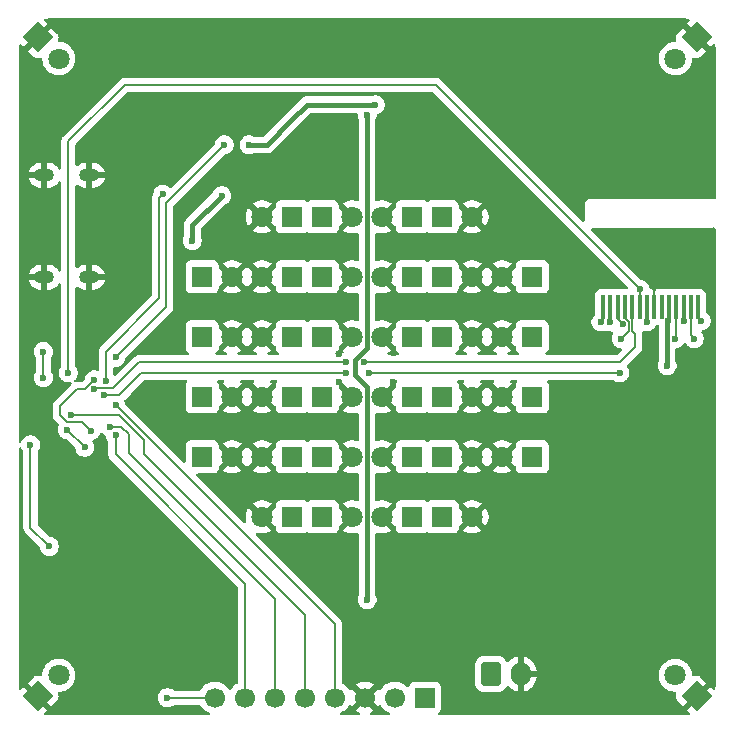
<source format=gbr>
%TF.GenerationSoftware,KiCad,Pcbnew,9.0.5*%
%TF.CreationDate,2025-11-10T23:46:22+08:00*%
%TF.ProjectId,ms,6d732e6b-6963-4616-945f-706362585858,rev?*%
%TF.SameCoordinates,Original*%
%TF.FileFunction,Copper,L2,Bot*%
%TF.FilePolarity,Positive*%
%FSLAX46Y46*%
G04 Gerber Fmt 4.6, Leading zero omitted, Abs format (unit mm)*
G04 Created by KiCad (PCBNEW 9.0.5) date 2025-11-10 23:46:22*
%MOMM*%
%LPD*%
G01*
G04 APERTURE LIST*
G04 Aperture macros list*
%AMRoundRect*
0 Rectangle with rounded corners*
0 $1 Rounding radius*
0 $2 $3 $4 $5 $6 $7 $8 $9 X,Y pos of 4 corners*
0 Add a 4 corners polygon primitive as box body*
4,1,4,$2,$3,$4,$5,$6,$7,$8,$9,$2,$3,0*
0 Add four circle primitives for the rounded corners*
1,1,$1+$1,$2,$3*
1,1,$1+$1,$4,$5*
1,1,$1+$1,$6,$7*
1,1,$1+$1,$8,$9*
0 Add four rect primitives between the rounded corners*
20,1,$1+$1,$2,$3,$4,$5,0*
20,1,$1+$1,$4,$5,$6,$7,0*
20,1,$1+$1,$6,$7,$8,$9,0*
20,1,$1+$1,$8,$9,$2,$3,0*%
%AMRotRect*
0 Rectangle, with rotation*
0 The origin of the aperture is its center*
0 $1 length*
0 $2 width*
0 $3 Rotation angle, in degrees counterclockwise*
0 Add horizontal line*
21,1,$1,$2,0,0,$3*%
G04 Aperture macros list end*
%TA.AperFunction,HeatsinkPad*%
%ADD10O,1.700000X1.100000*%
%TD*%
%TA.AperFunction,ComponentPad*%
%ADD11R,1.800000X1.800000*%
%TD*%
%TA.AperFunction,ComponentPad*%
%ADD12C,1.800000*%
%TD*%
%TA.AperFunction,ComponentPad*%
%ADD13RoundRect,0.250000X-0.600000X-0.750000X0.600000X-0.750000X0.600000X0.750000X-0.600000X0.750000X0*%
%TD*%
%TA.AperFunction,ComponentPad*%
%ADD14O,1.700000X2.000000*%
%TD*%
%TA.AperFunction,ComponentPad*%
%ADD15C,6.400000*%
%TD*%
%TA.AperFunction,ComponentPad*%
%ADD16RotRect,1.800000X1.800000X315.000000*%
%TD*%
%TA.AperFunction,ComponentPad*%
%ADD17R,1.700000X1.700000*%
%TD*%
%TA.AperFunction,ComponentPad*%
%ADD18C,1.700000*%
%TD*%
%TA.AperFunction,ComponentPad*%
%ADD19RotRect,1.800000X1.800000X45.000000*%
%TD*%
%TA.AperFunction,ComponentPad*%
%ADD20RotRect,1.800000X1.800000X225.000000*%
%TD*%
%TA.AperFunction,ComponentPad*%
%ADD21RotRect,1.800000X1.800000X135.000000*%
%TD*%
%TA.AperFunction,SMDPad,CuDef*%
%ADD22R,0.350000X2.000000*%
%TD*%
%TA.AperFunction,ViaPad*%
%ADD23C,0.600000*%
%TD*%
%TA.AperFunction,Conductor*%
%ADD24C,0.400000*%
%TD*%
%TA.AperFunction,Conductor*%
%ADD25C,0.200000*%
%TD*%
G04 APERTURE END LIST*
D10*
%TO.P,J3,S1,SHIELD*%
%TO.N,GND*%
X126900000Y-88630000D03*
X123100000Y-88630000D03*
X126900000Y-97270000D03*
X123100000Y-97270000D03*
%TD*%
D11*
%TO.P,D30,1,K*%
%TO.N,/ARR_BL*%
X146615000Y-117550000D03*
D12*
%TO.P,D30,2,A*%
%TO.N,GND*%
X149155000Y-117550000D03*
%TD*%
D13*
%TO.P,J2,1,Pin_1*%
%TO.N,VCC*%
X160925000Y-130850000D03*
D14*
%TO.P,J2,2,Pin_2*%
%TO.N,GND*%
X163425000Y-130850000D03*
%TD*%
D11*
%TO.P,D17,1,K*%
%TO.N,/ARR_BL*%
X144075000Y-117550000D03*
D12*
%TO.P,D17,2,A*%
%TO.N,GND*%
X141535000Y-117550000D03*
%TD*%
D15*
%TO.P,H4,1,1*%
%TO.N,GND*%
X131425000Y-123850000D03*
%TD*%
D11*
%TO.P,D11,1,K*%
%TO.N,/ARR_TL*%
X144075000Y-92150000D03*
D12*
%TO.P,D11,2,A*%
%TO.N,GND*%
X141535000Y-92150000D03*
%TD*%
D11*
%TO.P,D12,1,K*%
%TO.N,/ARR_TL*%
X146615000Y-92150000D03*
D12*
%TO.P,D12,2,A*%
%TO.N,GND*%
X149155000Y-92150000D03*
%TD*%
D11*
%TO.P,D13,1,K*%
%TO.N,/ARR_TL*%
X136455000Y-97230000D03*
D12*
%TO.P,D13,2,A*%
%TO.N,GND*%
X138995000Y-97230000D03*
%TD*%
D11*
%TO.P,D23,1,K*%
%TO.N,/ARR_BL*%
X136455000Y-112470000D03*
D12*
%TO.P,D23,2,A*%
%TO.N,GND*%
X138995000Y-112470000D03*
%TD*%
D11*
%TO.P,D3,1,K*%
%TO.N,/ARR_TR*%
X156775000Y-97230000D03*
D12*
%TO.P,D3,2,A*%
%TO.N,GND*%
X159315000Y-97230000D03*
%TD*%
D11*
%TO.P,D28,1,K*%
%TO.N,/ARR_BR*%
X154235000Y-112470000D03*
D12*
%TO.P,D28,2,A*%
%TO.N,GND*%
X151695000Y-112470000D03*
%TD*%
D11*
%TO.P,D31,1,K*%
%TO.N,/ARR_BR*%
X156775000Y-117550000D03*
D12*
%TO.P,D31,2,A*%
%TO.N,GND*%
X159315000Y-117550000D03*
%TD*%
D11*
%TO.P,D20,1,K*%
%TO.N,/ARR_BR*%
X154235000Y-107390000D03*
D12*
%TO.P,D20,2,A*%
%TO.N,GND*%
X151695000Y-107390000D03*
%TD*%
D11*
%TO.P,D24,1,K*%
%TO.N,/ARR_BL*%
X146615000Y-107390000D03*
D12*
%TO.P,D24,2,A*%
%TO.N,GND*%
X149155000Y-107390000D03*
%TD*%
D11*
%TO.P,D1,1,K*%
%TO.N,/ARR_TL*%
X146615000Y-97230000D03*
D12*
%TO.P,D1,2,A*%
%TO.N,GND*%
X149155000Y-97230000D03*
%TD*%
D11*
%TO.P,D21,1,K*%
%TO.N,/ARR_BR*%
X156775000Y-112470000D03*
D12*
%TO.P,D21,2,A*%
%TO.N,GND*%
X159315000Y-112470000D03*
%TD*%
D11*
%TO.P,D8,1,K*%
%TO.N,/ARR_TR*%
X156775000Y-92150000D03*
D12*
%TO.P,D8,2,A*%
%TO.N,GND*%
X159315000Y-92150000D03*
%TD*%
D11*
%TO.P,D15,1,K*%
%TO.N,/ARR_TR*%
X154235000Y-102310000D03*
D12*
%TO.P,D15,2,A*%
%TO.N,GND*%
X151695000Y-102310000D03*
%TD*%
D16*
%TO.P,D33,1,K*%
%TO.N,GND*%
X122523439Y-76948439D03*
D12*
%TO.P,D33,2,A*%
%TO.N,Net-(D33-A)*%
X124319490Y-78744490D03*
%TD*%
D11*
%TO.P,D10,1,K*%
%TO.N,/ARR_TR*%
X164395000Y-97230000D03*
D12*
%TO.P,D10,2,A*%
%TO.N,GND*%
X161855000Y-97230000D03*
%TD*%
D11*
%TO.P,D18,1,K*%
%TO.N,/ARR_BL*%
X146615000Y-112470000D03*
D12*
%TO.P,D18,2,A*%
%TO.N,GND*%
X149155000Y-112470000D03*
%TD*%
D17*
%TO.P,J1,1,Pin_1*%
%TO.N,VCC*%
X155315000Y-132850000D03*
D18*
%TO.P,J1,2,Pin_2*%
%TO.N,+3V3*%
X152775000Y-132850000D03*
%TO.P,J1,3,Pin_3*%
%TO.N,GND*%
X150235000Y-132850000D03*
%TO.P,J1,4,Pin_4*%
%TO.N,/SWDIO*%
X147695000Y-132850000D03*
%TO.P,J1,5,Pin_5*%
%TO.N,/SWCLK*%
X145155000Y-132850000D03*
%TO.P,J1,6,Pin_6*%
%TO.N,/U1TXD*%
X142615000Y-132850000D03*
%TO.P,J1,7,Pin_7*%
%TO.N,/U1RXD*%
X140075000Y-132850000D03*
%TO.P,J1,8,Pin_8*%
%TO.N,/~{RESET}*%
X137535000Y-132850000D03*
%TD*%
D11*
%TO.P,D4,1,K*%
%TO.N,/ARR_TR*%
X154235000Y-92150000D03*
D12*
%TO.P,D4,2,A*%
%TO.N,GND*%
X151695000Y-92150000D03*
%TD*%
D19*
%TO.P,D36,1,K*%
%TO.N,GND*%
X122523439Y-132751561D03*
D12*
%TO.P,D36,2,A*%
%TO.N,Net-(D36-A)*%
X124319490Y-130955510D03*
%TD*%
D20*
%TO.P,D34,1,K*%
%TO.N,GND*%
X178326561Y-76948439D03*
D12*
%TO.P,D34,2,A*%
%TO.N,Net-(D34-A)*%
X176530510Y-78744490D03*
%TD*%
D11*
%TO.P,D26,1,K*%
%TO.N,/ARR_BR*%
X154235000Y-117550000D03*
D12*
%TO.P,D26,2,A*%
%TO.N,GND*%
X151695000Y-117550000D03*
%TD*%
D11*
%TO.P,D25,1,K*%
%TO.N,/ARR_BL*%
X144075000Y-107390000D03*
D12*
%TO.P,D25,2,A*%
%TO.N,GND*%
X141535000Y-107390000D03*
%TD*%
D11*
%TO.P,D19,1,K*%
%TO.N,/ARR_BL*%
X136455000Y-107390000D03*
D12*
%TO.P,D19,2,A*%
%TO.N,GND*%
X138995000Y-107390000D03*
%TD*%
D11*
%TO.P,D2,1,K*%
%TO.N,/ARR_TL*%
X144075000Y-97230000D03*
D12*
%TO.P,D2,2,A*%
%TO.N,GND*%
X141535000Y-97230000D03*
%TD*%
D11*
%TO.P,D22,1,K*%
%TO.N,/ARR_BR*%
X164395000Y-112470000D03*
D12*
%TO.P,D22,2,A*%
%TO.N,GND*%
X161855000Y-112470000D03*
%TD*%
D11*
%TO.P,D9,1,K*%
%TO.N,/ARR_TR*%
X154235000Y-97230000D03*
D12*
%TO.P,D9,2,A*%
%TO.N,GND*%
X151695000Y-97230000D03*
%TD*%
D15*
%TO.P,H3,1,1*%
%TO.N,GND*%
X169425000Y-85850000D03*
%TD*%
D11*
%TO.P,D27,1,K*%
%TO.N,/ARR_BR*%
X156775000Y-107390000D03*
D12*
%TO.P,D27,2,A*%
%TO.N,GND*%
X159315000Y-107390000D03*
%TD*%
D11*
%TO.P,D5,1,K*%
%TO.N,/ARR_TL*%
X146615000Y-102310000D03*
D12*
%TO.P,D5,2,A*%
%TO.N,GND*%
X149155000Y-102310000D03*
%TD*%
D15*
%TO.P,H1,1,1*%
%TO.N,GND*%
X169425000Y-123850000D03*
%TD*%
D11*
%TO.P,D6,1,K*%
%TO.N,/ARR_TL*%
X144075000Y-102310000D03*
D12*
%TO.P,D6,2,A*%
%TO.N,GND*%
X141535000Y-102310000D03*
%TD*%
D11*
%TO.P,D29,1,K*%
%TO.N,/ARR_BL*%
X144075000Y-112470000D03*
D12*
%TO.P,D29,2,A*%
%TO.N,GND*%
X141535000Y-112470000D03*
%TD*%
D11*
%TO.P,D16,1,K*%
%TO.N,/ARR_TR*%
X164395000Y-102310000D03*
D12*
%TO.P,D16,2,A*%
%TO.N,GND*%
X161855000Y-102310000D03*
%TD*%
D15*
%TO.P,H2,1,1*%
%TO.N,GND*%
X131425000Y-85850000D03*
%TD*%
D21*
%TO.P,D35,1,K*%
%TO.N,GND*%
X178326561Y-132751561D03*
D12*
%TO.P,D35,2,A*%
%TO.N,Net-(D35-A)*%
X176530510Y-130955510D03*
%TD*%
D11*
%TO.P,D14,1,K*%
%TO.N,/ARR_TR*%
X156775000Y-102310000D03*
D12*
%TO.P,D14,2,A*%
%TO.N,GND*%
X159315000Y-102310000D03*
%TD*%
D11*
%TO.P,D7,1,K*%
%TO.N,/ARR_TL*%
X136455000Y-102310000D03*
D12*
%TO.P,D7,2,A*%
%TO.N,GND*%
X138995000Y-102310000D03*
%TD*%
D11*
%TO.P,D32,1,K*%
%TO.N,/ARR_BR*%
X164395000Y-107390000D03*
D12*
%TO.P,D32,2,A*%
%TO.N,GND*%
X161855000Y-107390000D03*
%TD*%
D22*
%TO.P,DS1,1,C2N*%
%TO.N,Net-(DS1-C2N)*%
X178455000Y-99750000D03*
%TO.P,DS1,2,C2P*%
%TO.N,Net-(DS1-C2P)*%
X177835000Y-99750000D03*
%TO.P,DS1,3,C1P*%
%TO.N,Net-(DS1-C1P)*%
X177215000Y-99750000D03*
%TO.P,DS1,4,C1N*%
%TO.N,Net-(DS1-C1N)*%
X176595000Y-99750000D03*
%TO.P,DS1,5,VBAT*%
%TO.N,+3V3*%
X175975000Y-99750000D03*
%TO.P,DS1,6,VBREF*%
%TO.N,unconnected-(DS1-VBREF-Pad6)*%
X175355000Y-99750000D03*
%TO.P,DS1,7,VSS*%
%TO.N,GND*%
X174735000Y-99750000D03*
%TO.P,DS1,8,VDD*%
%TO.N,+3V3*%
X174115000Y-99750000D03*
%TO.P,DS1,9,~{RES}*%
%TO.N,/~{RES}*%
X173495000Y-99750000D03*
%TO.P,DS1,10,SCL*%
%TO.N,/SCL*%
X172875000Y-99750000D03*
%TO.P,DS1,11,SDA*%
%TO.N,/SDA*%
X172255000Y-99750000D03*
%TO.P,DS1,12,IREF*%
%TO.N,Net-(DS1-IREF)*%
X171635000Y-99750000D03*
%TO.P,DS1,13,VCOMH*%
%TO.N,Net-(DS1-VCOMH)*%
X171015000Y-99750000D03*
%TO.P,DS1,14,VCC*%
%TO.N,Net-(DS1-VCC)*%
X170395000Y-99750000D03*
%TD*%
D23*
%TO.N,GND*%
X148025000Y-103750000D03*
X152725000Y-103650000D03*
X148025000Y-106150000D03*
X152625000Y-106150000D03*
X179125000Y-79450000D03*
X175425000Y-76050000D03*
X168025000Y-133650000D03*
X175725000Y-133650000D03*
X173025000Y-132350000D03*
X137625000Y-89150000D03*
X126525000Y-120050000D03*
X174725000Y-96650000D03*
X149025000Y-79650000D03*
X147725000Y-78650000D03*
X146125000Y-77050000D03*
X141525000Y-78850000D03*
X135525000Y-78450000D03*
X135425000Y-76650000D03*
X135225000Y-84450000D03*
X134525000Y-83150000D03*
X126325000Y-98850000D03*
X126425000Y-101650000D03*
X130125000Y-98950000D03*
X134225000Y-106550000D03*
X131125000Y-107150000D03*
X162525000Y-114750000D03*
X159125000Y-114750000D03*
X156025000Y-114850000D03*
X151925000Y-114750000D03*
X148425000Y-114650000D03*
X144625000Y-114850000D03*
X142625000Y-114750000D03*
X139325000Y-115050000D03*
X146125000Y-120050000D03*
X143525000Y-120050000D03*
X121625000Y-123050000D03*
X123025000Y-116650000D03*
X131625000Y-96150000D03*
X131825000Y-94350000D03*
X131925000Y-92250000D03*
X130725000Y-95050000D03*
X130925000Y-92350000D03*
X130825000Y-90250000D03*
X129025000Y-97550000D03*
X122825000Y-101550000D03*
X123125000Y-99250000D03*
X123725000Y-94750000D03*
X123325000Y-92250000D03*
X123625000Y-90750000D03*
X123625000Y-86950000D03*
X127125000Y-85650000D03*
X133525000Y-75950000D03*
X131725000Y-76150000D03*
X126825000Y-77050000D03*
X125325000Y-76150000D03*
X127625000Y-76250000D03*
X127925000Y-80150000D03*
X123425000Y-82550000D03*
X121625000Y-83450000D03*
X121625000Y-81850000D03*
X122125000Y-79650000D03*
X173525000Y-79850000D03*
X178725000Y-82250000D03*
X178825000Y-85750000D03*
X179325000Y-88450000D03*
X177625000Y-83850000D03*
X176725000Y-87050000D03*
X177025000Y-89350000D03*
X173525000Y-89750000D03*
X173825000Y-87050000D03*
X174725000Y-83850000D03*
X172425000Y-81850000D03*
X169225000Y-80850000D03*
X166825000Y-82250000D03*
X164725000Y-92650000D03*
X162725000Y-91150000D03*
X160325000Y-89050000D03*
X160925000Y-88150000D03*
X159925000Y-81050000D03*
X163425000Y-84450000D03*
X162425000Y-82650000D03*
X163925000Y-79850000D03*
X164425000Y-76850000D03*
X161525000Y-78550000D03*
X159625000Y-76850000D03*
X157625000Y-78450000D03*
X155625000Y-76750000D03*
X154025000Y-78350000D03*
X151925000Y-76150000D03*
X141025000Y-87150000D03*
X142425000Y-89650000D03*
X146125000Y-89450000D03*
X157625000Y-89850000D03*
X153625000Y-89550000D03*
X163425000Y-94750000D03*
X160625000Y-94750000D03*
X157325000Y-94750000D03*
X151925000Y-94450000D03*
X148425000Y-94650000D03*
X144125000Y-94550000D03*
X140525000Y-94550000D03*
X136825000Y-94550000D03*
X164625000Y-110050000D03*
X159725000Y-109750000D03*
X156025000Y-109650000D03*
X152525000Y-109950000D03*
X148425000Y-109850000D03*
X142725000Y-109750000D03*
X139725000Y-109950000D03*
X136325000Y-109850000D03*
X152025000Y-99650000D03*
X148925000Y-99650000D03*
X144625000Y-99750000D03*
X141425000Y-99750000D03*
X136725000Y-99450000D03*
X162125000Y-100050000D03*
X158725000Y-100150000D03*
X156225000Y-99650000D03*
X166225000Y-100150000D03*
X167425000Y-98150000D03*
X167025000Y-95450000D03*
X165825000Y-117950000D03*
X164225000Y-121150000D03*
X162825000Y-118850000D03*
X164125000Y-116750000D03*
X167525000Y-118750000D03*
X173125000Y-118650000D03*
X169125000Y-116750000D03*
X173025000Y-115850000D03*
X169425000Y-114150000D03*
X173025000Y-112650000D03*
X169425000Y-111550000D03*
X172025000Y-108750000D03*
X168625000Y-107750000D03*
X178525000Y-113950000D03*
X178025000Y-108250000D03*
X178725000Y-111050000D03*
X178325000Y-116750000D03*
X177825000Y-120450000D03*
X177825000Y-125850000D03*
X174625000Y-129150000D03*
X166025000Y-130050000D03*
X161725000Y-132750000D03*
X158625000Y-131750000D03*
X134525000Y-127650000D03*
X129925000Y-118650000D03*
X129825000Y-115650000D03*
X132225000Y-118250000D03*
X135225000Y-120850000D03*
X137025000Y-130350000D03*
X136925000Y-127550000D03*
X136825000Y-123150000D03*
X127425000Y-129750000D03*
X125025000Y-127850000D03*
X130425000Y-133950000D03*
X125425000Y-133850000D03*
X121725000Y-130050000D03*
X121525000Y-127850000D03*
%TO.N,/~{RES}*%
X125125000Y-105350000D03*
%TO.N,/SDA*%
X171925000Y-102450000D03*
X171825000Y-105350000D03*
X148625000Y-105350000D03*
X150625000Y-105350000D03*
%TO.N,/SCL*%
X150125000Y-104450000D03*
X148625000Y-104450000D03*
%TO.N,/SDA*%
X128125000Y-107250000D03*
%TO.N,/SCL*%
X127325000Y-106750000D03*
%TO.N,/SWCLK*%
X125325000Y-108950000D03*
%TO.N,/SWDIO*%
X129125000Y-108050000D03*
%TO.N,/U1TXD*%
X128625000Y-109950000D03*
%TO.N,/U1RXD*%
X129125000Y-110650000D03*
%TO.N,+3V3*%
X175825000Y-104750000D03*
X123025000Y-103550000D03*
X123025000Y-105750000D03*
X126525000Y-111650000D03*
X125025000Y-110150000D03*
%TO.N,/BUTTON*%
X123525000Y-120050000D03*
X121925000Y-111450000D03*
%TO.N,/~{RESET}*%
X133525000Y-132850000D03*
X127325000Y-105950000D03*
X127025000Y-110250000D03*
%TO.N,/ADC_IN0*%
X133125000Y-90250000D03*
X128325000Y-106050000D03*
%TO.N,/OUT*%
X138325000Y-86050000D03*
X129125000Y-104050000D03*
%TO.N,VCC*%
X135625000Y-94150000D03*
X138125000Y-90350000D03*
X140425000Y-86050000D03*
X151125000Y-82650000D03*
%TO.N,/~{RES}*%
X173525000Y-98250000D03*
%TO.N,Net-(DS1-IREF)*%
X172067362Y-101238584D03*
%TO.N,Net-(DS1-VCOMH)*%
X171025000Y-101050000D03*
%TO.N,Net-(DS1-VCC)*%
X170225000Y-101050000D03*
%TO.N,Net-(DS1-C2P)*%
X178125000Y-102450000D03*
%TO.N,Net-(DS1-C2N)*%
X178725000Y-100950000D03*
%TO.N,Net-(DS1-C1N)*%
X176525000Y-102450000D03*
%TO.N,Net-(DS1-C1P)*%
X177225000Y-100950000D03*
%TO.N,+3V3*%
X175925000Y-100950000D03*
X174125000Y-101050000D03*
%TO.N,/O4*%
X150425000Y-83550000D03*
X150425000Y-124550000D03*
%TD*%
D24*
%TO.N,VCC*%
X135625000Y-94150000D02*
X135625000Y-92850000D01*
X135625000Y-92850000D02*
X138125000Y-90350000D01*
D25*
%TO.N,/OUT*%
X129125000Y-104050000D02*
X133425000Y-99750000D01*
X133425000Y-99750000D02*
X133425000Y-90950000D01*
X133425000Y-90950000D02*
X138325000Y-86050000D01*
%TO.N,/ADC_IN0*%
X128325000Y-106050000D02*
X128325000Y-103550000D01*
X128325000Y-103550000D02*
X132825000Y-99050000D01*
X132825000Y-99050000D02*
X132825000Y-90550000D01*
X132825000Y-90550000D02*
X133125000Y-90250000D01*
%TO.N,GND*%
X174735000Y-96660000D02*
X174725000Y-96650000D01*
X174735000Y-99750000D02*
X174735000Y-96660000D01*
%TO.N,/~{RES}*%
X125125000Y-105350000D02*
X125125000Y-85750000D01*
X125125000Y-85750000D02*
X129925000Y-80950000D01*
X129925000Y-80950000D02*
X156225000Y-80950000D01*
X156225000Y-80950000D02*
X173525000Y-98250000D01*
%TO.N,/SDA*%
X150625000Y-105350000D02*
X171825000Y-105350000D01*
X129425000Y-107250000D02*
X129925000Y-106750000D01*
X129925000Y-106750000D02*
X131325000Y-105350000D01*
X172255000Y-100717701D02*
X172255000Y-99750000D01*
X131325000Y-105350000D02*
X148625000Y-105350000D01*
X128125000Y-107250000D02*
X129425000Y-107250000D01*
X172568362Y-101806638D02*
X172568362Y-101031063D01*
X171925000Y-102450000D02*
X172568362Y-101806638D01*
X172568362Y-101031063D02*
X172255000Y-100717701D01*
%TO.N,/SCL*%
X173125000Y-103150000D02*
X173125000Y-102050000D01*
X150125000Y-104450000D02*
X171825000Y-104450000D01*
X171825000Y-104450000D02*
X173125000Y-103150000D01*
X173125000Y-102050000D02*
X172875000Y-101800000D01*
X172875000Y-101800000D02*
X172875000Y-99750000D01*
D24*
%TO.N,/O4*%
X150425000Y-103250000D02*
X149425000Y-104250000D01*
X149425000Y-104250000D02*
X149425000Y-105550000D01*
X150425000Y-103250000D02*
X150425000Y-83550000D01*
X149425000Y-105550000D02*
X150425000Y-106550000D01*
D25*
%TO.N,/SCL*%
X127325000Y-106750000D02*
X127425000Y-106650000D01*
X127425000Y-106650000D02*
X128925000Y-106650000D01*
X131125000Y-104450000D02*
X148625000Y-104450000D01*
X128925000Y-106650000D02*
X131125000Y-104450000D01*
%TO.N,/~{RESET}*%
X124425000Y-108150000D02*
X124425000Y-108950000D01*
X127325000Y-105950000D02*
X126525000Y-106750000D01*
X126325000Y-109550000D02*
X127025000Y-110250000D01*
X125025000Y-109550000D02*
X126325000Y-109550000D01*
X125825000Y-106750000D02*
X124425000Y-108150000D01*
X126525000Y-106750000D02*
X125825000Y-106750000D01*
X124425000Y-108950000D02*
X125025000Y-109550000D01*
%TO.N,/SWDIO*%
X129125000Y-108050000D02*
X147695000Y-126620000D01*
X147695000Y-126620000D02*
X147695000Y-132850000D01*
%TO.N,/SWCLK*%
X125325000Y-108950000D02*
X129425000Y-108950000D01*
X129425000Y-108950000D02*
X131525000Y-111050000D01*
X131525000Y-111050000D02*
X131525000Y-112250000D01*
X131525000Y-112250000D02*
X145155000Y-125880000D01*
X145155000Y-125880000D02*
X145155000Y-132850000D01*
%TO.N,/U1TXD*%
X128625000Y-109950000D02*
X129625000Y-109950000D01*
X129625000Y-109950000D02*
X130225000Y-110550000D01*
X130225000Y-110550000D02*
X130225000Y-112150000D01*
X130225000Y-112150000D02*
X142615000Y-124540000D01*
X142615000Y-124540000D02*
X142615000Y-132850000D01*
%TO.N,/U1RXD*%
X129125000Y-110650000D02*
X129125000Y-112250000D01*
X129125000Y-112250000D02*
X140075000Y-123200000D01*
X140075000Y-123200000D02*
X140075000Y-132850000D01*
D24*
%TO.N,+3V3*%
X175825000Y-104750000D02*
X175825000Y-101050000D01*
X175825000Y-101050000D02*
X175925000Y-100950000D01*
D25*
X123025000Y-105750000D02*
X123025000Y-103550000D01*
X125025000Y-110150000D02*
X126525000Y-111650000D01*
%TO.N,/BUTTON*%
X121925000Y-111450000D02*
X121925000Y-118450000D01*
X121925000Y-118450000D02*
X123525000Y-120050000D01*
%TO.N,/~{RESET}*%
X133525000Y-132850000D02*
X137535000Y-132850000D01*
D24*
%TO.N,VCC*%
X141925000Y-86050000D02*
X140425000Y-86050000D01*
X144025000Y-83950000D02*
X141925000Y-86050000D01*
X151125000Y-82650000D02*
X145325000Y-82650000D01*
X145325000Y-82650000D02*
X144025000Y-83950000D01*
%TO.N,/O4*%
X150425000Y-124550000D02*
X150425000Y-106550000D01*
D25*
%TO.N,/~{RES}*%
X173495000Y-99750000D02*
X173495000Y-98280000D01*
X173495000Y-98280000D02*
X173525000Y-98250000D01*
%TO.N,Net-(DS1-IREF)*%
X171635000Y-100806222D02*
X172067362Y-101238584D01*
X171635000Y-99750000D02*
X171635000Y-100806222D01*
%TO.N,Net-(DS1-VCOMH)*%
X171015000Y-99750000D02*
X171015000Y-101040000D01*
X171015000Y-101040000D02*
X171025000Y-101050000D01*
%TO.N,Net-(DS1-VCC)*%
X170395000Y-100880000D02*
X170225000Y-101050000D01*
%TO.N,Net-(DS1-C1N)*%
X176595000Y-99750000D02*
X176595000Y-102380000D01*
X176595000Y-102380000D02*
X176525000Y-102450000D01*
%TO.N,Net-(DS1-C2N)*%
X178455000Y-99750000D02*
X178455000Y-100680000D01*
X178455000Y-100680000D02*
X178725000Y-100950000D01*
%TO.N,Net-(DS1-C2P)*%
X177835000Y-99750000D02*
X177835000Y-102160000D01*
X177835000Y-102160000D02*
X178125000Y-102450000D01*
%TO.N,Net-(DS1-VCC)*%
X170395000Y-99750000D02*
X170395000Y-100880000D01*
%TO.N,+3V3*%
X175975000Y-99750000D02*
X175975000Y-100900000D01*
X175975000Y-100900000D02*
X175925000Y-100950000D01*
X174115000Y-99750000D02*
X174115000Y-101040000D01*
X174115000Y-101040000D02*
X174125000Y-101050000D01*
%TD*%
%TA.AperFunction,Conductor*%
%TO.N,GND*%
G36*
X177428735Y-75350726D02*
G01*
X177445926Y-75351765D01*
X177639950Y-75363502D01*
X177705677Y-75387197D01*
X177748161Y-75442667D01*
X177753911Y-75512300D01*
X177721101Y-75573987D01*
X177720143Y-75574956D01*
X177513388Y-75781711D01*
X177513388Y-75781712D01*
X178237976Y-76506300D01*
X178152867Y-76529106D01*
X178050255Y-76588349D01*
X177966471Y-76672133D01*
X177907228Y-76774745D01*
X177884422Y-76859854D01*
X177159834Y-76135266D01*
X177159833Y-76135266D01*
X176666398Y-76628701D01*
X176628814Y-76675341D01*
X176569088Y-76806120D01*
X176569087Y-76806125D01*
X176548627Y-76948439D01*
X176569087Y-77090752D01*
X176569088Y-77090757D01*
X176604583Y-77168478D01*
X176614527Y-77237637D01*
X176585502Y-77301193D01*
X176526724Y-77338967D01*
X176491789Y-77343990D01*
X176420288Y-77343990D01*
X176347711Y-77355485D01*
X176202557Y-77378475D01*
X175992906Y-77446593D01*
X175992903Y-77446594D01*
X175796484Y-77546677D01*
X175618151Y-77676242D01*
X175618146Y-77676246D01*
X175462266Y-77832126D01*
X175462262Y-77832131D01*
X175332697Y-78010464D01*
X175232614Y-78206883D01*
X175232613Y-78206886D01*
X175164495Y-78416537D01*
X175130010Y-78634268D01*
X175130010Y-78854711D01*
X175164495Y-79072442D01*
X175232613Y-79282093D01*
X175232614Y-79282096D01*
X175332697Y-79478515D01*
X175462262Y-79656848D01*
X175462266Y-79656853D01*
X175618146Y-79812733D01*
X175618151Y-79812737D01*
X175773702Y-79925750D01*
X175796488Y-79942305D01*
X175924885Y-80007727D01*
X175992903Y-80042385D01*
X175992906Y-80042386D01*
X176097731Y-80076445D01*
X176202559Y-80110505D01*
X176420288Y-80144990D01*
X176420289Y-80144990D01*
X176640731Y-80144990D01*
X176640732Y-80144990D01*
X176858461Y-80110505D01*
X177068116Y-80042385D01*
X177264532Y-79942305D01*
X177442875Y-79812732D01*
X177598752Y-79656855D01*
X177728325Y-79478512D01*
X177828405Y-79282096D01*
X177896525Y-79072441D01*
X177931010Y-78854712D01*
X177931010Y-78783210D01*
X177950695Y-78716171D01*
X178003499Y-78670416D01*
X178072657Y-78660472D01*
X178106523Y-78670416D01*
X178184246Y-78705912D01*
X178326561Y-78726372D01*
X178468874Y-78705912D01*
X178468879Y-78705911D01*
X178599658Y-78646185D01*
X178646293Y-78608605D01*
X179139733Y-78115165D01*
X179139733Y-78115164D01*
X178415145Y-77390577D01*
X178500255Y-77367772D01*
X178602867Y-77308529D01*
X178686651Y-77224745D01*
X178745894Y-77122133D01*
X178768699Y-77037023D01*
X179493286Y-77761610D01*
X179700042Y-77554855D01*
X179716274Y-77545991D01*
X179729495Y-77533058D01*
X179746302Y-77529594D01*
X179761365Y-77521370D01*
X179779813Y-77522689D01*
X179797927Y-77518957D01*
X179813937Y-77525129D01*
X179831056Y-77526354D01*
X179845862Y-77537438D01*
X179863119Y-77544091D01*
X179873251Y-77557940D01*
X179886990Y-77568225D01*
X179893453Y-77585553D01*
X179904374Y-77600481D01*
X179910982Y-77632551D01*
X179911407Y-77633690D01*
X179911497Y-77635049D01*
X179924274Y-77846263D01*
X179924500Y-77853750D01*
X179924500Y-90549495D01*
X179904815Y-90616534D01*
X179852011Y-90662289D01*
X179782853Y-90672233D01*
X179738501Y-90656883D01*
X179698188Y-90633608D01*
X179613323Y-90610869D01*
X179570892Y-90599500D01*
X169410892Y-90599500D01*
X169279108Y-90599500D01*
X169151812Y-90633608D01*
X169037686Y-90699500D01*
X169037683Y-90699502D01*
X168944502Y-90792683D01*
X168944500Y-90792686D01*
X168878608Y-90906812D01*
X168844500Y-91034108D01*
X168844500Y-92420902D01*
X168824815Y-92487941D01*
X168772011Y-92533696D01*
X168702853Y-92543640D01*
X168639297Y-92514615D01*
X168632819Y-92508583D01*
X156712590Y-80588355D01*
X156712588Y-80588352D01*
X156593717Y-80469481D01*
X156593716Y-80469480D01*
X156506904Y-80419360D01*
X156506904Y-80419359D01*
X156506900Y-80419358D01*
X156456785Y-80390423D01*
X156304057Y-80349499D01*
X156145943Y-80349499D01*
X156138347Y-80349499D01*
X156138331Y-80349500D01*
X130004057Y-80349500D01*
X129845943Y-80349500D01*
X129693215Y-80390423D01*
X129693214Y-80390423D01*
X129693212Y-80390424D01*
X129693209Y-80390425D01*
X129643096Y-80419359D01*
X129643095Y-80419360D01*
X129599689Y-80444420D01*
X129556285Y-80469479D01*
X129556282Y-80469481D01*
X124644479Y-85381284D01*
X124625436Y-85414268D01*
X124617387Y-85428211D01*
X124565423Y-85518215D01*
X124524499Y-85670943D01*
X124524499Y-85670945D01*
X124524499Y-85839046D01*
X124524500Y-85839059D01*
X124524500Y-88014208D01*
X124504815Y-88081247D01*
X124452011Y-88127002D01*
X124382853Y-88136946D01*
X124319297Y-88107921D01*
X124297398Y-88083099D01*
X124215589Y-87960664D01*
X124215586Y-87960660D01*
X124069339Y-87814413D01*
X124069335Y-87814410D01*
X123897368Y-87699505D01*
X123897358Y-87699500D01*
X123706274Y-87620350D01*
X123706266Y-87620348D01*
X123503420Y-87580000D01*
X123350000Y-87580000D01*
X123350000Y-88330000D01*
X122850000Y-88330000D01*
X122850000Y-87580000D01*
X122696579Y-87580000D01*
X122493733Y-87620348D01*
X122493725Y-87620350D01*
X122302641Y-87699500D01*
X122302631Y-87699505D01*
X122130664Y-87814410D01*
X122130660Y-87814413D01*
X121984413Y-87960660D01*
X121984410Y-87960664D01*
X121869505Y-88132631D01*
X121869500Y-88132641D01*
X121790351Y-88323723D01*
X121790350Y-88323725D01*
X121779157Y-88380000D01*
X122633012Y-88380000D01*
X122615795Y-88389940D01*
X122559940Y-88445795D01*
X122520444Y-88514204D01*
X122500000Y-88590504D01*
X122500000Y-88669496D01*
X122520444Y-88745796D01*
X122559940Y-88814205D01*
X122615795Y-88870060D01*
X122633012Y-88880000D01*
X121779157Y-88880000D01*
X121790350Y-88936274D01*
X121790351Y-88936276D01*
X121869500Y-89127358D01*
X121869505Y-89127368D01*
X121984410Y-89299335D01*
X121984413Y-89299339D01*
X122130660Y-89445586D01*
X122130664Y-89445589D01*
X122302631Y-89560494D01*
X122302641Y-89560499D01*
X122493725Y-89639649D01*
X122493733Y-89639651D01*
X122696579Y-89679999D01*
X122696583Y-89680000D01*
X122850000Y-89680000D01*
X122850000Y-88930000D01*
X123350000Y-88930000D01*
X123350000Y-89680000D01*
X123503417Y-89680000D01*
X123503420Y-89679999D01*
X123706266Y-89639651D01*
X123706274Y-89639649D01*
X123897358Y-89560499D01*
X123897368Y-89560494D01*
X124069335Y-89445589D01*
X124069339Y-89445586D01*
X124215586Y-89299339D01*
X124215592Y-89299331D01*
X124297398Y-89176901D01*
X124351010Y-89132095D01*
X124420335Y-89123388D01*
X124483362Y-89153542D01*
X124520082Y-89212985D01*
X124524500Y-89245791D01*
X124524500Y-96654208D01*
X124504815Y-96721247D01*
X124452011Y-96767002D01*
X124382853Y-96776946D01*
X124319297Y-96747921D01*
X124297398Y-96723099D01*
X124215589Y-96600664D01*
X124215586Y-96600660D01*
X124069339Y-96454413D01*
X124069335Y-96454410D01*
X123897368Y-96339505D01*
X123897358Y-96339500D01*
X123706274Y-96260350D01*
X123706266Y-96260348D01*
X123503420Y-96220000D01*
X123350000Y-96220000D01*
X123350000Y-96970000D01*
X122850000Y-96970000D01*
X122850000Y-96220000D01*
X122696579Y-96220000D01*
X122493733Y-96260348D01*
X122493725Y-96260350D01*
X122302641Y-96339500D01*
X122302631Y-96339505D01*
X122130664Y-96454410D01*
X122130660Y-96454413D01*
X121984413Y-96600660D01*
X121984410Y-96600664D01*
X121869505Y-96772631D01*
X121869500Y-96772641D01*
X121790351Y-96963723D01*
X121790350Y-96963725D01*
X121779157Y-97020000D01*
X122633012Y-97020000D01*
X122615795Y-97029940D01*
X122559940Y-97085795D01*
X122520444Y-97154204D01*
X122500000Y-97230504D01*
X122500000Y-97309496D01*
X122520444Y-97385796D01*
X122559940Y-97454205D01*
X122615795Y-97510060D01*
X122633012Y-97520000D01*
X121779157Y-97520000D01*
X121790350Y-97576274D01*
X121790351Y-97576276D01*
X121869500Y-97767358D01*
X121869505Y-97767368D01*
X121984410Y-97939335D01*
X121984413Y-97939339D01*
X122130660Y-98085586D01*
X122130664Y-98085589D01*
X122302631Y-98200494D01*
X122302641Y-98200499D01*
X122493725Y-98279649D01*
X122493733Y-98279651D01*
X122696579Y-98319999D01*
X122696583Y-98320000D01*
X122850000Y-98320000D01*
X122850000Y-97570000D01*
X123350000Y-97570000D01*
X123350000Y-98320000D01*
X123503417Y-98320000D01*
X123503420Y-98319999D01*
X123706266Y-98279651D01*
X123706274Y-98279649D01*
X123897358Y-98200499D01*
X123897368Y-98200494D01*
X124069335Y-98085589D01*
X124069339Y-98085586D01*
X124215586Y-97939339D01*
X124215592Y-97939331D01*
X124297398Y-97816901D01*
X124351010Y-97772095D01*
X124420335Y-97763388D01*
X124483362Y-97793542D01*
X124520082Y-97852985D01*
X124524500Y-97885791D01*
X124524500Y-104770234D01*
X124504815Y-104837273D01*
X124503602Y-104839125D01*
X124415609Y-104970814D01*
X124415602Y-104970827D01*
X124355264Y-105116498D01*
X124355261Y-105116510D01*
X124324500Y-105271153D01*
X124324500Y-105428846D01*
X124355261Y-105583489D01*
X124355264Y-105583501D01*
X124415602Y-105729172D01*
X124415609Y-105729185D01*
X124503210Y-105860288D01*
X124503213Y-105860292D01*
X124614707Y-105971786D01*
X124614711Y-105971789D01*
X124745814Y-106059390D01*
X124745827Y-106059397D01*
X124824894Y-106092147D01*
X124891503Y-106119737D01*
X125041126Y-106149499D01*
X125046153Y-106150499D01*
X125046156Y-106150500D01*
X125046158Y-106150500D01*
X125203843Y-106150500D01*
X125217136Y-106147855D01*
X125266571Y-106138022D01*
X125300328Y-106141042D01*
X125334094Y-106143457D01*
X125335013Y-106144145D01*
X125336161Y-106144248D01*
X125362929Y-106165042D01*
X125390028Y-106185327D01*
X125390430Y-106186404D01*
X125391339Y-106187111D01*
X125402608Y-106219056D01*
X125414446Y-106250791D01*
X125414201Y-106251915D01*
X125414584Y-106253000D01*
X125406796Y-106285958D01*
X125399595Y-106319064D01*
X125398687Y-106320276D01*
X125398517Y-106320997D01*
X125378445Y-106347319D01*
X125344480Y-106381284D01*
X123944481Y-107781282D01*
X123944480Y-107781284D01*
X123904518Y-107850501D01*
X123865423Y-107918215D01*
X123824499Y-108070943D01*
X123824499Y-108070945D01*
X123824499Y-108239046D01*
X123824500Y-108239059D01*
X123824500Y-108863330D01*
X123824499Y-108863348D01*
X123824499Y-109029054D01*
X123824498Y-109029054D01*
X123865423Y-109181785D01*
X123894358Y-109231900D01*
X123894359Y-109231904D01*
X123894360Y-109231904D01*
X123944479Y-109318714D01*
X123944481Y-109318717D01*
X124063349Y-109437585D01*
X124063355Y-109437590D01*
X124280737Y-109654972D01*
X124314222Y-109716295D01*
X124309238Y-109785987D01*
X124307618Y-109790105D01*
X124255263Y-109916503D01*
X124255262Y-109916506D01*
X124255262Y-109916507D01*
X124255261Y-109916510D01*
X124224500Y-110071153D01*
X124224500Y-110228846D01*
X124255261Y-110383489D01*
X124255264Y-110383501D01*
X124315602Y-110529172D01*
X124315609Y-110529185D01*
X124403210Y-110660288D01*
X124403213Y-110660292D01*
X124514707Y-110771786D01*
X124514711Y-110771789D01*
X124645814Y-110859390D01*
X124645827Y-110859397D01*
X124791498Y-110919735D01*
X124791503Y-110919737D01*
X124856147Y-110932595D01*
X124946849Y-110950638D01*
X125008760Y-110983023D01*
X125010339Y-110984574D01*
X125690425Y-111664660D01*
X125723910Y-111725983D01*
X125724361Y-111728149D01*
X125755261Y-111883491D01*
X125755264Y-111883501D01*
X125815602Y-112029172D01*
X125815609Y-112029185D01*
X125903210Y-112160288D01*
X125903213Y-112160292D01*
X126014707Y-112271786D01*
X126014711Y-112271789D01*
X126145814Y-112359390D01*
X126145827Y-112359397D01*
X126291498Y-112419735D01*
X126291503Y-112419737D01*
X126446153Y-112450499D01*
X126446156Y-112450500D01*
X126446158Y-112450500D01*
X126603844Y-112450500D01*
X126603845Y-112450499D01*
X126758497Y-112419737D01*
X126904179Y-112359394D01*
X127035289Y-112271789D01*
X127146789Y-112160289D01*
X127234394Y-112029179D01*
X127294737Y-111883497D01*
X127325500Y-111728842D01*
X127325500Y-111571158D01*
X127325500Y-111571155D01*
X127325499Y-111571153D01*
X127294737Y-111416503D01*
X127275955Y-111371158D01*
X127234397Y-111270827D01*
X127234390Y-111270814D01*
X127191850Y-111207149D01*
X127170972Y-111140472D01*
X127189456Y-111073092D01*
X127241435Y-111026401D01*
X127256994Y-111020359D01*
X127258494Y-111019737D01*
X127258497Y-111019737D01*
X127404179Y-110959394D01*
X127535289Y-110871789D01*
X127646789Y-110760289D01*
X127734394Y-110629179D01*
X127791884Y-110490383D01*
X127835722Y-110435985D01*
X127902016Y-110413919D01*
X127969715Y-110431198D01*
X127998753Y-110456131D01*
X127998903Y-110455982D01*
X128000872Y-110457951D01*
X128002295Y-110459173D01*
X128003215Y-110460294D01*
X128114710Y-110571789D01*
X128245815Y-110659390D01*
X128245821Y-110659394D01*
X128245827Y-110659396D01*
X128245830Y-110659398D01*
X128255276Y-110663311D01*
X128309679Y-110707152D01*
X128329439Y-110753679D01*
X128355261Y-110883491D01*
X128355264Y-110883501D01*
X128415602Y-111029172D01*
X128415609Y-111029185D01*
X128503602Y-111160874D01*
X128524480Y-111227551D01*
X128524500Y-111229765D01*
X128524500Y-112163330D01*
X128524499Y-112163348D01*
X128524499Y-112329054D01*
X128524498Y-112329054D01*
X128565423Y-112481785D01*
X128594358Y-112531900D01*
X128594359Y-112531904D01*
X128594360Y-112531904D01*
X128644479Y-112618714D01*
X128644481Y-112618717D01*
X128763349Y-112737585D01*
X128763355Y-112737590D01*
X139438181Y-123412416D01*
X139471666Y-123473739D01*
X139474500Y-123500097D01*
X139474500Y-131564281D01*
X139454815Y-131631320D01*
X139406795Y-131674765D01*
X139367185Y-131694947D01*
X139367184Y-131694948D01*
X139195213Y-131819890D01*
X139044890Y-131970213D01*
X138919949Y-132142182D01*
X138915484Y-132150946D01*
X138867509Y-132201742D01*
X138799688Y-132218536D01*
X138733553Y-132195998D01*
X138694516Y-132150946D01*
X138690050Y-132142182D01*
X138565109Y-131970213D01*
X138414786Y-131819890D01*
X138242820Y-131694951D01*
X138053414Y-131598444D01*
X138053413Y-131598443D01*
X138053412Y-131598443D01*
X137851243Y-131532754D01*
X137851241Y-131532753D01*
X137851240Y-131532753D01*
X137689957Y-131507208D01*
X137641287Y-131499500D01*
X137428713Y-131499500D01*
X137380042Y-131507208D01*
X137218760Y-131532753D01*
X137016585Y-131598444D01*
X136827179Y-131694951D01*
X136655213Y-131819890D01*
X136504890Y-131970213D01*
X136379948Y-132142184D01*
X136379947Y-132142185D01*
X136359765Y-132181795D01*
X136311791Y-132232591D01*
X136249281Y-132249500D01*
X134104766Y-132249500D01*
X134037727Y-132229815D01*
X134035875Y-132228602D01*
X133904185Y-132140609D01*
X133904172Y-132140602D01*
X133758501Y-132080264D01*
X133758489Y-132080261D01*
X133603845Y-132049500D01*
X133603842Y-132049500D01*
X133446158Y-132049500D01*
X133446155Y-132049500D01*
X133291510Y-132080261D01*
X133291498Y-132080264D01*
X133145827Y-132140602D01*
X133145814Y-132140609D01*
X133014711Y-132228210D01*
X133014707Y-132228213D01*
X132903213Y-132339707D01*
X132903210Y-132339711D01*
X132815609Y-132470814D01*
X132815602Y-132470827D01*
X132755264Y-132616498D01*
X132755261Y-132616510D01*
X132724500Y-132771153D01*
X132724500Y-132928846D01*
X132755261Y-133083489D01*
X132755264Y-133083501D01*
X132815602Y-133229172D01*
X132815609Y-133229185D01*
X132903210Y-133360288D01*
X132903213Y-133360292D01*
X133014707Y-133471786D01*
X133014711Y-133471789D01*
X133145814Y-133559390D01*
X133145827Y-133559397D01*
X133272138Y-133611716D01*
X133291503Y-133619737D01*
X133446153Y-133650499D01*
X133446156Y-133650500D01*
X133446158Y-133650500D01*
X133603844Y-133650500D01*
X133603845Y-133650499D01*
X133758497Y-133619737D01*
X133871166Y-133573067D01*
X133904172Y-133559397D01*
X133904172Y-133559396D01*
X133904179Y-133559394D01*
X133965823Y-133518205D01*
X134035875Y-133471398D01*
X134102553Y-133450520D01*
X134104766Y-133450500D01*
X136249281Y-133450500D01*
X136316320Y-133470185D01*
X136359765Y-133518205D01*
X136379947Y-133557814D01*
X136379948Y-133557815D01*
X136504890Y-133729786D01*
X136655213Y-133880109D01*
X136827179Y-134005048D01*
X136827181Y-134005049D01*
X136827184Y-134005051D01*
X137016588Y-134101557D01*
X137035092Y-134107569D01*
X137092768Y-134147006D01*
X137119966Y-134211365D01*
X137108051Y-134280211D01*
X137060807Y-134331687D01*
X136996774Y-134349500D01*
X123428751Y-134349500D01*
X123421264Y-134349274D01*
X123210049Y-134336497D01*
X123144320Y-134312800D01*
X123101837Y-134257330D01*
X123096088Y-134187697D01*
X123128897Y-134126010D01*
X123129855Y-134125042D01*
X123336610Y-133918286D01*
X122612023Y-133193699D01*
X122697133Y-133170894D01*
X122799745Y-133111651D01*
X122883529Y-133027867D01*
X122942772Y-132925255D01*
X122965577Y-132840145D01*
X123690164Y-133564733D01*
X123690165Y-133564733D01*
X124183605Y-133071293D01*
X124221185Y-133024658D01*
X124280911Y-132893879D01*
X124280912Y-132893874D01*
X124301372Y-132751561D01*
X124280912Y-132609247D01*
X124280911Y-132609242D01*
X124245417Y-132531522D01*
X124235473Y-132462363D01*
X124264498Y-132398807D01*
X124323276Y-132361033D01*
X124358211Y-132356010D01*
X124429711Y-132356010D01*
X124429712Y-132356010D01*
X124647441Y-132321525D01*
X124857096Y-132253405D01*
X125053512Y-132153325D01*
X125231855Y-132023752D01*
X125387732Y-131867875D01*
X125517305Y-131689532D01*
X125617385Y-131493116D01*
X125685505Y-131283461D01*
X125719990Y-131065732D01*
X125719990Y-130845288D01*
X125685505Y-130627559D01*
X125651445Y-130522731D01*
X125617386Y-130417906D01*
X125617385Y-130417903D01*
X125582727Y-130349885D01*
X125517305Y-130221488D01*
X125392706Y-130049991D01*
X125387737Y-130043151D01*
X125387733Y-130043146D01*
X125231853Y-129887266D01*
X125231848Y-129887262D01*
X125053515Y-129757697D01*
X125053514Y-129757696D01*
X125053512Y-129757695D01*
X124990586Y-129725632D01*
X124857096Y-129657614D01*
X124857093Y-129657613D01*
X124647442Y-129589495D01*
X124538576Y-129572252D01*
X124429712Y-129555010D01*
X124209268Y-129555010D01*
X124136691Y-129566505D01*
X123991537Y-129589495D01*
X123781886Y-129657613D01*
X123781883Y-129657614D01*
X123585464Y-129757697D01*
X123407131Y-129887262D01*
X123407126Y-129887266D01*
X123251246Y-130043146D01*
X123251242Y-130043151D01*
X123121677Y-130221484D01*
X123021594Y-130417903D01*
X123021593Y-130417906D01*
X122953475Y-130627557D01*
X122918990Y-130845288D01*
X122918990Y-130916789D01*
X122899305Y-130983828D01*
X122846501Y-131029583D01*
X122777343Y-131039527D01*
X122743478Y-131029583D01*
X122665757Y-130994088D01*
X122665752Y-130994087D01*
X122523439Y-130973627D01*
X122381125Y-130994087D01*
X122381120Y-130994088D01*
X122250341Y-131053814D01*
X122203701Y-131091398D01*
X121710266Y-131584833D01*
X121710266Y-131584834D01*
X122434854Y-132309422D01*
X122349745Y-132332228D01*
X122247133Y-132391471D01*
X122163349Y-132475255D01*
X122104106Y-132577867D01*
X122081300Y-132662976D01*
X121356712Y-131938388D01*
X121149956Y-132145143D01*
X121133724Y-132154006D01*
X121120502Y-132166941D01*
X121103693Y-132170404D01*
X121088633Y-132178628D01*
X121070184Y-132177308D01*
X121052070Y-132181041D01*
X121036059Y-132174868D01*
X121018941Y-132173644D01*
X121004135Y-132162560D01*
X120986878Y-132155907D01*
X120976744Y-132142055D01*
X120963008Y-132131772D01*
X120956544Y-132114444D01*
X120945624Y-132099516D01*
X120939016Y-132067447D01*
X120938591Y-132066308D01*
X120938510Y-132065098D01*
X120925726Y-131853735D01*
X120925500Y-131846249D01*
X120925500Y-111752190D01*
X120945185Y-111685151D01*
X120997989Y-111639396D01*
X121067147Y-111629452D01*
X121130703Y-111658477D01*
X121164061Y-111704738D01*
X121215602Y-111829172D01*
X121215609Y-111829185D01*
X121303602Y-111960874D01*
X121324480Y-112027551D01*
X121324500Y-112029765D01*
X121324500Y-118363330D01*
X121324499Y-118363348D01*
X121324499Y-118529054D01*
X121324498Y-118529054D01*
X121324499Y-118529057D01*
X121365423Y-118681785D01*
X121365424Y-118681787D01*
X121365423Y-118681787D01*
X121371512Y-118692332D01*
X121371513Y-118692333D01*
X121444477Y-118818712D01*
X121444481Y-118818717D01*
X121563349Y-118937585D01*
X121563355Y-118937590D01*
X122690425Y-120064660D01*
X122723910Y-120125983D01*
X122724361Y-120128149D01*
X122755261Y-120283491D01*
X122755264Y-120283501D01*
X122815602Y-120429172D01*
X122815609Y-120429185D01*
X122903210Y-120560288D01*
X122903213Y-120560292D01*
X123014707Y-120671786D01*
X123014711Y-120671789D01*
X123145814Y-120759390D01*
X123145827Y-120759397D01*
X123291498Y-120819735D01*
X123291503Y-120819737D01*
X123446153Y-120850499D01*
X123446156Y-120850500D01*
X123446158Y-120850500D01*
X123603844Y-120850500D01*
X123603845Y-120850499D01*
X123758497Y-120819737D01*
X123904179Y-120759394D01*
X124035289Y-120671789D01*
X124146789Y-120560289D01*
X124234394Y-120429179D01*
X124294737Y-120283497D01*
X124325500Y-120128842D01*
X124325500Y-119971158D01*
X124325500Y-119971155D01*
X124325499Y-119971153D01*
X124294738Y-119816510D01*
X124294737Y-119816503D01*
X124294735Y-119816498D01*
X124234397Y-119670827D01*
X124234390Y-119670814D01*
X124146789Y-119539711D01*
X124146786Y-119539707D01*
X124035292Y-119428213D01*
X124035288Y-119428210D01*
X123904185Y-119340609D01*
X123904172Y-119340602D01*
X123758501Y-119280264D01*
X123758491Y-119280261D01*
X123603151Y-119249362D01*
X123541241Y-119216977D01*
X123539662Y-119215426D01*
X122561819Y-118237583D01*
X122528334Y-118176260D01*
X122525500Y-118149902D01*
X122525500Y-112029765D01*
X122545185Y-111962726D01*
X122546398Y-111960874D01*
X122634390Y-111829185D01*
X122634390Y-111829184D01*
X122634394Y-111829179D01*
X122694737Y-111683497D01*
X122725500Y-111528842D01*
X122725500Y-111371158D01*
X122725500Y-111371155D01*
X122725499Y-111371153D01*
X122716848Y-111327664D01*
X122694737Y-111216503D01*
X122693059Y-111212452D01*
X122634397Y-111070827D01*
X122634390Y-111070814D01*
X122546789Y-110939711D01*
X122546786Y-110939707D01*
X122435292Y-110828213D01*
X122435288Y-110828210D01*
X122304185Y-110740609D01*
X122304172Y-110740602D01*
X122158501Y-110680264D01*
X122158489Y-110680261D01*
X122003845Y-110649500D01*
X122003842Y-110649500D01*
X121846158Y-110649500D01*
X121846155Y-110649500D01*
X121691510Y-110680261D01*
X121691498Y-110680264D01*
X121545827Y-110740602D01*
X121545814Y-110740609D01*
X121414711Y-110828210D01*
X121414707Y-110828213D01*
X121303213Y-110939707D01*
X121303210Y-110939711D01*
X121215609Y-111070814D01*
X121215602Y-111070827D01*
X121164061Y-111195261D01*
X121120220Y-111249665D01*
X121053926Y-111271730D01*
X120986227Y-111254451D01*
X120938616Y-111203314D01*
X120925500Y-111147809D01*
X120925500Y-103471153D01*
X122224500Y-103471153D01*
X122224500Y-103628846D01*
X122255261Y-103783489D01*
X122255264Y-103783501D01*
X122315602Y-103929172D01*
X122315609Y-103929185D01*
X122403602Y-104060874D01*
X122424480Y-104127551D01*
X122424500Y-104129765D01*
X122424500Y-105170234D01*
X122404815Y-105237273D01*
X122403602Y-105239125D01*
X122315609Y-105370814D01*
X122315602Y-105370827D01*
X122255264Y-105516498D01*
X122255261Y-105516510D01*
X122224500Y-105671153D01*
X122224500Y-105828846D01*
X122255261Y-105983489D01*
X122255264Y-105983501D01*
X122315602Y-106129172D01*
X122315609Y-106129185D01*
X122403210Y-106260288D01*
X122403213Y-106260292D01*
X122514707Y-106371786D01*
X122514711Y-106371789D01*
X122645814Y-106459390D01*
X122645827Y-106459397D01*
X122791498Y-106519735D01*
X122791503Y-106519737D01*
X122946153Y-106550499D01*
X122946156Y-106550500D01*
X122946158Y-106550500D01*
X123103844Y-106550500D01*
X123103845Y-106550499D01*
X123258497Y-106519737D01*
X123404179Y-106459394D01*
X123535289Y-106371789D01*
X123646789Y-106260289D01*
X123734394Y-106129179D01*
X123794737Y-105983497D01*
X123825500Y-105828842D01*
X123825500Y-105671158D01*
X123825500Y-105671155D01*
X123825499Y-105671153D01*
X123811904Y-105602806D01*
X123794737Y-105516503D01*
X123794735Y-105516498D01*
X123734397Y-105370827D01*
X123734390Y-105370814D01*
X123646398Y-105239125D01*
X123625520Y-105172447D01*
X123625500Y-105170234D01*
X123625500Y-104129765D01*
X123645185Y-104062726D01*
X123646398Y-104060874D01*
X123734390Y-103929185D01*
X123734390Y-103929184D01*
X123734394Y-103929179D01*
X123794737Y-103783497D01*
X123825500Y-103628842D01*
X123825500Y-103471158D01*
X123825500Y-103471155D01*
X123825499Y-103471153D01*
X123821754Y-103452328D01*
X123794737Y-103316503D01*
X123770452Y-103257873D01*
X123734397Y-103170827D01*
X123734390Y-103170814D01*
X123646789Y-103039711D01*
X123646786Y-103039707D01*
X123535292Y-102928213D01*
X123535288Y-102928210D01*
X123404185Y-102840609D01*
X123404172Y-102840602D01*
X123258501Y-102780264D01*
X123258489Y-102780261D01*
X123103845Y-102749500D01*
X123103842Y-102749500D01*
X122946158Y-102749500D01*
X122946155Y-102749500D01*
X122791510Y-102780261D01*
X122791498Y-102780264D01*
X122645827Y-102840602D01*
X122645814Y-102840609D01*
X122514711Y-102928210D01*
X122514707Y-102928213D01*
X122403213Y-103039707D01*
X122403210Y-103039711D01*
X122315609Y-103170814D01*
X122315602Y-103170827D01*
X122255264Y-103316498D01*
X122255261Y-103316510D01*
X122224500Y-103471153D01*
X120925500Y-103471153D01*
X120925500Y-77853750D01*
X120925726Y-77846264D01*
X120926581Y-77832125D01*
X120938502Y-77635046D01*
X120962197Y-77569321D01*
X121017667Y-77526837D01*
X121087300Y-77521087D01*
X121148987Y-77553896D01*
X121149956Y-77554855D01*
X121356712Y-77761611D01*
X122081300Y-77037023D01*
X122104106Y-77122133D01*
X122163349Y-77224745D01*
X122247133Y-77308529D01*
X122349745Y-77367772D01*
X122434854Y-77390577D01*
X121710266Y-78115165D01*
X122203706Y-78608605D01*
X122250341Y-78646185D01*
X122381120Y-78705911D01*
X122381125Y-78705912D01*
X122523439Y-78726372D01*
X122665752Y-78705912D01*
X122665753Y-78705912D01*
X122743477Y-78670416D01*
X122812636Y-78660472D01*
X122876192Y-78689496D01*
X122913967Y-78748274D01*
X122918990Y-78783210D01*
X122918990Y-78854711D01*
X122953475Y-79072442D01*
X123021593Y-79282093D01*
X123021594Y-79282096D01*
X123121677Y-79478515D01*
X123251242Y-79656848D01*
X123251246Y-79656853D01*
X123407126Y-79812733D01*
X123407131Y-79812737D01*
X123562682Y-79925750D01*
X123585468Y-79942305D01*
X123713865Y-80007727D01*
X123781883Y-80042385D01*
X123781886Y-80042386D01*
X123886711Y-80076445D01*
X123991539Y-80110505D01*
X124209268Y-80144990D01*
X124209269Y-80144990D01*
X124429711Y-80144990D01*
X124429712Y-80144990D01*
X124647441Y-80110505D01*
X124857096Y-80042385D01*
X125053512Y-79942305D01*
X125231855Y-79812732D01*
X125387732Y-79656855D01*
X125517305Y-79478512D01*
X125617385Y-79282096D01*
X125685505Y-79072441D01*
X125719990Y-78854712D01*
X125719990Y-78634268D01*
X125685505Y-78416539D01*
X125617385Y-78206884D01*
X125617385Y-78206883D01*
X125570651Y-78115164D01*
X125517305Y-78010468D01*
X125500750Y-77987682D01*
X125387737Y-77832131D01*
X125387733Y-77832126D01*
X125231853Y-77676246D01*
X125231848Y-77676242D01*
X125053515Y-77546677D01*
X125053514Y-77546676D01*
X125053512Y-77546675D01*
X124990586Y-77514612D01*
X124857096Y-77446594D01*
X124857093Y-77446593D01*
X124647442Y-77378475D01*
X124538576Y-77361232D01*
X124429712Y-77343990D01*
X124358211Y-77343990D01*
X124291172Y-77324305D01*
X124245417Y-77271501D01*
X124235473Y-77202343D01*
X124245417Y-77168478D01*
X124280911Y-77090757D01*
X124280912Y-77090752D01*
X124301372Y-76948439D01*
X124280912Y-76806125D01*
X124280911Y-76806120D01*
X124221185Y-76675341D01*
X124183605Y-76628706D01*
X123690165Y-76135266D01*
X123690164Y-76135266D01*
X122965577Y-76859854D01*
X122942772Y-76774745D01*
X122883529Y-76672133D01*
X122799745Y-76588349D01*
X122697133Y-76529106D01*
X122612023Y-76506300D01*
X123336611Y-75781713D01*
X123336611Y-75781711D01*
X123129856Y-75574956D01*
X123120992Y-75558724D01*
X123108058Y-75545502D01*
X123104594Y-75528693D01*
X123096371Y-75513633D01*
X123097690Y-75495184D01*
X123093958Y-75477070D01*
X123100130Y-75461059D01*
X123101355Y-75443941D01*
X123112440Y-75429133D01*
X123119093Y-75411878D01*
X123132942Y-75401745D01*
X123143227Y-75388008D01*
X123160555Y-75381544D01*
X123175483Y-75370624D01*
X123207551Y-75364016D01*
X123208691Y-75363591D01*
X123209889Y-75363511D01*
X123405121Y-75351702D01*
X123421265Y-75350726D01*
X123428751Y-75350500D01*
X123490892Y-75350500D01*
X177359108Y-75350500D01*
X177421249Y-75350500D01*
X177428735Y-75350726D01*
G37*
%TD.AperFunction*%
%TA.AperFunction,Conductor*%
G36*
X149769075Y-133042993D02*
G01*
X149834901Y-133157007D01*
X149927993Y-133250099D01*
X150042007Y-133315925D01*
X150105590Y-133332962D01*
X149473282Y-133965269D01*
X149473282Y-133965270D01*
X149527449Y-134004624D01*
X149716782Y-134101095D01*
X149736706Y-134107569D01*
X149794381Y-134147006D01*
X149821580Y-134211365D01*
X149809665Y-134280211D01*
X149762421Y-134331687D01*
X149698388Y-134349500D01*
X148233226Y-134349500D01*
X148166187Y-134329815D01*
X148120432Y-134277011D01*
X148110488Y-134207853D01*
X148139513Y-134144297D01*
X148194906Y-134107569D01*
X148213412Y-134101557D01*
X148402816Y-134005051D01*
X148489138Y-133942335D01*
X148574786Y-133880109D01*
X148574788Y-133880106D01*
X148574792Y-133880104D01*
X148725104Y-133729792D01*
X148725106Y-133729788D01*
X148725109Y-133729786D01*
X148805063Y-133619737D01*
X148850051Y-133557816D01*
X148854793Y-133548508D01*
X148902763Y-133497711D01*
X148970583Y-133480911D01*
X149036719Y-133503445D01*
X149075763Y-133548500D01*
X149080373Y-133557547D01*
X149119728Y-133611716D01*
X149752037Y-132979408D01*
X149769075Y-133042993D01*
G37*
%TD.AperFunction*%
%TA.AperFunction,Conductor*%
G36*
X151350270Y-133611717D02*
G01*
X151350270Y-133611716D01*
X151389622Y-133557555D01*
X151394232Y-133548507D01*
X151442205Y-133497709D01*
X151510025Y-133480912D01*
X151576161Y-133503447D01*
X151615204Y-133548504D01*
X151619949Y-133557817D01*
X151744890Y-133729786D01*
X151895213Y-133880109D01*
X152067179Y-134005048D01*
X152067181Y-134005049D01*
X152067184Y-134005051D01*
X152256588Y-134101557D01*
X152275092Y-134107569D01*
X152332768Y-134147006D01*
X152359966Y-134211365D01*
X152348051Y-134280211D01*
X152300807Y-134331687D01*
X152236774Y-134349500D01*
X150771612Y-134349500D01*
X150704573Y-134329815D01*
X150658818Y-134277011D01*
X150648874Y-134207853D01*
X150677899Y-134144297D01*
X150733294Y-134107569D01*
X150753217Y-134101095D01*
X150942554Y-134004622D01*
X150996716Y-133965270D01*
X150996717Y-133965270D01*
X150364408Y-133332962D01*
X150427993Y-133315925D01*
X150542007Y-133250099D01*
X150635099Y-133157007D01*
X150700925Y-133042993D01*
X150717962Y-132979408D01*
X151350270Y-133611717D01*
G37*
%TD.AperFunction*%
%TA.AperFunction,Conductor*%
G36*
X179872427Y-93049496D02*
G01*
X179915617Y-93104417D01*
X179924500Y-93150504D01*
X179924500Y-131846249D01*
X179924274Y-131853735D01*
X179924274Y-131853736D01*
X179911498Y-132064950D01*
X179887801Y-132130679D01*
X179832331Y-132173162D01*
X179762698Y-132178911D01*
X179701011Y-132146102D01*
X179700043Y-132145144D01*
X179493287Y-131938388D01*
X179493286Y-131938388D01*
X178768699Y-132662976D01*
X178745894Y-132577867D01*
X178686651Y-132475255D01*
X178602867Y-132391471D01*
X178500255Y-132332228D01*
X178415145Y-132309422D01*
X179139733Y-131584834D01*
X178646293Y-131091394D01*
X178599658Y-131053814D01*
X178468879Y-130994088D01*
X178468874Y-130994087D01*
X178326561Y-130973627D01*
X178184247Y-130994087D01*
X178184242Y-130994088D01*
X178106522Y-131029583D01*
X178037363Y-131039527D01*
X177973807Y-131010502D01*
X177936033Y-130951724D01*
X177931010Y-130916789D01*
X177931010Y-130845288D01*
X177901189Y-130657007D01*
X177896525Y-130627559D01*
X177862465Y-130522731D01*
X177828406Y-130417906D01*
X177828405Y-130417903D01*
X177793747Y-130349885D01*
X177728325Y-130221488D01*
X177603726Y-130049991D01*
X177598757Y-130043151D01*
X177598753Y-130043146D01*
X177442873Y-129887266D01*
X177442868Y-129887262D01*
X177264535Y-129757697D01*
X177264534Y-129757696D01*
X177264532Y-129757695D01*
X177201606Y-129725632D01*
X177068116Y-129657614D01*
X177068113Y-129657613D01*
X176858462Y-129589495D01*
X176749596Y-129572252D01*
X176640732Y-129555010D01*
X176420288Y-129555010D01*
X176347711Y-129566505D01*
X176202557Y-129589495D01*
X175992906Y-129657613D01*
X175992903Y-129657614D01*
X175796484Y-129757697D01*
X175618151Y-129887262D01*
X175618146Y-129887266D01*
X175462266Y-130043146D01*
X175462262Y-130043151D01*
X175332697Y-130221484D01*
X175232614Y-130417903D01*
X175232613Y-130417906D01*
X175164495Y-130627557D01*
X175130010Y-130845288D01*
X175130010Y-131065732D01*
X175134075Y-131091398D01*
X175164495Y-131283462D01*
X175232613Y-131493113D01*
X175232614Y-131493116D01*
X175279348Y-131584834D01*
X175312561Y-131650018D01*
X175332697Y-131689535D01*
X175462262Y-131867868D01*
X175462266Y-131867873D01*
X175618146Y-132023753D01*
X175618151Y-132023757D01*
X175765318Y-132130679D01*
X175796488Y-132153325D01*
X175924470Y-132218536D01*
X175992903Y-132253405D01*
X175992906Y-132253406D01*
X176089566Y-132284812D01*
X176202559Y-132321525D01*
X176420288Y-132356010D01*
X176420289Y-132356010D01*
X176491789Y-132356010D01*
X176558828Y-132375695D01*
X176604583Y-132428499D01*
X176614527Y-132497657D01*
X176604583Y-132531522D01*
X176569088Y-132609242D01*
X176569087Y-132609247D01*
X176548627Y-132751561D01*
X176569087Y-132893874D01*
X176569088Y-132893879D01*
X176628814Y-133024658D01*
X176666394Y-133071293D01*
X177159834Y-133564733D01*
X177884422Y-132840145D01*
X177907228Y-132925255D01*
X177966471Y-133027867D01*
X178050255Y-133111651D01*
X178152867Y-133170894D01*
X178237976Y-133193699D01*
X177513388Y-133918286D01*
X177513388Y-133918288D01*
X177720143Y-134125043D01*
X177729006Y-134141274D01*
X177741940Y-134154496D01*
X177745403Y-134171303D01*
X177753628Y-134186366D01*
X177752308Y-134204814D01*
X177756041Y-134222928D01*
X177749868Y-134238938D01*
X177748644Y-134256058D01*
X177737559Y-134270864D01*
X177730907Y-134288120D01*
X177717056Y-134298253D01*
X177706772Y-134311991D01*
X177689444Y-134318453D01*
X177674517Y-134329375D01*
X177642446Y-134335983D01*
X177641308Y-134336408D01*
X177639949Y-134336498D01*
X177428736Y-134349274D01*
X177421249Y-134349500D01*
X156505103Y-134349500D01*
X156438064Y-134329815D01*
X156392309Y-134277011D01*
X156382365Y-134207853D01*
X156411390Y-134144297D01*
X156430792Y-134126234D01*
X156514997Y-134063197D01*
X156522546Y-134057546D01*
X156608796Y-133942331D01*
X156659091Y-133807483D01*
X156665500Y-133747873D01*
X156665499Y-131952128D01*
X156659091Y-131892517D01*
X156658471Y-131890856D01*
X156608797Y-131757671D01*
X156608793Y-131757664D01*
X156522547Y-131642455D01*
X156522544Y-131642452D01*
X156407335Y-131556206D01*
X156407328Y-131556202D01*
X156272482Y-131505908D01*
X156272483Y-131505908D01*
X156212883Y-131499501D01*
X156212881Y-131499500D01*
X156212873Y-131499500D01*
X156212864Y-131499500D01*
X154417129Y-131499500D01*
X154417123Y-131499501D01*
X154357516Y-131505908D01*
X154222671Y-131556202D01*
X154222664Y-131556206D01*
X154107455Y-131642452D01*
X154107452Y-131642455D01*
X154021206Y-131757664D01*
X154021203Y-131757669D01*
X153972189Y-131889083D01*
X153930317Y-131945016D01*
X153864853Y-131969433D01*
X153796580Y-131954581D01*
X153768326Y-131933430D01*
X153654786Y-131819890D01*
X153482820Y-131694951D01*
X153293414Y-131598444D01*
X153293413Y-131598443D01*
X153293412Y-131598443D01*
X153091243Y-131532754D01*
X153091241Y-131532753D01*
X153091240Y-131532753D01*
X152929957Y-131507208D01*
X152881287Y-131499500D01*
X152668713Y-131499500D01*
X152620042Y-131507208D01*
X152458760Y-131532753D01*
X152256585Y-131598444D01*
X152067179Y-131694951D01*
X151895213Y-131819890D01*
X151744890Y-131970213D01*
X151619949Y-132142182D01*
X151615202Y-132151499D01*
X151567227Y-132202293D01*
X151499405Y-132219087D01*
X151433271Y-132196548D01*
X151394234Y-132151495D01*
X151389626Y-132142452D01*
X151350270Y-132088282D01*
X151350269Y-132088282D01*
X150717962Y-132720590D01*
X150700925Y-132657007D01*
X150635099Y-132542993D01*
X150542007Y-132449901D01*
X150427993Y-132384075D01*
X150364409Y-132367037D01*
X150996716Y-131734728D01*
X150942550Y-131695375D01*
X150753217Y-131598904D01*
X150551129Y-131533242D01*
X150341246Y-131500000D01*
X150128754Y-131500000D01*
X149918872Y-131533242D01*
X149918869Y-131533242D01*
X149716782Y-131598904D01*
X149527439Y-131695380D01*
X149473282Y-131734727D01*
X149473282Y-131734728D01*
X150105591Y-132367037D01*
X150042007Y-132384075D01*
X149927993Y-132449901D01*
X149834901Y-132542993D01*
X149769075Y-132657007D01*
X149752037Y-132720591D01*
X149119728Y-132088282D01*
X149119727Y-132088282D01*
X149080380Y-132142440D01*
X149080376Y-132142446D01*
X149075760Y-132151505D01*
X149027781Y-132202297D01*
X148959959Y-132219087D01*
X148893826Y-132196543D01*
X148854794Y-132151493D01*
X148850051Y-132142184D01*
X148850049Y-132142181D01*
X148850048Y-132142179D01*
X148725109Y-131970213D01*
X148574786Y-131819890D01*
X148402815Y-131694948D01*
X148402814Y-131694947D01*
X148363205Y-131674765D01*
X148312409Y-131626791D01*
X148295500Y-131564281D01*
X148295500Y-130049983D01*
X159574500Y-130049983D01*
X159574500Y-131650001D01*
X159574501Y-131650018D01*
X159585000Y-131752796D01*
X159585001Y-131752799D01*
X159640185Y-131919331D01*
X159640187Y-131919336D01*
X159656027Y-131945016D01*
X159732288Y-132068656D01*
X159856344Y-132192712D01*
X160005666Y-132284814D01*
X160172203Y-132339999D01*
X160274991Y-132350500D01*
X161575008Y-132350499D01*
X161677797Y-132339999D01*
X161844334Y-132284814D01*
X161993656Y-132192712D01*
X162117712Y-132068656D01*
X162209814Y-131919334D01*
X162209814Y-131919331D01*
X162213448Y-131913441D01*
X162265395Y-131866716D01*
X162334358Y-131855493D01*
X162398440Y-131883336D01*
X162406668Y-131890856D01*
X162545535Y-132029723D01*
X162545540Y-132029727D01*
X162717442Y-132154620D01*
X162906782Y-132251095D01*
X163108871Y-132316757D01*
X163175000Y-132327231D01*
X163175000Y-131283012D01*
X163232007Y-131315925D01*
X163359174Y-131350000D01*
X163490826Y-131350000D01*
X163617993Y-131315925D01*
X163675000Y-131283012D01*
X163675000Y-132327230D01*
X163741126Y-132316757D01*
X163741129Y-132316757D01*
X163943217Y-132251095D01*
X164132557Y-132154620D01*
X164304459Y-132029727D01*
X164304464Y-132029723D01*
X164454723Y-131879464D01*
X164454727Y-131879459D01*
X164579620Y-131707557D01*
X164676095Y-131518217D01*
X164741757Y-131316130D01*
X164741757Y-131316127D01*
X164775000Y-131106246D01*
X164775000Y-131100000D01*
X163858012Y-131100000D01*
X163890925Y-131042993D01*
X163925000Y-130915826D01*
X163925000Y-130784174D01*
X163890925Y-130657007D01*
X163858012Y-130600000D01*
X164775000Y-130600000D01*
X164775000Y-130593753D01*
X164741757Y-130383872D01*
X164741757Y-130383869D01*
X164676095Y-130181782D01*
X164579620Y-129992442D01*
X164454727Y-129820540D01*
X164454723Y-129820535D01*
X164304464Y-129670276D01*
X164304459Y-129670272D01*
X164132557Y-129545379D01*
X163943215Y-129448903D01*
X163741124Y-129383241D01*
X163675000Y-129372768D01*
X163675000Y-130416988D01*
X163617993Y-130384075D01*
X163490826Y-130350000D01*
X163359174Y-130350000D01*
X163232007Y-130384075D01*
X163175000Y-130416988D01*
X163175000Y-129372768D01*
X163174999Y-129372768D01*
X163108875Y-129383241D01*
X162906784Y-129448903D01*
X162717442Y-129545379D01*
X162545541Y-129670271D01*
X162406668Y-129809144D01*
X162345345Y-129842628D01*
X162275653Y-129837644D01*
X162219720Y-129795772D01*
X162213448Y-129786558D01*
X162117712Y-129631344D01*
X161993657Y-129507289D01*
X161993656Y-129507288D01*
X161844334Y-129415186D01*
X161677797Y-129360001D01*
X161677795Y-129360000D01*
X161575010Y-129349500D01*
X160274998Y-129349500D01*
X160274981Y-129349501D01*
X160172203Y-129360000D01*
X160172200Y-129360001D01*
X160005668Y-129415185D01*
X160005663Y-129415187D01*
X159856342Y-129507289D01*
X159732289Y-129631342D01*
X159640187Y-129780663D01*
X159640185Y-129780668D01*
X159635180Y-129795772D01*
X159585001Y-129947203D01*
X159585001Y-129947204D01*
X159585000Y-129947204D01*
X159574500Y-130049983D01*
X148295500Y-130049983D01*
X148295500Y-126709059D01*
X148295501Y-126709046D01*
X148295501Y-126540945D01*
X148295501Y-126540943D01*
X148254577Y-126388215D01*
X148225639Y-126338095D01*
X148175520Y-126251284D01*
X148063716Y-126139480D01*
X148063715Y-126139479D01*
X148059385Y-126135149D01*
X148059374Y-126135139D01*
X141028147Y-119103912D01*
X140994662Y-119042589D01*
X140999646Y-118972897D01*
X141041518Y-118916964D01*
X141106982Y-118892547D01*
X141154146Y-118898300D01*
X141207164Y-118915526D01*
X141424819Y-118950000D01*
X141645181Y-118950000D01*
X141862835Y-118915526D01*
X142072410Y-118847432D01*
X142268760Y-118747386D01*
X142332513Y-118701066D01*
X142332514Y-118701066D01*
X141623584Y-117992138D01*
X141708694Y-117969333D01*
X141811306Y-117910090D01*
X141895090Y-117826306D01*
X141954333Y-117723694D01*
X141977138Y-117638585D01*
X142638181Y-118299628D01*
X142671666Y-118360951D01*
X142674500Y-118387308D01*
X142674500Y-118497869D01*
X142674501Y-118497876D01*
X142680908Y-118557483D01*
X142731202Y-118692328D01*
X142731205Y-118692333D01*
X142817452Y-118807544D01*
X142817455Y-118807547D01*
X142932664Y-118893793D01*
X142932671Y-118893797D01*
X143067517Y-118944091D01*
X143067516Y-118944091D01*
X143074444Y-118944835D01*
X143127127Y-118950500D01*
X145022872Y-118950499D01*
X145082483Y-118944091D01*
X145217331Y-118893796D01*
X145270689Y-118853851D01*
X145336153Y-118829435D01*
X145404426Y-118844286D01*
X145419311Y-118853852D01*
X145472669Y-118893796D01*
X145472671Y-118893797D01*
X145607517Y-118944091D01*
X145607516Y-118944091D01*
X145614444Y-118944835D01*
X145667127Y-118950500D01*
X147562872Y-118950499D01*
X147622483Y-118944091D01*
X147757331Y-118893796D01*
X147872546Y-118807546D01*
X147958796Y-118692331D01*
X148009091Y-118557483D01*
X148015500Y-118497873D01*
X148015499Y-118387304D01*
X148035183Y-118320268D01*
X148051818Y-118299626D01*
X148712861Y-117638584D01*
X148735667Y-117723694D01*
X148794910Y-117826306D01*
X148878694Y-117910090D01*
X148981306Y-117969333D01*
X149066413Y-117992137D01*
X148357485Y-118701065D01*
X148357485Y-118701066D01*
X148421243Y-118747388D01*
X148617589Y-118847432D01*
X148827164Y-118915526D01*
X149044819Y-118950000D01*
X149265181Y-118950000D01*
X149482832Y-118915527D01*
X149562181Y-118889745D01*
X149632022Y-118887750D01*
X149691855Y-118923830D01*
X149722684Y-118986530D01*
X149724500Y-119007676D01*
X149724500Y-124124684D01*
X149715061Y-124172136D01*
X149655264Y-124316498D01*
X149655261Y-124316510D01*
X149624500Y-124471153D01*
X149624500Y-124628846D01*
X149655261Y-124783489D01*
X149655264Y-124783501D01*
X149715602Y-124929172D01*
X149715609Y-124929185D01*
X149803210Y-125060288D01*
X149803213Y-125060292D01*
X149914707Y-125171786D01*
X149914711Y-125171789D01*
X150045814Y-125259390D01*
X150045827Y-125259397D01*
X150191498Y-125319735D01*
X150191503Y-125319737D01*
X150346153Y-125350499D01*
X150346156Y-125350500D01*
X150346158Y-125350500D01*
X150503844Y-125350500D01*
X150503845Y-125350499D01*
X150658497Y-125319737D01*
X150804179Y-125259394D01*
X150935289Y-125171789D01*
X151046789Y-125060289D01*
X151134394Y-124929179D01*
X151194737Y-124783497D01*
X151225500Y-124628842D01*
X151225500Y-124471158D01*
X151225500Y-124471155D01*
X151225499Y-124471153D01*
X151194738Y-124316510D01*
X151194737Y-124316503D01*
X151134939Y-124172136D01*
X151125500Y-124124684D01*
X151125500Y-119007676D01*
X151145185Y-118940637D01*
X151197989Y-118894882D01*
X151267147Y-118884938D01*
X151287819Y-118889745D01*
X151367167Y-118915527D01*
X151584819Y-118950000D01*
X151805181Y-118950000D01*
X152022835Y-118915526D01*
X152232410Y-118847432D01*
X152428760Y-118747386D01*
X152492513Y-118701066D01*
X152492514Y-118701066D01*
X151783585Y-117992137D01*
X151868694Y-117969333D01*
X151971306Y-117910090D01*
X152055090Y-117826306D01*
X152114333Y-117723694D01*
X152137138Y-117638585D01*
X152798181Y-118299628D01*
X152831666Y-118360951D01*
X152834500Y-118387308D01*
X152834500Y-118497869D01*
X152834501Y-118497876D01*
X152840908Y-118557483D01*
X152891202Y-118692328D01*
X152891205Y-118692333D01*
X152977452Y-118807544D01*
X152977455Y-118807547D01*
X153092664Y-118893793D01*
X153092671Y-118893797D01*
X153227517Y-118944091D01*
X153227516Y-118944091D01*
X153234444Y-118944835D01*
X153287127Y-118950500D01*
X155182872Y-118950499D01*
X155242483Y-118944091D01*
X155377331Y-118893796D01*
X155430689Y-118853851D01*
X155496153Y-118829435D01*
X155564426Y-118844286D01*
X155579311Y-118853852D01*
X155632669Y-118893796D01*
X155632671Y-118893797D01*
X155767517Y-118944091D01*
X155767516Y-118944091D01*
X155774444Y-118944835D01*
X155827127Y-118950500D01*
X157722872Y-118950499D01*
X157782483Y-118944091D01*
X157917331Y-118893796D01*
X158032546Y-118807546D01*
X158118796Y-118692331D01*
X158169091Y-118557483D01*
X158175500Y-118497873D01*
X158175499Y-118387304D01*
X158195183Y-118320268D01*
X158211818Y-118299626D01*
X158872861Y-117638584D01*
X158895667Y-117723694D01*
X158954910Y-117826306D01*
X159038694Y-117910090D01*
X159141306Y-117969333D01*
X159226414Y-117992137D01*
X158517485Y-118701065D01*
X158517485Y-118701066D01*
X158581243Y-118747388D01*
X158777589Y-118847432D01*
X158987164Y-118915526D01*
X159204819Y-118950000D01*
X159425181Y-118950000D01*
X159642835Y-118915526D01*
X159852410Y-118847432D01*
X160048760Y-118747386D01*
X160112513Y-118701066D01*
X160112514Y-118701066D01*
X159403585Y-117992138D01*
X159488694Y-117969333D01*
X159591306Y-117910090D01*
X159675090Y-117826306D01*
X159734333Y-117723694D01*
X159757137Y-117638585D01*
X160466066Y-118347514D01*
X160466066Y-118347513D01*
X160512386Y-118283760D01*
X160612432Y-118087410D01*
X160680526Y-117877835D01*
X160715000Y-117660181D01*
X160715000Y-117439818D01*
X160680526Y-117222164D01*
X160612432Y-117012589D01*
X160512388Y-116816243D01*
X160466066Y-116752485D01*
X160466065Y-116752485D01*
X159757137Y-117461413D01*
X159734333Y-117376306D01*
X159675090Y-117273694D01*
X159591306Y-117189910D01*
X159488694Y-117130667D01*
X159403583Y-117107861D01*
X160112513Y-116398932D01*
X160048756Y-116352611D01*
X159852410Y-116252567D01*
X159642835Y-116184473D01*
X159425181Y-116150000D01*
X159204819Y-116150000D01*
X158987164Y-116184473D01*
X158777589Y-116252567D01*
X158581233Y-116352616D01*
X158517485Y-116398931D01*
X158517485Y-116398932D01*
X159226414Y-117107861D01*
X159141306Y-117130667D01*
X159038694Y-117189910D01*
X158954910Y-117273694D01*
X158895667Y-117376306D01*
X158872861Y-117461414D01*
X158211818Y-116800371D01*
X158178333Y-116739048D01*
X158175499Y-116712690D01*
X158175499Y-116602129D01*
X158175498Y-116602123D01*
X158175497Y-116602116D01*
X158169091Y-116542517D01*
X158118796Y-116407669D01*
X158118795Y-116407668D01*
X158118793Y-116407664D01*
X158032547Y-116292455D01*
X158032544Y-116292452D01*
X157917335Y-116206206D01*
X157917328Y-116206202D01*
X157782482Y-116155908D01*
X157782483Y-116155908D01*
X157722883Y-116149501D01*
X157722881Y-116149500D01*
X157722873Y-116149500D01*
X157722864Y-116149500D01*
X155827129Y-116149500D01*
X155827123Y-116149501D01*
X155767516Y-116155908D01*
X155632671Y-116206202D01*
X155632669Y-116206203D01*
X155579311Y-116246148D01*
X155513847Y-116270565D01*
X155445574Y-116255714D01*
X155430689Y-116246148D01*
X155377330Y-116206203D01*
X155377328Y-116206202D01*
X155242482Y-116155908D01*
X155242483Y-116155908D01*
X155182883Y-116149501D01*
X155182881Y-116149500D01*
X155182873Y-116149500D01*
X155182864Y-116149500D01*
X153287129Y-116149500D01*
X153287123Y-116149501D01*
X153227516Y-116155908D01*
X153092671Y-116206202D01*
X153092664Y-116206206D01*
X152977455Y-116292452D01*
X152977452Y-116292455D01*
X152891206Y-116407664D01*
X152891202Y-116407671D01*
X152840908Y-116542517D01*
X152834501Y-116602116D01*
X152834501Y-116602123D01*
X152834500Y-116602135D01*
X152834500Y-116712691D01*
X152814815Y-116779730D01*
X152798181Y-116800372D01*
X152137138Y-117461414D01*
X152114333Y-117376306D01*
X152055090Y-117273694D01*
X151971306Y-117189910D01*
X151868694Y-117130667D01*
X151783584Y-117107861D01*
X152492513Y-116398932D01*
X152428756Y-116352611D01*
X152232410Y-116252567D01*
X152022835Y-116184473D01*
X151805181Y-116150000D01*
X151584819Y-116150000D01*
X151367164Y-116184473D01*
X151287818Y-116210254D01*
X151217976Y-116212249D01*
X151158144Y-116176168D01*
X151127316Y-116113467D01*
X151125500Y-116092323D01*
X151125500Y-113927676D01*
X151145185Y-113860637D01*
X151197989Y-113814882D01*
X151267147Y-113804938D01*
X151287819Y-113809745D01*
X151367167Y-113835527D01*
X151584819Y-113870000D01*
X151805181Y-113870000D01*
X152022835Y-113835526D01*
X152232410Y-113767432D01*
X152428760Y-113667386D01*
X152492513Y-113621066D01*
X152492514Y-113621066D01*
X151783585Y-112912137D01*
X151868694Y-112889333D01*
X151971306Y-112830090D01*
X152055090Y-112746306D01*
X152114333Y-112643694D01*
X152137138Y-112558585D01*
X152798181Y-113219628D01*
X152831666Y-113280951D01*
X152834500Y-113307308D01*
X152834500Y-113417869D01*
X152834501Y-113417876D01*
X152840908Y-113477483D01*
X152891202Y-113612328D01*
X152891206Y-113612335D01*
X152977452Y-113727544D01*
X152977455Y-113727547D01*
X153092664Y-113813793D01*
X153092671Y-113813797D01*
X153227517Y-113864091D01*
X153227516Y-113864091D01*
X153234444Y-113864835D01*
X153287127Y-113870500D01*
X155182872Y-113870499D01*
X155242483Y-113864091D01*
X155377331Y-113813796D01*
X155430689Y-113773851D01*
X155496153Y-113749435D01*
X155564426Y-113764286D01*
X155579311Y-113773852D01*
X155632669Y-113813796D01*
X155632671Y-113813797D01*
X155767517Y-113864091D01*
X155767516Y-113864091D01*
X155774444Y-113864835D01*
X155827127Y-113870500D01*
X157722872Y-113870499D01*
X157782483Y-113864091D01*
X157917331Y-113813796D01*
X158032546Y-113727546D01*
X158118796Y-113612331D01*
X158169091Y-113477483D01*
X158175500Y-113417873D01*
X158175499Y-113307304D01*
X158195183Y-113240268D01*
X158211818Y-113219626D01*
X158872861Y-112558584D01*
X158895667Y-112643694D01*
X158954910Y-112746306D01*
X159038694Y-112830090D01*
X159141306Y-112889333D01*
X159226414Y-112912137D01*
X158517485Y-113621065D01*
X158517485Y-113621066D01*
X158581243Y-113667388D01*
X158777589Y-113767432D01*
X158987164Y-113835526D01*
X159204819Y-113870000D01*
X159425181Y-113870000D01*
X159642835Y-113835526D01*
X159852410Y-113767432D01*
X160048760Y-113667386D01*
X160112513Y-113621066D01*
X160112514Y-113621066D01*
X159403585Y-112912138D01*
X159488694Y-112889333D01*
X159591306Y-112830090D01*
X159675090Y-112746306D01*
X159734333Y-112643694D01*
X159757137Y-112558585D01*
X160466065Y-113267513D01*
X160484680Y-113241893D01*
X160540010Y-113199227D01*
X160609623Y-113193248D01*
X160671419Y-113225853D01*
X160685317Y-113241893D01*
X160703931Y-113267513D01*
X160703932Y-113267513D01*
X161412861Y-112558584D01*
X161435667Y-112643694D01*
X161494910Y-112746306D01*
X161578694Y-112830090D01*
X161681306Y-112889333D01*
X161766414Y-112912137D01*
X161057485Y-113621065D01*
X161057485Y-113621066D01*
X161121243Y-113667388D01*
X161317589Y-113767432D01*
X161527164Y-113835526D01*
X161744819Y-113870000D01*
X161965181Y-113870000D01*
X162182835Y-113835526D01*
X162392410Y-113767432D01*
X162588760Y-113667386D01*
X162652513Y-113621066D01*
X162652514Y-113621066D01*
X161943585Y-112912138D01*
X162028694Y-112889333D01*
X162131306Y-112830090D01*
X162215090Y-112746306D01*
X162274333Y-112643694D01*
X162297138Y-112558585D01*
X162958181Y-113219628D01*
X162991666Y-113280951D01*
X162994500Y-113307308D01*
X162994500Y-113417869D01*
X162994501Y-113417876D01*
X163000908Y-113477483D01*
X163051202Y-113612328D01*
X163051206Y-113612335D01*
X163137452Y-113727544D01*
X163137455Y-113727547D01*
X163252664Y-113813793D01*
X163252671Y-113813797D01*
X163387517Y-113864091D01*
X163387516Y-113864091D01*
X163394444Y-113864835D01*
X163447127Y-113870500D01*
X165342872Y-113870499D01*
X165402483Y-113864091D01*
X165537331Y-113813796D01*
X165652546Y-113727546D01*
X165738796Y-113612331D01*
X165789091Y-113477483D01*
X165795500Y-113417873D01*
X165795499Y-111522128D01*
X165789091Y-111462517D01*
X165755016Y-111371158D01*
X165738797Y-111327671D01*
X165738793Y-111327664D01*
X165652547Y-111212455D01*
X165652544Y-111212452D01*
X165537335Y-111126206D01*
X165537328Y-111126202D01*
X165402482Y-111075908D01*
X165402483Y-111075908D01*
X165342883Y-111069501D01*
X165342881Y-111069500D01*
X165342873Y-111069500D01*
X165342864Y-111069500D01*
X163447129Y-111069500D01*
X163447123Y-111069501D01*
X163387516Y-111075908D01*
X163252671Y-111126202D01*
X163252664Y-111126206D01*
X163137455Y-111212452D01*
X163137452Y-111212455D01*
X163051206Y-111327664D01*
X163051202Y-111327671D01*
X163000908Y-111462517D01*
X162994501Y-111522116D01*
X162994501Y-111522123D01*
X162994500Y-111522135D01*
X162994500Y-111632691D01*
X162974815Y-111699730D01*
X162958181Y-111720372D01*
X162297138Y-112381414D01*
X162274333Y-112296306D01*
X162215090Y-112193694D01*
X162131306Y-112109910D01*
X162028694Y-112050667D01*
X161943583Y-112027861D01*
X162652513Y-111318932D01*
X162588756Y-111272611D01*
X162392410Y-111172567D01*
X162182835Y-111104473D01*
X161965181Y-111070000D01*
X161744819Y-111070000D01*
X161527164Y-111104473D01*
X161317589Y-111172567D01*
X161121233Y-111272616D01*
X161057485Y-111318931D01*
X161057485Y-111318932D01*
X161766414Y-112027861D01*
X161681306Y-112050667D01*
X161578694Y-112109910D01*
X161494910Y-112193694D01*
X161435667Y-112296306D01*
X161412861Y-112381414D01*
X160703932Y-111672485D01*
X160703930Y-111672485D01*
X160685317Y-111698105D01*
X160629988Y-111740771D01*
X160560374Y-111746750D01*
X160498579Y-111714145D01*
X160484681Y-111698105D01*
X160466067Y-111672485D01*
X160466065Y-111672485D01*
X159757137Y-112381413D01*
X159734333Y-112296306D01*
X159675090Y-112193694D01*
X159591306Y-112109910D01*
X159488694Y-112050667D01*
X159403583Y-112027861D01*
X160112513Y-111318932D01*
X160048756Y-111272611D01*
X159852410Y-111172567D01*
X159642835Y-111104473D01*
X159425181Y-111070000D01*
X159204819Y-111070000D01*
X158987164Y-111104473D01*
X158777589Y-111172567D01*
X158581233Y-111272616D01*
X158517485Y-111318931D01*
X158517485Y-111318932D01*
X159226414Y-112027861D01*
X159141306Y-112050667D01*
X159038694Y-112109910D01*
X158954910Y-112193694D01*
X158895667Y-112296306D01*
X158872861Y-112381414D01*
X158211818Y-111720371D01*
X158178333Y-111659048D01*
X158175499Y-111632690D01*
X158175499Y-111522129D01*
X158175498Y-111522123D01*
X158175497Y-111522116D01*
X158169091Y-111462517D01*
X158135015Y-111371155D01*
X158118797Y-111327671D01*
X158118793Y-111327664D01*
X158032547Y-111212455D01*
X158032544Y-111212452D01*
X157917335Y-111126206D01*
X157917328Y-111126202D01*
X157782482Y-111075908D01*
X157782483Y-111075908D01*
X157722883Y-111069501D01*
X157722881Y-111069500D01*
X157722873Y-111069500D01*
X157722864Y-111069500D01*
X155827129Y-111069500D01*
X155827123Y-111069501D01*
X155767516Y-111075908D01*
X155632671Y-111126202D01*
X155632669Y-111126203D01*
X155579311Y-111166148D01*
X155513847Y-111190565D01*
X155445574Y-111175714D01*
X155430689Y-111166148D01*
X155422862Y-111160289D01*
X155395374Y-111139711D01*
X155377330Y-111126203D01*
X155377328Y-111126202D01*
X155242482Y-111075908D01*
X155242483Y-111075908D01*
X155182883Y-111069501D01*
X155182881Y-111069500D01*
X155182873Y-111069500D01*
X155182864Y-111069500D01*
X153287129Y-111069500D01*
X153287123Y-111069501D01*
X153227516Y-111075908D01*
X153092671Y-111126202D01*
X153092664Y-111126206D01*
X152977455Y-111212452D01*
X152977452Y-111212455D01*
X152891206Y-111327664D01*
X152891202Y-111327671D01*
X152840908Y-111462517D01*
X152834501Y-111522116D01*
X152834501Y-111522123D01*
X152834500Y-111522135D01*
X152834500Y-111632691D01*
X152814815Y-111699730D01*
X152798181Y-111720372D01*
X152137138Y-112381414D01*
X152114333Y-112296306D01*
X152055090Y-112193694D01*
X151971306Y-112109910D01*
X151868694Y-112050667D01*
X151783584Y-112027861D01*
X152492513Y-111318932D01*
X152428756Y-111272611D01*
X152232410Y-111172567D01*
X152022835Y-111104473D01*
X151805181Y-111070000D01*
X151584819Y-111070000D01*
X151367164Y-111104473D01*
X151287818Y-111130254D01*
X151217976Y-111132249D01*
X151158144Y-111096168D01*
X151127316Y-111033467D01*
X151125500Y-111012323D01*
X151125500Y-108847676D01*
X151145185Y-108780637D01*
X151197989Y-108734882D01*
X151267147Y-108724938D01*
X151287819Y-108729745D01*
X151367167Y-108755527D01*
X151584819Y-108790000D01*
X151805181Y-108790000D01*
X152022835Y-108755526D01*
X152232410Y-108687432D01*
X152428760Y-108587386D01*
X152492513Y-108541066D01*
X152492514Y-108541066D01*
X151783585Y-107832137D01*
X151868694Y-107809333D01*
X151971306Y-107750090D01*
X152055090Y-107666306D01*
X152114333Y-107563694D01*
X152137138Y-107478585D01*
X152798181Y-108139628D01*
X152831666Y-108200951D01*
X152834500Y-108227308D01*
X152834500Y-108337869D01*
X152834501Y-108337876D01*
X152840908Y-108397483D01*
X152891202Y-108532328D01*
X152891206Y-108532335D01*
X152977452Y-108647544D01*
X152977455Y-108647547D01*
X153092664Y-108733793D01*
X153092671Y-108733797D01*
X153227517Y-108784091D01*
X153227516Y-108784091D01*
X153234444Y-108784835D01*
X153287127Y-108790500D01*
X155182872Y-108790499D01*
X155242483Y-108784091D01*
X155377331Y-108733796D01*
X155430689Y-108693851D01*
X155496153Y-108669435D01*
X155564426Y-108684286D01*
X155579311Y-108693852D01*
X155632669Y-108733796D01*
X155632671Y-108733797D01*
X155767517Y-108784091D01*
X155767516Y-108784091D01*
X155774444Y-108784835D01*
X155827127Y-108790500D01*
X157722872Y-108790499D01*
X157782483Y-108784091D01*
X157917331Y-108733796D01*
X158032546Y-108647546D01*
X158118796Y-108532331D01*
X158169091Y-108397483D01*
X158175500Y-108337873D01*
X158175499Y-108227304D01*
X158195183Y-108160268D01*
X158211818Y-108139626D01*
X158872861Y-107478584D01*
X158895667Y-107563694D01*
X158954910Y-107666306D01*
X159038694Y-107750090D01*
X159141306Y-107809333D01*
X159226414Y-107832137D01*
X158517485Y-108541065D01*
X158517485Y-108541066D01*
X158581243Y-108587388D01*
X158777589Y-108687432D01*
X158987164Y-108755526D01*
X159204819Y-108790000D01*
X159425181Y-108790000D01*
X159642835Y-108755526D01*
X159852410Y-108687432D01*
X160048760Y-108587386D01*
X160112513Y-108541066D01*
X160112514Y-108541066D01*
X159403585Y-107832138D01*
X159488694Y-107809333D01*
X159591306Y-107750090D01*
X159675090Y-107666306D01*
X159734333Y-107563694D01*
X159757137Y-107478585D01*
X160466065Y-108187513D01*
X160484680Y-108161893D01*
X160540010Y-108119227D01*
X160609623Y-108113248D01*
X160671419Y-108145853D01*
X160685317Y-108161893D01*
X160703931Y-108187513D01*
X160703932Y-108187513D01*
X161412861Y-107478584D01*
X161435667Y-107563694D01*
X161494910Y-107666306D01*
X161578694Y-107750090D01*
X161681306Y-107809333D01*
X161766414Y-107832137D01*
X161057485Y-108541065D01*
X161057485Y-108541066D01*
X161121243Y-108587388D01*
X161317589Y-108687432D01*
X161527164Y-108755526D01*
X161744819Y-108790000D01*
X161965181Y-108790000D01*
X162182835Y-108755526D01*
X162392410Y-108687432D01*
X162588760Y-108587386D01*
X162652513Y-108541066D01*
X162652514Y-108541066D01*
X161943585Y-107832138D01*
X162028694Y-107809333D01*
X162131306Y-107750090D01*
X162215090Y-107666306D01*
X162274333Y-107563694D01*
X162297138Y-107478585D01*
X162958181Y-108139628D01*
X162991666Y-108200951D01*
X162994500Y-108227308D01*
X162994500Y-108337869D01*
X162994501Y-108337876D01*
X163000908Y-108397483D01*
X163051202Y-108532328D01*
X163051206Y-108532335D01*
X163137452Y-108647544D01*
X163137455Y-108647547D01*
X163252664Y-108733793D01*
X163252671Y-108733797D01*
X163387517Y-108784091D01*
X163387516Y-108784091D01*
X163394444Y-108784835D01*
X163447127Y-108790500D01*
X165342872Y-108790499D01*
X165402483Y-108784091D01*
X165537331Y-108733796D01*
X165652546Y-108647546D01*
X165738796Y-108532331D01*
X165789091Y-108397483D01*
X165795500Y-108337873D01*
X165795499Y-106442128D01*
X165789091Y-106382517D01*
X165740784Y-106253000D01*
X165738797Y-106247671D01*
X165738795Y-106247668D01*
X165732255Y-106238932D01*
X165664790Y-106148810D01*
X165640373Y-106083347D01*
X165655224Y-106015074D01*
X165704629Y-105965668D01*
X165764057Y-105950500D01*
X171245234Y-105950500D01*
X171312273Y-105970185D01*
X171314125Y-105971398D01*
X171445814Y-106059390D01*
X171445827Y-106059397D01*
X171524894Y-106092147D01*
X171591503Y-106119737D01*
X171741126Y-106149499D01*
X171746153Y-106150499D01*
X171746156Y-106150500D01*
X171746158Y-106150500D01*
X171903844Y-106150500D01*
X171903845Y-106150499D01*
X172058497Y-106119737D01*
X172204179Y-106059394D01*
X172335289Y-105971789D01*
X172446789Y-105860289D01*
X172534394Y-105729179D01*
X172539643Y-105716508D01*
X172583075Y-105611651D01*
X172594737Y-105583497D01*
X172625500Y-105428842D01*
X172625500Y-105271158D01*
X172625500Y-105271155D01*
X172625499Y-105271153D01*
X172607771Y-105182031D01*
X172594737Y-105116503D01*
X172594735Y-105116498D01*
X172534397Y-104970827D01*
X172534390Y-104970814D01*
X172446791Y-104839714D01*
X172444947Y-104837467D01*
X172444348Y-104836058D01*
X172443405Y-104834646D01*
X172443672Y-104834467D01*
X172417631Y-104773158D01*
X172429420Y-104704290D01*
X172453113Y-104671120D01*
X173605520Y-103518716D01*
X173684577Y-103381784D01*
X173725501Y-103229057D01*
X173725501Y-103070942D01*
X173725501Y-103063347D01*
X173725500Y-103063329D01*
X173725500Y-101970945D01*
X173725500Y-101970943D01*
X173724281Y-101966393D01*
X173725942Y-101896547D01*
X173765102Y-101838684D01*
X173829330Y-101811177D01*
X173885394Y-101818896D01*
X173885676Y-101817969D01*
X173891492Y-101819732D01*
X173891503Y-101819737D01*
X174041101Y-101849494D01*
X174046153Y-101850499D01*
X174046156Y-101850500D01*
X174046158Y-101850500D01*
X174203844Y-101850500D01*
X174203845Y-101850499D01*
X174358497Y-101819737D01*
X174504179Y-101759394D01*
X174635289Y-101671789D01*
X174746789Y-101560289D01*
X174834394Y-101429179D01*
X174878163Y-101323511D01*
X174886614Y-101313023D01*
X174890868Y-101300243D01*
X174908108Y-101286349D01*
X174922003Y-101269107D01*
X174935969Y-101263897D01*
X174945271Y-101256402D01*
X174979469Y-101247673D01*
X174987245Y-101246837D01*
X175056005Y-101259243D01*
X175107142Y-101306854D01*
X175124500Y-101370127D01*
X175124500Y-104324684D01*
X175115061Y-104372136D01*
X175055264Y-104516498D01*
X175055261Y-104516510D01*
X175024500Y-104671153D01*
X175024500Y-104828846D01*
X175055261Y-104983489D01*
X175055264Y-104983501D01*
X175115602Y-105129172D01*
X175115609Y-105129185D01*
X175203210Y-105260288D01*
X175203213Y-105260292D01*
X175314707Y-105371786D01*
X175314711Y-105371789D01*
X175445814Y-105459390D01*
X175445827Y-105459397D01*
X175583683Y-105516498D01*
X175591503Y-105519737D01*
X175746153Y-105550499D01*
X175746156Y-105550500D01*
X175746158Y-105550500D01*
X175903844Y-105550500D01*
X175903845Y-105550499D01*
X176058497Y-105519737D01*
X176204179Y-105459394D01*
X176335289Y-105371789D01*
X176446789Y-105260289D01*
X176534394Y-105129179D01*
X176594737Y-104983497D01*
X176625500Y-104828842D01*
X176625500Y-104671158D01*
X176625500Y-104671155D01*
X176625499Y-104671153D01*
X176603447Y-104560292D01*
X176594737Y-104516503D01*
X176558569Y-104429185D01*
X176534939Y-104372136D01*
X176525500Y-104324684D01*
X176525500Y-103367847D01*
X176545185Y-103300808D01*
X176597989Y-103255053D01*
X176625309Y-103246230D01*
X176641291Y-103243050D01*
X176758497Y-103219737D01*
X176876592Y-103170821D01*
X176904172Y-103159397D01*
X176904172Y-103159396D01*
X176904179Y-103159394D01*
X177035289Y-103071789D01*
X177146789Y-102960289D01*
X177221898Y-102847881D01*
X177275510Y-102803076D01*
X177344835Y-102794369D01*
X177407863Y-102824523D01*
X177428102Y-102847881D01*
X177503210Y-102960288D01*
X177503213Y-102960292D01*
X177614707Y-103071786D01*
X177614711Y-103071789D01*
X177745814Y-103159390D01*
X177745827Y-103159397D01*
X177891498Y-103219735D01*
X177891503Y-103219737D01*
X178046153Y-103250499D01*
X178046156Y-103250500D01*
X178046158Y-103250500D01*
X178203844Y-103250500D01*
X178203845Y-103250499D01*
X178358497Y-103219737D01*
X178476592Y-103170821D01*
X178504172Y-103159397D01*
X178504172Y-103159396D01*
X178504179Y-103159394D01*
X178635289Y-103071789D01*
X178746789Y-102960289D01*
X178834394Y-102829179D01*
X178894737Y-102683497D01*
X178925500Y-102528842D01*
X178925500Y-102371158D01*
X178925500Y-102371155D01*
X178925499Y-102371153D01*
X178913335Y-102310000D01*
X178894737Y-102216503D01*
X178878191Y-102176557D01*
X178834397Y-102070827D01*
X178834390Y-102070814D01*
X178744990Y-101937018D01*
X178724112Y-101870341D01*
X178742596Y-101802960D01*
X178794575Y-101756270D01*
X178823901Y-101746510D01*
X178853582Y-101740606D01*
X178958497Y-101719737D01*
X179104179Y-101659394D01*
X179235289Y-101571789D01*
X179346789Y-101460289D01*
X179434394Y-101329179D01*
X179494737Y-101183497D01*
X179525500Y-101028842D01*
X179525500Y-100871158D01*
X179525500Y-100871155D01*
X179525499Y-100871153D01*
X179494738Y-100716510D01*
X179494737Y-100716503D01*
X179475812Y-100670814D01*
X179434397Y-100570827D01*
X179434390Y-100570814D01*
X179346789Y-100439711D01*
X179346786Y-100439707D01*
X179235292Y-100328213D01*
X179235286Y-100328208D01*
X179185607Y-100295013D01*
X179140803Y-100241401D01*
X179130499Y-100191912D01*
X179130499Y-98702129D01*
X179130498Y-98702123D01*
X179130497Y-98702116D01*
X179124091Y-98642517D01*
X179119608Y-98630498D01*
X179073797Y-98507671D01*
X179073793Y-98507664D01*
X178987547Y-98392455D01*
X178987544Y-98392452D01*
X178872335Y-98306206D01*
X178872328Y-98306202D01*
X178737486Y-98255910D01*
X178737485Y-98255909D01*
X178737483Y-98255909D01*
X178677873Y-98249500D01*
X178677863Y-98249500D01*
X178232129Y-98249500D01*
X178232123Y-98249501D01*
X178164804Y-98256738D01*
X178164690Y-98255674D01*
X178125310Y-98255674D01*
X178125196Y-98256739D01*
X178117485Y-98255910D01*
X178117483Y-98255909D01*
X178057873Y-98249500D01*
X178057863Y-98249500D01*
X177612129Y-98249500D01*
X177612123Y-98249501D01*
X177544804Y-98256738D01*
X177544690Y-98255674D01*
X177505310Y-98255674D01*
X177505196Y-98256739D01*
X177497485Y-98255910D01*
X177497483Y-98255909D01*
X177437873Y-98249500D01*
X177437863Y-98249500D01*
X176992129Y-98249500D01*
X176992123Y-98249501D01*
X176924804Y-98256738D01*
X176924690Y-98255674D01*
X176885310Y-98255674D01*
X176885196Y-98256739D01*
X176877485Y-98255910D01*
X176877483Y-98255909D01*
X176817873Y-98249500D01*
X176817863Y-98249500D01*
X176372129Y-98249500D01*
X176372123Y-98249501D01*
X176304804Y-98256738D01*
X176304690Y-98255674D01*
X176265310Y-98255674D01*
X176265196Y-98256739D01*
X176257485Y-98255910D01*
X176257483Y-98255909D01*
X176197873Y-98249500D01*
X176197863Y-98249500D01*
X175752129Y-98249500D01*
X175752123Y-98249501D01*
X175684804Y-98256738D01*
X175684690Y-98255674D01*
X175645310Y-98255674D01*
X175645196Y-98256739D01*
X175637485Y-98255910D01*
X175637483Y-98255909D01*
X175577873Y-98249500D01*
X175577863Y-98249500D01*
X175132129Y-98249500D01*
X175132125Y-98249501D01*
X175072510Y-98255909D01*
X175072412Y-98255933D01*
X175072294Y-98255933D01*
X175064806Y-98256738D01*
X175064719Y-98255933D01*
X175025226Y-98255935D01*
X175025087Y-98257231D01*
X174957844Y-98250000D01*
X174910000Y-98250000D01*
X174910000Y-98264847D01*
X174909050Y-98268080D01*
X174909829Y-98271361D01*
X174899275Y-98301369D01*
X174890315Y-98331886D01*
X174887435Y-98335038D01*
X174886649Y-98337274D01*
X174868446Y-98355823D01*
X174862167Y-98362697D01*
X174861233Y-98363423D01*
X174822454Y-98392454D01*
X174820380Y-98395224D01*
X174811167Y-98402396D01*
X174785536Y-98412509D01*
X174761358Y-98425712D01*
X174753501Y-98425150D01*
X174746175Y-98428041D01*
X174719152Y-98422693D01*
X174691666Y-98420728D01*
X174683857Y-98415709D01*
X174677634Y-98414478D01*
X174668992Y-98406156D01*
X174655065Y-98397205D01*
X174654644Y-98397768D01*
X174609688Y-98364113D01*
X174567817Y-98308178D01*
X174560000Y-98264847D01*
X174560000Y-98250000D01*
X174512155Y-98250000D01*
X174457513Y-98255876D01*
X174388753Y-98243471D01*
X174337616Y-98195861D01*
X174322640Y-98156778D01*
X174294738Y-98016510D01*
X174294737Y-98016503D01*
X174294735Y-98016498D01*
X174234397Y-97870827D01*
X174234390Y-97870814D01*
X174146789Y-97739711D01*
X174146786Y-97739707D01*
X174035292Y-97628213D01*
X174035288Y-97628210D01*
X173904185Y-97540609D01*
X173904172Y-97540602D01*
X173758501Y-97480264D01*
X173758491Y-97480261D01*
X173603151Y-97449362D01*
X173541241Y-97416977D01*
X173539662Y-97415426D01*
X169436417Y-93312181D01*
X169402932Y-93250858D01*
X169407916Y-93181166D01*
X169449788Y-93125233D01*
X169515252Y-93100816D01*
X169524098Y-93100500D01*
X179570890Y-93100500D01*
X179570892Y-93100500D01*
X179698186Y-93066392D01*
X179738499Y-93043116D01*
X179806400Y-93026644D01*
X179872427Y-93049496D01*
G37*
%TD.AperFunction*%
%TA.AperFunction,Conductor*%
G36*
X148735667Y-112643694D02*
G01*
X148794910Y-112746306D01*
X148878694Y-112830090D01*
X148981306Y-112889333D01*
X149066413Y-112912137D01*
X148357485Y-113621065D01*
X148357485Y-113621066D01*
X148421243Y-113667388D01*
X148617589Y-113767432D01*
X148827164Y-113835526D01*
X149044819Y-113870000D01*
X149265181Y-113870000D01*
X149482832Y-113835527D01*
X149562181Y-113809745D01*
X149632022Y-113807750D01*
X149691855Y-113843830D01*
X149722684Y-113906530D01*
X149724500Y-113927676D01*
X149724500Y-116092323D01*
X149704815Y-116159362D01*
X149652011Y-116205117D01*
X149582853Y-116215061D01*
X149562182Y-116210254D01*
X149482835Y-116184473D01*
X149265181Y-116150000D01*
X149044819Y-116150000D01*
X148827164Y-116184473D01*
X148617589Y-116252567D01*
X148421233Y-116352616D01*
X148357485Y-116398931D01*
X148357485Y-116398932D01*
X149066414Y-117107861D01*
X148981306Y-117130667D01*
X148878694Y-117189910D01*
X148794910Y-117273694D01*
X148735667Y-117376306D01*
X148712861Y-117461414D01*
X148051818Y-116800371D01*
X148018333Y-116739048D01*
X148015499Y-116712690D01*
X148015499Y-116602129D01*
X148015498Y-116602123D01*
X148015497Y-116602116D01*
X148009091Y-116542517D01*
X147958796Y-116407669D01*
X147958795Y-116407668D01*
X147958793Y-116407664D01*
X147872547Y-116292455D01*
X147872544Y-116292452D01*
X147757335Y-116206206D01*
X147757328Y-116206202D01*
X147622482Y-116155908D01*
X147622483Y-116155908D01*
X147562883Y-116149501D01*
X147562881Y-116149500D01*
X147562873Y-116149500D01*
X147562864Y-116149500D01*
X145667129Y-116149500D01*
X145667123Y-116149501D01*
X145607516Y-116155908D01*
X145472671Y-116206202D01*
X145472669Y-116206203D01*
X145419311Y-116246148D01*
X145353847Y-116270565D01*
X145285574Y-116255714D01*
X145270689Y-116246148D01*
X145217330Y-116206203D01*
X145217328Y-116206202D01*
X145082482Y-116155908D01*
X145082483Y-116155908D01*
X145022883Y-116149501D01*
X145022881Y-116149500D01*
X145022873Y-116149500D01*
X145022864Y-116149500D01*
X143127129Y-116149500D01*
X143127123Y-116149501D01*
X143067516Y-116155908D01*
X142932671Y-116206202D01*
X142932664Y-116206206D01*
X142817455Y-116292452D01*
X142817452Y-116292455D01*
X142731206Y-116407664D01*
X142731202Y-116407671D01*
X142680908Y-116542517D01*
X142674501Y-116602116D01*
X142674501Y-116602123D01*
X142674500Y-116602135D01*
X142674500Y-116712691D01*
X142654815Y-116779730D01*
X142638181Y-116800372D01*
X141977138Y-117461414D01*
X141954333Y-117376306D01*
X141895090Y-117273694D01*
X141811306Y-117189910D01*
X141708694Y-117130667D01*
X141623583Y-117107861D01*
X142332513Y-116398932D01*
X142268756Y-116352611D01*
X142072410Y-116252567D01*
X141862835Y-116184473D01*
X141645181Y-116150000D01*
X141424819Y-116150000D01*
X141207164Y-116184473D01*
X140997589Y-116252567D01*
X140801233Y-116352616D01*
X140737485Y-116398931D01*
X140737485Y-116398932D01*
X141446414Y-117107861D01*
X141361306Y-117130667D01*
X141258694Y-117189910D01*
X141174910Y-117273694D01*
X141115667Y-117376306D01*
X141092861Y-117461415D01*
X140383932Y-116752485D01*
X140383931Y-116752485D01*
X140337616Y-116816233D01*
X140237567Y-117012589D01*
X140169473Y-117222164D01*
X140135000Y-117439818D01*
X140135000Y-117660181D01*
X140169473Y-117877837D01*
X140186699Y-117930854D01*
X140188694Y-118000695D01*
X140152613Y-118060528D01*
X140089912Y-118091355D01*
X140020497Y-118083390D01*
X139981087Y-118056852D01*
X136006415Y-114082180D01*
X135972930Y-114020857D01*
X135977914Y-113951165D01*
X136019786Y-113895232D01*
X136085250Y-113870815D01*
X136094096Y-113870499D01*
X137402871Y-113870499D01*
X137402872Y-113870499D01*
X137462483Y-113864091D01*
X137597331Y-113813796D01*
X137712546Y-113727546D01*
X137798796Y-113612331D01*
X137849091Y-113477483D01*
X137855500Y-113417873D01*
X137855499Y-113307304D01*
X137875183Y-113240268D01*
X137891818Y-113219626D01*
X138552861Y-112558584D01*
X138575667Y-112643694D01*
X138634910Y-112746306D01*
X138718694Y-112830090D01*
X138821306Y-112889333D01*
X138906414Y-112912137D01*
X138197485Y-113621065D01*
X138197485Y-113621066D01*
X138261243Y-113667388D01*
X138457589Y-113767432D01*
X138667164Y-113835526D01*
X138884819Y-113870000D01*
X139105181Y-113870000D01*
X139322835Y-113835526D01*
X139532410Y-113767432D01*
X139728760Y-113667386D01*
X139792513Y-113621066D01*
X139792514Y-113621066D01*
X139083585Y-112912138D01*
X139168694Y-112889333D01*
X139271306Y-112830090D01*
X139355090Y-112746306D01*
X139414333Y-112643694D01*
X139437137Y-112558585D01*
X140146065Y-113267513D01*
X140164680Y-113241893D01*
X140220010Y-113199227D01*
X140289623Y-113193248D01*
X140351419Y-113225853D01*
X140365317Y-113241893D01*
X140383931Y-113267513D01*
X140383932Y-113267513D01*
X141092861Y-112558584D01*
X141115667Y-112643694D01*
X141174910Y-112746306D01*
X141258694Y-112830090D01*
X141361306Y-112889333D01*
X141446414Y-112912137D01*
X140737485Y-113621065D01*
X140737485Y-113621066D01*
X140801243Y-113667388D01*
X140997589Y-113767432D01*
X141207164Y-113835526D01*
X141424819Y-113870000D01*
X141645181Y-113870000D01*
X141862835Y-113835526D01*
X142072410Y-113767432D01*
X142268760Y-113667386D01*
X142332513Y-113621066D01*
X142332514Y-113621066D01*
X141623585Y-112912138D01*
X141708694Y-112889333D01*
X141811306Y-112830090D01*
X141895090Y-112746306D01*
X141954333Y-112643694D01*
X141977138Y-112558585D01*
X142638181Y-113219628D01*
X142671666Y-113280951D01*
X142674500Y-113307308D01*
X142674500Y-113417869D01*
X142674501Y-113417876D01*
X142680908Y-113477483D01*
X142731202Y-113612328D01*
X142731206Y-113612335D01*
X142817452Y-113727544D01*
X142817455Y-113727547D01*
X142932664Y-113813793D01*
X142932671Y-113813797D01*
X143067517Y-113864091D01*
X143067516Y-113864091D01*
X143074444Y-113864835D01*
X143127127Y-113870500D01*
X145022872Y-113870499D01*
X145082483Y-113864091D01*
X145217331Y-113813796D01*
X145270689Y-113773851D01*
X145336153Y-113749435D01*
X145404426Y-113764286D01*
X145419311Y-113773852D01*
X145472669Y-113813796D01*
X145472671Y-113813797D01*
X145607517Y-113864091D01*
X145607516Y-113864091D01*
X145614444Y-113864835D01*
X145667127Y-113870500D01*
X147562872Y-113870499D01*
X147622483Y-113864091D01*
X147757331Y-113813796D01*
X147872546Y-113727546D01*
X147958796Y-113612331D01*
X148009091Y-113477483D01*
X148015500Y-113417873D01*
X148015499Y-113307304D01*
X148035183Y-113240268D01*
X148051818Y-113219626D01*
X148712861Y-112558584D01*
X148735667Y-112643694D01*
G37*
%TD.AperFunction*%
%TA.AperFunction,Conductor*%
G36*
X135152982Y-105970185D02*
G01*
X135198737Y-106022989D01*
X135208681Y-106092147D01*
X135185209Y-106148810D01*
X135183946Y-106150499D01*
X135111204Y-106247668D01*
X135111202Y-106247671D01*
X135060908Y-106382517D01*
X135054501Y-106442116D01*
X135054501Y-106442123D01*
X135054500Y-106442135D01*
X135054500Y-108337870D01*
X135054501Y-108337876D01*
X135060908Y-108397483D01*
X135111202Y-108532328D01*
X135111206Y-108532335D01*
X135197452Y-108647544D01*
X135197455Y-108647547D01*
X135312664Y-108733793D01*
X135312671Y-108733797D01*
X135447517Y-108784091D01*
X135447516Y-108784091D01*
X135454444Y-108784835D01*
X135507127Y-108790500D01*
X137402872Y-108790499D01*
X137462483Y-108784091D01*
X137597331Y-108733796D01*
X137712546Y-108647546D01*
X137798796Y-108532331D01*
X137849091Y-108397483D01*
X137855500Y-108337873D01*
X137855499Y-108227304D01*
X137875183Y-108160268D01*
X137891818Y-108139626D01*
X138552861Y-107478584D01*
X138575667Y-107563694D01*
X138634910Y-107666306D01*
X138718694Y-107750090D01*
X138821306Y-107809333D01*
X138906414Y-107832137D01*
X138197485Y-108541065D01*
X138197485Y-108541066D01*
X138261243Y-108587388D01*
X138457589Y-108687432D01*
X138667164Y-108755526D01*
X138884819Y-108790000D01*
X139105181Y-108790000D01*
X139322835Y-108755526D01*
X139532410Y-108687432D01*
X139728760Y-108587386D01*
X139792513Y-108541066D01*
X139792514Y-108541066D01*
X139083585Y-107832138D01*
X139168694Y-107809333D01*
X139271306Y-107750090D01*
X139355090Y-107666306D01*
X139414333Y-107563694D01*
X139437137Y-107478585D01*
X140146065Y-108187513D01*
X140164680Y-108161893D01*
X140220010Y-108119227D01*
X140289623Y-108113248D01*
X140351419Y-108145853D01*
X140365317Y-108161893D01*
X140383931Y-108187513D01*
X140383932Y-108187513D01*
X141092861Y-107478584D01*
X141115667Y-107563694D01*
X141174910Y-107666306D01*
X141258694Y-107750090D01*
X141361306Y-107809333D01*
X141446414Y-107832137D01*
X140737485Y-108541065D01*
X140737485Y-108541066D01*
X140801243Y-108587388D01*
X140997589Y-108687432D01*
X141207164Y-108755526D01*
X141424819Y-108790000D01*
X141645181Y-108790000D01*
X141862835Y-108755526D01*
X142072410Y-108687432D01*
X142268760Y-108587386D01*
X142332513Y-108541066D01*
X142332514Y-108541066D01*
X141623585Y-107832138D01*
X141708694Y-107809333D01*
X141811306Y-107750090D01*
X141895090Y-107666306D01*
X141954333Y-107563694D01*
X141977138Y-107478585D01*
X142638181Y-108139628D01*
X142671666Y-108200951D01*
X142674500Y-108227308D01*
X142674500Y-108337869D01*
X142674501Y-108337876D01*
X142680908Y-108397483D01*
X142731202Y-108532328D01*
X142731206Y-108532335D01*
X142817452Y-108647544D01*
X142817455Y-108647547D01*
X142932664Y-108733793D01*
X142932671Y-108733797D01*
X143067517Y-108784091D01*
X143067516Y-108784091D01*
X143074444Y-108784835D01*
X143127127Y-108790500D01*
X145022872Y-108790499D01*
X145082483Y-108784091D01*
X145217331Y-108733796D01*
X145270689Y-108693851D01*
X145336153Y-108669435D01*
X145404426Y-108684286D01*
X145419311Y-108693852D01*
X145472669Y-108733796D01*
X145472671Y-108733797D01*
X145607517Y-108784091D01*
X145607516Y-108784091D01*
X145614444Y-108784835D01*
X145667127Y-108790500D01*
X147562872Y-108790499D01*
X147622483Y-108784091D01*
X147757331Y-108733796D01*
X147872546Y-108647546D01*
X147958796Y-108532331D01*
X148009091Y-108397483D01*
X148015500Y-108337873D01*
X148015499Y-108227304D01*
X148035183Y-108160268D01*
X148051818Y-108139626D01*
X148712861Y-107478584D01*
X148735667Y-107563694D01*
X148794910Y-107666306D01*
X148878694Y-107750090D01*
X148981306Y-107809333D01*
X149066413Y-107832137D01*
X148357485Y-108541065D01*
X148357485Y-108541066D01*
X148421243Y-108587388D01*
X148617589Y-108687432D01*
X148827164Y-108755526D01*
X149044819Y-108790000D01*
X149265181Y-108790000D01*
X149482832Y-108755527D01*
X149562181Y-108729745D01*
X149632022Y-108727750D01*
X149691855Y-108763830D01*
X149722684Y-108826530D01*
X149724500Y-108847676D01*
X149724500Y-111012323D01*
X149704815Y-111079362D01*
X149652011Y-111125117D01*
X149582853Y-111135061D01*
X149562182Y-111130254D01*
X149482835Y-111104473D01*
X149265181Y-111070000D01*
X149044819Y-111070000D01*
X148827164Y-111104473D01*
X148617589Y-111172567D01*
X148421233Y-111272616D01*
X148357485Y-111318931D01*
X148357485Y-111318932D01*
X149066414Y-112027861D01*
X148981306Y-112050667D01*
X148878694Y-112109910D01*
X148794910Y-112193694D01*
X148735667Y-112296306D01*
X148712861Y-112381414D01*
X148051818Y-111720371D01*
X148018333Y-111659048D01*
X148015499Y-111632690D01*
X148015499Y-111522129D01*
X148015498Y-111522123D01*
X148015497Y-111522116D01*
X148009091Y-111462517D01*
X147975016Y-111371158D01*
X147958797Y-111327671D01*
X147958793Y-111327664D01*
X147872547Y-111212455D01*
X147872544Y-111212452D01*
X147757335Y-111126206D01*
X147757328Y-111126202D01*
X147622482Y-111075908D01*
X147622483Y-111075908D01*
X147562883Y-111069501D01*
X147562881Y-111069500D01*
X147562873Y-111069500D01*
X147562864Y-111069500D01*
X145667129Y-111069500D01*
X145667123Y-111069501D01*
X145607516Y-111075908D01*
X145472671Y-111126202D01*
X145472669Y-111126203D01*
X145419311Y-111166148D01*
X145353847Y-111190565D01*
X145285574Y-111175714D01*
X145270689Y-111166148D01*
X145262862Y-111160289D01*
X145235374Y-111139711D01*
X145217330Y-111126203D01*
X145217328Y-111126202D01*
X145082482Y-111075908D01*
X145082483Y-111075908D01*
X145022883Y-111069501D01*
X145022881Y-111069500D01*
X145022873Y-111069500D01*
X145022864Y-111069500D01*
X143127129Y-111069500D01*
X143127123Y-111069501D01*
X143067516Y-111075908D01*
X142932671Y-111126202D01*
X142932664Y-111126206D01*
X142817455Y-111212452D01*
X142817452Y-111212455D01*
X142731206Y-111327664D01*
X142731202Y-111327671D01*
X142680908Y-111462517D01*
X142674501Y-111522116D01*
X142674501Y-111522123D01*
X142674500Y-111522135D01*
X142674500Y-111632691D01*
X142654815Y-111699730D01*
X142638181Y-111720372D01*
X141977138Y-112381414D01*
X141954333Y-112296306D01*
X141895090Y-112193694D01*
X141811306Y-112109910D01*
X141708694Y-112050667D01*
X141623583Y-112027861D01*
X142332513Y-111318932D01*
X142268756Y-111272611D01*
X142072410Y-111172567D01*
X141862835Y-111104473D01*
X141645181Y-111070000D01*
X141424819Y-111070000D01*
X141207164Y-111104473D01*
X140997589Y-111172567D01*
X140801233Y-111272616D01*
X140737485Y-111318931D01*
X140737485Y-111318932D01*
X141446414Y-112027861D01*
X141361306Y-112050667D01*
X141258694Y-112109910D01*
X141174910Y-112193694D01*
X141115667Y-112296306D01*
X141092861Y-112381414D01*
X140383932Y-111672485D01*
X140383930Y-111672485D01*
X140365317Y-111698105D01*
X140309988Y-111740771D01*
X140240374Y-111746750D01*
X140178579Y-111714145D01*
X140164681Y-111698105D01*
X140146067Y-111672485D01*
X140146065Y-111672485D01*
X139437137Y-112381413D01*
X139414333Y-112296306D01*
X139355090Y-112193694D01*
X139271306Y-112109910D01*
X139168694Y-112050667D01*
X139083583Y-112027861D01*
X139792513Y-111318932D01*
X139728756Y-111272611D01*
X139532410Y-111172567D01*
X139322835Y-111104473D01*
X139105181Y-111070000D01*
X138884819Y-111070000D01*
X138667164Y-111104473D01*
X138457589Y-111172567D01*
X138261233Y-111272616D01*
X138197485Y-111318931D01*
X138197485Y-111318932D01*
X138906414Y-112027861D01*
X138821306Y-112050667D01*
X138718694Y-112109910D01*
X138634910Y-112193694D01*
X138575667Y-112296306D01*
X138552861Y-112381414D01*
X137891818Y-111720371D01*
X137858333Y-111659048D01*
X137855499Y-111632690D01*
X137855499Y-111522129D01*
X137855498Y-111522123D01*
X137855497Y-111522116D01*
X137849091Y-111462517D01*
X137815015Y-111371155D01*
X137798797Y-111327671D01*
X137798793Y-111327664D01*
X137712547Y-111212455D01*
X137712544Y-111212452D01*
X137597335Y-111126206D01*
X137597328Y-111126202D01*
X137462482Y-111075908D01*
X137462483Y-111075908D01*
X137402883Y-111069501D01*
X137402881Y-111069500D01*
X137402873Y-111069500D01*
X137402864Y-111069500D01*
X135507129Y-111069500D01*
X135507123Y-111069501D01*
X135447516Y-111075908D01*
X135312671Y-111126202D01*
X135312664Y-111126206D01*
X135197455Y-111212452D01*
X135197452Y-111212455D01*
X135111206Y-111327664D01*
X135111202Y-111327671D01*
X135060908Y-111462517D01*
X135054501Y-111522116D01*
X135054501Y-111522123D01*
X135054500Y-111522135D01*
X135054500Y-112830903D01*
X135034815Y-112897942D01*
X134982011Y-112943697D01*
X134912853Y-112953641D01*
X134849297Y-112924616D01*
X134842819Y-112918584D01*
X129959574Y-108035339D01*
X129951454Y-108021160D01*
X129940924Y-108011453D01*
X129930650Y-107984835D01*
X129927258Y-107978912D01*
X129925500Y-107972162D01*
X129925500Y-107971158D01*
X129894737Y-107816503D01*
X129868390Y-107752896D01*
X129866235Y-107744620D01*
X129867057Y-107717913D01*
X129864202Y-107691350D01*
X129868117Y-107683527D01*
X129868387Y-107674783D01*
X129883519Y-107652759D01*
X129895477Y-107628871D01*
X129898554Y-107625682D01*
X129912581Y-107611655D01*
X129912586Y-107611648D01*
X130405520Y-107118716D01*
X130405520Y-107118714D01*
X130415724Y-107108511D01*
X130415727Y-107108506D01*
X131537416Y-105986819D01*
X131598739Y-105953334D01*
X131625097Y-105950500D01*
X135085943Y-105950500D01*
X135152982Y-105970185D01*
G37*
%TD.AperFunction*%
%TA.AperFunction,Conductor*%
G36*
X138286956Y-105970185D02*
G01*
X138332711Y-106022989D01*
X138342655Y-106092147D01*
X138313630Y-106155703D01*
X138276212Y-106184985D01*
X138261233Y-106192616D01*
X138197485Y-106238931D01*
X138197485Y-106238932D01*
X138906414Y-106947861D01*
X138821306Y-106970667D01*
X138718694Y-107029910D01*
X138634910Y-107113694D01*
X138575667Y-107216306D01*
X138552861Y-107301414D01*
X137891818Y-106640371D01*
X137858333Y-106579048D01*
X137855499Y-106552690D01*
X137855499Y-106442129D01*
X137855498Y-106442123D01*
X137855497Y-106442116D01*
X137849091Y-106382517D01*
X137800784Y-106253000D01*
X137798797Y-106247671D01*
X137798795Y-106247668D01*
X137792255Y-106238932D01*
X137724790Y-106148810D01*
X137700373Y-106083347D01*
X137715224Y-106015074D01*
X137764629Y-105965668D01*
X137824057Y-105950500D01*
X138219917Y-105950500D01*
X138286956Y-105970185D01*
G37*
%TD.AperFunction*%
%TA.AperFunction,Conductor*%
G36*
X140826956Y-105970185D02*
G01*
X140872711Y-106022989D01*
X140882655Y-106092147D01*
X140853630Y-106155703D01*
X140816212Y-106184985D01*
X140801233Y-106192616D01*
X140737485Y-106238931D01*
X140737485Y-106238932D01*
X141446414Y-106947861D01*
X141361306Y-106970667D01*
X141258694Y-107029910D01*
X141174910Y-107113694D01*
X141115667Y-107216306D01*
X141092861Y-107301414D01*
X140383932Y-106592485D01*
X140383930Y-106592485D01*
X140365317Y-106618105D01*
X140309988Y-106660771D01*
X140240374Y-106666750D01*
X140178579Y-106634145D01*
X140164681Y-106618105D01*
X140146067Y-106592485D01*
X140146065Y-106592485D01*
X139437137Y-107301413D01*
X139414333Y-107216306D01*
X139355090Y-107113694D01*
X139271306Y-107029910D01*
X139168694Y-106970667D01*
X139083583Y-106947861D01*
X139792513Y-106238932D01*
X139728756Y-106192611D01*
X139713789Y-106184985D01*
X139662993Y-106137010D01*
X139646198Y-106069189D01*
X139668735Y-106003054D01*
X139723451Y-105959603D01*
X139770084Y-105950500D01*
X140759917Y-105950500D01*
X140826956Y-105970185D01*
G37*
%TD.AperFunction*%
%TA.AperFunction,Conductor*%
G36*
X142772982Y-105970185D02*
G01*
X142818737Y-106022989D01*
X142828681Y-106092147D01*
X142805209Y-106148810D01*
X142803946Y-106150499D01*
X142731204Y-106247668D01*
X142731202Y-106247671D01*
X142680908Y-106382517D01*
X142674501Y-106442116D01*
X142674501Y-106442123D01*
X142674500Y-106442135D01*
X142674500Y-106552691D01*
X142654815Y-106619730D01*
X142638181Y-106640372D01*
X141977138Y-107301414D01*
X141954333Y-107216306D01*
X141895090Y-107113694D01*
X141811306Y-107029910D01*
X141708694Y-106970667D01*
X141623583Y-106947861D01*
X142332513Y-106238932D01*
X142268756Y-106192611D01*
X142253789Y-106184985D01*
X142202993Y-106137010D01*
X142186198Y-106069189D01*
X142208735Y-106003054D01*
X142263451Y-105959603D01*
X142310084Y-105950500D01*
X142705943Y-105950500D01*
X142772982Y-105970185D01*
G37*
%TD.AperFunction*%
%TA.AperFunction,Conductor*%
G36*
X148112273Y-105970185D02*
G01*
X148114125Y-105971398D01*
X148245814Y-106059390D01*
X148245827Y-106059397D01*
X148284409Y-106075378D01*
X148338813Y-106119218D01*
X148360878Y-106185512D01*
X148360575Y-106199668D01*
X148357484Y-106238931D01*
X149066414Y-106947861D01*
X148981306Y-106970667D01*
X148878694Y-107029910D01*
X148794910Y-107113694D01*
X148735667Y-107216306D01*
X148712861Y-107301414D01*
X148051818Y-106640371D01*
X148018333Y-106579048D01*
X148015499Y-106552690D01*
X148015499Y-106442129D01*
X148015498Y-106442123D01*
X148015497Y-106442116D01*
X148009091Y-106382517D01*
X147960784Y-106253000D01*
X147958797Y-106247671D01*
X147958795Y-106247668D01*
X147952255Y-106238932D01*
X147884790Y-106148810D01*
X147880083Y-106136189D01*
X147871263Y-106126011D01*
X147868111Y-106104094D01*
X147860373Y-106083347D01*
X147863235Y-106070185D01*
X147861319Y-106056853D01*
X147870517Y-106036711D01*
X147875224Y-106015074D01*
X147884748Y-106005549D01*
X147890344Y-105993297D01*
X147908971Y-105981326D01*
X147924629Y-105965668D01*
X147939072Y-105961981D01*
X147949122Y-105955523D01*
X147984057Y-105950500D01*
X148045234Y-105950500D01*
X148112273Y-105970185D01*
G37*
%TD.AperFunction*%
%TA.AperFunction,Conductor*%
G36*
X152932982Y-105970185D02*
G01*
X152978737Y-106022989D01*
X152988681Y-106092147D01*
X152965209Y-106148810D01*
X152963946Y-106150499D01*
X152891204Y-106247668D01*
X152891202Y-106247671D01*
X152840908Y-106382517D01*
X152834501Y-106442116D01*
X152834501Y-106442123D01*
X152834500Y-106442135D01*
X152834500Y-106552691D01*
X152814815Y-106619730D01*
X152798181Y-106640372D01*
X152137138Y-107301414D01*
X152114333Y-107216306D01*
X152055090Y-107113694D01*
X151971306Y-107029910D01*
X151868694Y-106970667D01*
X151783584Y-106947861D01*
X152492513Y-106238932D01*
X152428756Y-106192611D01*
X152413789Y-106184985D01*
X152362993Y-106137010D01*
X152346198Y-106069189D01*
X152368735Y-106003054D01*
X152423451Y-105959603D01*
X152470084Y-105950500D01*
X152865943Y-105950500D01*
X152932982Y-105970185D01*
G37*
%TD.AperFunction*%
%TA.AperFunction,Conductor*%
G36*
X158606956Y-105970185D02*
G01*
X158652711Y-106022989D01*
X158662655Y-106092147D01*
X158633630Y-106155703D01*
X158596212Y-106184985D01*
X158581233Y-106192616D01*
X158517485Y-106238931D01*
X158517485Y-106238932D01*
X159226414Y-106947861D01*
X159141306Y-106970667D01*
X159038694Y-107029910D01*
X158954910Y-107113694D01*
X158895667Y-107216306D01*
X158872861Y-107301414D01*
X158211818Y-106640371D01*
X158178333Y-106579048D01*
X158175499Y-106552690D01*
X158175499Y-106442129D01*
X158175498Y-106442123D01*
X158175497Y-106442116D01*
X158169091Y-106382517D01*
X158120784Y-106253000D01*
X158118797Y-106247671D01*
X158118795Y-106247668D01*
X158112255Y-106238932D01*
X158044790Y-106148810D01*
X158020373Y-106083347D01*
X158035224Y-106015074D01*
X158084629Y-105965668D01*
X158144057Y-105950500D01*
X158539917Y-105950500D01*
X158606956Y-105970185D01*
G37*
%TD.AperFunction*%
%TA.AperFunction,Conductor*%
G36*
X161146956Y-105970185D02*
G01*
X161192711Y-106022989D01*
X161202655Y-106092147D01*
X161173630Y-106155703D01*
X161136212Y-106184985D01*
X161121233Y-106192616D01*
X161057485Y-106238931D01*
X161057485Y-106238932D01*
X161766414Y-106947861D01*
X161681306Y-106970667D01*
X161578694Y-107029910D01*
X161494910Y-107113694D01*
X161435667Y-107216306D01*
X161412861Y-107301414D01*
X160703932Y-106592485D01*
X160703930Y-106592485D01*
X160685317Y-106618105D01*
X160629988Y-106660771D01*
X160560374Y-106666750D01*
X160498579Y-106634145D01*
X160484681Y-106618105D01*
X160466067Y-106592485D01*
X160466065Y-106592485D01*
X159757137Y-107301413D01*
X159734333Y-107216306D01*
X159675090Y-107113694D01*
X159591306Y-107029910D01*
X159488694Y-106970667D01*
X159403583Y-106947861D01*
X160112513Y-106238932D01*
X160048756Y-106192611D01*
X160033789Y-106184985D01*
X159982993Y-106137010D01*
X159966198Y-106069189D01*
X159988735Y-106003054D01*
X160043451Y-105959603D01*
X160090084Y-105950500D01*
X161079917Y-105950500D01*
X161146956Y-105970185D01*
G37*
%TD.AperFunction*%
%TA.AperFunction,Conductor*%
G36*
X163092982Y-105970185D02*
G01*
X163138737Y-106022989D01*
X163148681Y-106092147D01*
X163125209Y-106148810D01*
X163123946Y-106150499D01*
X163051204Y-106247668D01*
X163051202Y-106247671D01*
X163000908Y-106382517D01*
X162994501Y-106442116D01*
X162994501Y-106442123D01*
X162994500Y-106442135D01*
X162994500Y-106552691D01*
X162974815Y-106619730D01*
X162958181Y-106640372D01*
X162297138Y-107301414D01*
X162274333Y-107216306D01*
X162215090Y-107113694D01*
X162131306Y-107029910D01*
X162028694Y-106970667D01*
X161943583Y-106947861D01*
X162652513Y-106238932D01*
X162588756Y-106192611D01*
X162573789Y-106184985D01*
X162522993Y-106137010D01*
X162506198Y-106069189D01*
X162528735Y-106003054D01*
X162583451Y-105959603D01*
X162630084Y-105950500D01*
X163025943Y-105950500D01*
X163092982Y-105970185D01*
G37*
%TD.AperFunction*%
%TA.AperFunction,Conductor*%
G36*
X155991942Y-81570185D02*
G01*
X156012584Y-81586819D01*
X172463583Y-98037819D01*
X172497068Y-98099142D01*
X172492084Y-98168834D01*
X172450212Y-98224767D01*
X172384748Y-98249184D01*
X172375902Y-98249500D01*
X172032130Y-98249500D01*
X172032123Y-98249501D01*
X171964804Y-98256738D01*
X171964690Y-98255674D01*
X171925310Y-98255674D01*
X171925196Y-98256739D01*
X171917485Y-98255910D01*
X171917483Y-98255909D01*
X171857873Y-98249500D01*
X171857863Y-98249500D01*
X171412129Y-98249500D01*
X171412123Y-98249501D01*
X171344804Y-98256738D01*
X171344690Y-98255674D01*
X171305310Y-98255674D01*
X171305196Y-98256739D01*
X171297485Y-98255910D01*
X171297483Y-98255909D01*
X171237873Y-98249500D01*
X171237863Y-98249500D01*
X170792129Y-98249500D01*
X170792123Y-98249501D01*
X170724804Y-98256738D01*
X170724690Y-98255674D01*
X170685310Y-98255674D01*
X170685196Y-98256739D01*
X170677485Y-98255910D01*
X170677483Y-98255909D01*
X170617873Y-98249500D01*
X170617863Y-98249500D01*
X170172129Y-98249500D01*
X170172123Y-98249501D01*
X170112516Y-98255908D01*
X169977671Y-98306202D01*
X169977664Y-98306206D01*
X169862455Y-98392452D01*
X169862452Y-98392455D01*
X169776206Y-98507664D01*
X169776202Y-98507671D01*
X169725908Y-98642517D01*
X169719501Y-98702116D01*
X169719501Y-98702123D01*
X169719500Y-98702135D01*
X169719500Y-100372059D01*
X169699815Y-100439098D01*
X169683181Y-100459740D01*
X169603213Y-100539707D01*
X169603210Y-100539711D01*
X169515609Y-100670814D01*
X169515602Y-100670827D01*
X169455264Y-100816498D01*
X169455261Y-100816510D01*
X169424500Y-100971153D01*
X169424500Y-101128846D01*
X169455261Y-101283489D01*
X169455264Y-101283501D01*
X169515602Y-101429172D01*
X169515609Y-101429185D01*
X169603210Y-101560288D01*
X169603213Y-101560292D01*
X169714707Y-101671786D01*
X169714711Y-101671789D01*
X169845814Y-101759390D01*
X169845827Y-101759397D01*
X169991498Y-101819735D01*
X169991503Y-101819737D01*
X170141101Y-101849494D01*
X170146153Y-101850499D01*
X170146156Y-101850500D01*
X170146158Y-101850500D01*
X170303844Y-101850500D01*
X170303845Y-101850499D01*
X170458497Y-101819737D01*
X170577548Y-101770425D01*
X170647017Y-101762956D01*
X170672452Y-101770425D01*
X170791498Y-101819735D01*
X170791503Y-101819737D01*
X170941101Y-101849494D01*
X170946153Y-101850499D01*
X170946156Y-101850500D01*
X170946158Y-101850500D01*
X171103842Y-101850500D01*
X171108899Y-101849494D01*
X171178490Y-101855718D01*
X171233670Y-101898578D01*
X171256918Y-101964466D01*
X171240853Y-102032464D01*
X171236199Y-102040000D01*
X171215608Y-102070816D01*
X171215602Y-102070827D01*
X171155264Y-102216498D01*
X171155261Y-102216510D01*
X171124500Y-102371153D01*
X171124500Y-102528846D01*
X171155261Y-102683489D01*
X171155264Y-102683501D01*
X171215602Y-102829172D01*
X171215609Y-102829185D01*
X171303210Y-102960288D01*
X171303213Y-102960292D01*
X171414707Y-103071786D01*
X171414711Y-103071789D01*
X171545814Y-103159390D01*
X171545827Y-103159397D01*
X171691498Y-103219735D01*
X171691503Y-103219737D01*
X171846153Y-103250499D01*
X171846156Y-103250500D01*
X171875902Y-103250500D01*
X171942941Y-103270185D01*
X171988696Y-103322989D01*
X171998640Y-103392147D01*
X171969615Y-103455703D01*
X171963585Y-103462178D01*
X171731387Y-103694378D01*
X171612584Y-103813181D01*
X171551261Y-103846666D01*
X171524903Y-103849500D01*
X165648461Y-103849500D01*
X165581422Y-103829815D01*
X165535667Y-103777011D01*
X165525723Y-103707853D01*
X165554748Y-103644297D01*
X165574150Y-103626234D01*
X165633490Y-103581811D01*
X165652546Y-103567546D01*
X165738796Y-103452331D01*
X165789091Y-103317483D01*
X165795500Y-103257873D01*
X165795499Y-101362128D01*
X165789091Y-101302517D01*
X165781998Y-101283501D01*
X165738797Y-101167671D01*
X165738793Y-101167664D01*
X165652547Y-101052455D01*
X165652544Y-101052452D01*
X165537335Y-100966206D01*
X165537328Y-100966202D01*
X165402482Y-100915908D01*
X165402483Y-100915908D01*
X165342883Y-100909501D01*
X165342881Y-100909500D01*
X165342873Y-100909500D01*
X165342864Y-100909500D01*
X163447129Y-100909500D01*
X163447123Y-100909501D01*
X163387516Y-100915908D01*
X163252671Y-100966202D01*
X163252664Y-100966206D01*
X163137455Y-101052452D01*
X163137452Y-101052455D01*
X163051206Y-101167664D01*
X163051202Y-101167671D01*
X163000908Y-101302517D01*
X162994501Y-101362116D01*
X162994501Y-101362123D01*
X162994500Y-101362135D01*
X162994500Y-101472691D01*
X162974815Y-101539730D01*
X162958181Y-101560372D01*
X162297138Y-102221414D01*
X162274333Y-102136306D01*
X162215090Y-102033694D01*
X162131306Y-101949910D01*
X162028694Y-101890667D01*
X161943583Y-101867861D01*
X162652513Y-101158932D01*
X162588756Y-101112611D01*
X162392410Y-101012567D01*
X162182835Y-100944473D01*
X161965181Y-100910000D01*
X161744819Y-100910000D01*
X161527164Y-100944473D01*
X161317589Y-101012567D01*
X161121233Y-101112616D01*
X161057485Y-101158931D01*
X161057485Y-101158932D01*
X161766414Y-101867861D01*
X161681306Y-101890667D01*
X161578694Y-101949910D01*
X161494910Y-102033694D01*
X161435667Y-102136306D01*
X161412861Y-102221414D01*
X160703932Y-101512485D01*
X160703930Y-101512485D01*
X160685317Y-101538105D01*
X160629988Y-101580771D01*
X160560374Y-101586750D01*
X160498579Y-101554145D01*
X160484681Y-101538105D01*
X160466067Y-101512485D01*
X160466065Y-101512485D01*
X159757137Y-102221413D01*
X159734333Y-102136306D01*
X159675090Y-102033694D01*
X159591306Y-101949910D01*
X159488694Y-101890667D01*
X159403583Y-101867861D01*
X160112513Y-101158932D01*
X160048756Y-101112611D01*
X159852410Y-101012567D01*
X159642835Y-100944473D01*
X159425181Y-100910000D01*
X159204819Y-100910000D01*
X158987164Y-100944473D01*
X158777589Y-101012567D01*
X158581233Y-101112616D01*
X158517485Y-101158931D01*
X158517485Y-101158932D01*
X159226414Y-101867861D01*
X159141306Y-101890667D01*
X159038694Y-101949910D01*
X158954910Y-102033694D01*
X158895667Y-102136306D01*
X158872861Y-102221414D01*
X158211818Y-101560371D01*
X158178333Y-101499048D01*
X158175499Y-101472690D01*
X158175499Y-101362129D01*
X158175498Y-101362123D01*
X158175497Y-101362116D01*
X158169091Y-101302517D01*
X158161998Y-101283501D01*
X158149326Y-101249524D01*
X158118797Y-101167671D01*
X158118793Y-101167664D01*
X158032547Y-101052455D01*
X158032544Y-101052452D01*
X157917335Y-100966206D01*
X157917328Y-100966202D01*
X157782482Y-100915908D01*
X157782483Y-100915908D01*
X157722883Y-100909501D01*
X157722881Y-100909500D01*
X157722873Y-100909500D01*
X157722864Y-100909500D01*
X155827129Y-100909500D01*
X155827123Y-100909501D01*
X155767516Y-100915908D01*
X155632671Y-100966202D01*
X155632669Y-100966203D01*
X155579311Y-101006148D01*
X155513847Y-101030565D01*
X155445574Y-101015714D01*
X155430689Y-101006148D01*
X155377330Y-100966203D01*
X155377328Y-100966202D01*
X155242482Y-100915908D01*
X155242483Y-100915908D01*
X155182883Y-100909501D01*
X155182881Y-100909500D01*
X155182873Y-100909500D01*
X155182864Y-100909500D01*
X153287129Y-100909500D01*
X153287123Y-100909501D01*
X153227516Y-100915908D01*
X153092671Y-100966202D01*
X153092664Y-100966206D01*
X152977455Y-101052452D01*
X152977452Y-101052455D01*
X152891206Y-101167664D01*
X152891202Y-101167671D01*
X152840908Y-101302517D01*
X152834501Y-101362116D01*
X152834501Y-101362123D01*
X152834500Y-101362135D01*
X152834500Y-101472691D01*
X152814815Y-101539730D01*
X152798181Y-101560372D01*
X152137138Y-102221414D01*
X152114333Y-102136306D01*
X152055090Y-102033694D01*
X151971306Y-101949910D01*
X151868694Y-101890667D01*
X151783584Y-101867861D01*
X152492513Y-101158932D01*
X152428756Y-101112611D01*
X152232410Y-101012567D01*
X152022835Y-100944473D01*
X151805181Y-100910000D01*
X151584819Y-100910000D01*
X151367164Y-100944473D01*
X151287818Y-100970254D01*
X151217976Y-100972249D01*
X151158144Y-100936168D01*
X151127316Y-100873467D01*
X151125500Y-100852323D01*
X151125500Y-98687676D01*
X151145185Y-98620637D01*
X151197989Y-98574882D01*
X151267147Y-98564938D01*
X151287819Y-98569745D01*
X151367167Y-98595527D01*
X151584819Y-98630000D01*
X151805181Y-98630000D01*
X152022835Y-98595526D01*
X152232410Y-98527432D01*
X152428760Y-98427386D01*
X152492513Y-98381066D01*
X152492514Y-98381066D01*
X151783585Y-97672137D01*
X151868694Y-97649333D01*
X151971306Y-97590090D01*
X152055090Y-97506306D01*
X152114333Y-97403694D01*
X152137138Y-97318585D01*
X152798181Y-97979628D01*
X152831666Y-98040951D01*
X152834500Y-98067308D01*
X152834500Y-98177869D01*
X152834501Y-98177876D01*
X152840908Y-98237483D01*
X152891202Y-98372328D01*
X152891206Y-98372335D01*
X152977452Y-98487544D01*
X152977455Y-98487547D01*
X153092664Y-98573793D01*
X153092671Y-98573797D01*
X153227517Y-98624091D01*
X153227516Y-98624091D01*
X153234444Y-98624835D01*
X153287127Y-98630500D01*
X155182872Y-98630499D01*
X155242483Y-98624091D01*
X155377331Y-98573796D01*
X155430689Y-98533851D01*
X155496153Y-98509435D01*
X155564426Y-98524286D01*
X155579311Y-98533852D01*
X155632669Y-98573796D01*
X155632671Y-98573797D01*
X155767517Y-98624091D01*
X155767516Y-98624091D01*
X155774444Y-98624835D01*
X155827127Y-98630500D01*
X157722872Y-98630499D01*
X157782483Y-98624091D01*
X157917331Y-98573796D01*
X158032546Y-98487546D01*
X158118796Y-98372331D01*
X158138315Y-98319999D01*
X158149327Y-98290474D01*
X158157679Y-98268080D01*
X158169091Y-98237483D01*
X158175500Y-98177873D01*
X158175499Y-98067304D01*
X158195183Y-98000268D01*
X158211818Y-97979626D01*
X158872861Y-97318584D01*
X158895667Y-97403694D01*
X158954910Y-97506306D01*
X159038694Y-97590090D01*
X159141306Y-97649333D01*
X159226414Y-97672137D01*
X158517485Y-98381065D01*
X158517485Y-98381066D01*
X158581243Y-98427388D01*
X158777589Y-98527432D01*
X158987164Y-98595526D01*
X159204819Y-98630000D01*
X159425181Y-98630000D01*
X159642835Y-98595526D01*
X159852410Y-98527432D01*
X160048760Y-98427386D01*
X160112513Y-98381066D01*
X160112514Y-98381066D01*
X159403585Y-97672138D01*
X159488694Y-97649333D01*
X159591306Y-97590090D01*
X159675090Y-97506306D01*
X159734333Y-97403694D01*
X159757137Y-97318585D01*
X160466065Y-98027513D01*
X160484680Y-98001893D01*
X160540010Y-97959227D01*
X160609623Y-97953248D01*
X160671419Y-97985853D01*
X160685317Y-98001893D01*
X160703931Y-98027513D01*
X160703932Y-98027513D01*
X161412861Y-97318584D01*
X161435667Y-97403694D01*
X161494910Y-97506306D01*
X161578694Y-97590090D01*
X161681306Y-97649333D01*
X161766414Y-97672137D01*
X161057485Y-98381065D01*
X161057485Y-98381066D01*
X161121243Y-98427388D01*
X161317589Y-98527432D01*
X161527164Y-98595526D01*
X161744819Y-98630000D01*
X161965181Y-98630000D01*
X162182835Y-98595526D01*
X162392410Y-98527432D01*
X162588760Y-98427386D01*
X162652513Y-98381066D01*
X162652514Y-98381066D01*
X161943585Y-97672138D01*
X162028694Y-97649333D01*
X162131306Y-97590090D01*
X162215090Y-97506306D01*
X162274333Y-97403694D01*
X162297138Y-97318585D01*
X162958181Y-97979628D01*
X162991666Y-98040951D01*
X162994500Y-98067308D01*
X162994500Y-98177869D01*
X162994501Y-98177876D01*
X163000908Y-98237483D01*
X163051202Y-98372328D01*
X163051206Y-98372335D01*
X163137452Y-98487544D01*
X163137455Y-98487547D01*
X163252664Y-98573793D01*
X163252671Y-98573797D01*
X163387517Y-98624091D01*
X163387516Y-98624091D01*
X163394444Y-98624835D01*
X163447127Y-98630500D01*
X165342872Y-98630499D01*
X165402483Y-98624091D01*
X165537331Y-98573796D01*
X165652546Y-98487546D01*
X165738796Y-98372331D01*
X165789091Y-98237483D01*
X165795500Y-98177873D01*
X165795499Y-96282128D01*
X165789091Y-96222517D01*
X165788152Y-96220000D01*
X165738797Y-96087671D01*
X165738793Y-96087664D01*
X165652547Y-95972455D01*
X165652544Y-95972452D01*
X165537335Y-95886206D01*
X165537328Y-95886202D01*
X165402482Y-95835908D01*
X165402483Y-95835908D01*
X165342883Y-95829501D01*
X165342881Y-95829500D01*
X165342873Y-95829500D01*
X165342864Y-95829500D01*
X163447129Y-95829500D01*
X163447123Y-95829501D01*
X163387516Y-95835908D01*
X163252671Y-95886202D01*
X163252664Y-95886206D01*
X163137455Y-95972452D01*
X163137452Y-95972455D01*
X163051206Y-96087664D01*
X163051202Y-96087671D01*
X163000908Y-96222517D01*
X162996841Y-96260350D01*
X162994501Y-96282123D01*
X162994500Y-96282135D01*
X162994500Y-96392691D01*
X162974815Y-96459730D01*
X162958181Y-96480372D01*
X162297138Y-97141414D01*
X162274333Y-97056306D01*
X162215090Y-96953694D01*
X162131306Y-96869910D01*
X162028694Y-96810667D01*
X161943583Y-96787861D01*
X162652513Y-96078932D01*
X162588756Y-96032611D01*
X162392410Y-95932567D01*
X162182835Y-95864473D01*
X161965181Y-95830000D01*
X161744819Y-95830000D01*
X161527164Y-95864473D01*
X161317589Y-95932567D01*
X161121233Y-96032616D01*
X161057485Y-96078931D01*
X161057485Y-96078932D01*
X161766414Y-96787861D01*
X161681306Y-96810667D01*
X161578694Y-96869910D01*
X161494910Y-96953694D01*
X161435667Y-97056306D01*
X161412861Y-97141414D01*
X160703932Y-96432485D01*
X160703930Y-96432485D01*
X160685317Y-96458105D01*
X160629988Y-96500771D01*
X160560374Y-96506750D01*
X160498579Y-96474145D01*
X160484681Y-96458105D01*
X160466067Y-96432485D01*
X160466065Y-96432485D01*
X159757137Y-97141413D01*
X159734333Y-97056306D01*
X159675090Y-96953694D01*
X159591306Y-96869910D01*
X159488694Y-96810667D01*
X159403583Y-96787861D01*
X160112513Y-96078932D01*
X160048756Y-96032611D01*
X159852410Y-95932567D01*
X159642835Y-95864473D01*
X159425181Y-95830000D01*
X159204819Y-95830000D01*
X158987164Y-95864473D01*
X158777589Y-95932567D01*
X158581233Y-96032616D01*
X158517485Y-96078931D01*
X158517485Y-96078932D01*
X159226414Y-96787861D01*
X159141306Y-96810667D01*
X159038694Y-96869910D01*
X158954910Y-96953694D01*
X158895667Y-97056306D01*
X158872861Y-97141414D01*
X158211818Y-96480371D01*
X158178333Y-96419048D01*
X158175499Y-96392690D01*
X158175499Y-96282129D01*
X158175498Y-96282123D01*
X158175497Y-96282116D01*
X158169091Y-96222517D01*
X158168152Y-96220000D01*
X158149326Y-96169524D01*
X158118797Y-96087671D01*
X158118793Y-96087664D01*
X158032547Y-95972455D01*
X158032544Y-95972452D01*
X157917335Y-95886206D01*
X157917328Y-95886202D01*
X157782482Y-95835908D01*
X157782483Y-95835908D01*
X157722883Y-95829501D01*
X157722881Y-95829500D01*
X157722873Y-95829500D01*
X157722864Y-95829500D01*
X155827129Y-95829500D01*
X155827123Y-95829501D01*
X155767516Y-95835908D01*
X155632671Y-95886202D01*
X155632669Y-95886203D01*
X155579311Y-95926148D01*
X155513847Y-95950565D01*
X155445574Y-95935714D01*
X155430689Y-95926148D01*
X155377330Y-95886203D01*
X155377328Y-95886202D01*
X155242482Y-95835908D01*
X155242483Y-95835908D01*
X155182883Y-95829501D01*
X155182881Y-95829500D01*
X155182873Y-95829500D01*
X155182864Y-95829500D01*
X153287129Y-95829500D01*
X153287123Y-95829501D01*
X153227516Y-95835908D01*
X153092671Y-95886202D01*
X153092664Y-95886206D01*
X152977455Y-95972452D01*
X152977452Y-95972455D01*
X152891206Y-96087664D01*
X152891202Y-96087671D01*
X152840908Y-96222517D01*
X152836841Y-96260350D01*
X152834501Y-96282123D01*
X152834500Y-96282135D01*
X152834500Y-96392691D01*
X152814815Y-96459730D01*
X152798181Y-96480372D01*
X152137138Y-97141414D01*
X152114333Y-97056306D01*
X152055090Y-96953694D01*
X151971306Y-96869910D01*
X151868694Y-96810667D01*
X151783584Y-96787861D01*
X152492513Y-96078932D01*
X152428756Y-96032611D01*
X152232410Y-95932567D01*
X152022835Y-95864473D01*
X151805181Y-95830000D01*
X151584819Y-95830000D01*
X151367164Y-95864473D01*
X151287818Y-95890254D01*
X151217976Y-95892249D01*
X151158144Y-95856168D01*
X151127316Y-95793467D01*
X151125500Y-95772323D01*
X151125500Y-93607676D01*
X151145185Y-93540637D01*
X151197989Y-93494882D01*
X151267147Y-93484938D01*
X151287819Y-93489745D01*
X151367167Y-93515527D01*
X151584819Y-93550000D01*
X151805181Y-93550000D01*
X152022835Y-93515526D01*
X152232410Y-93447432D01*
X152428760Y-93347386D01*
X152492513Y-93301066D01*
X152492514Y-93301066D01*
X151783585Y-92592137D01*
X151868694Y-92569333D01*
X151971306Y-92510090D01*
X152055090Y-92426306D01*
X152114333Y-92323694D01*
X152137138Y-92238585D01*
X152798181Y-92899628D01*
X152831666Y-92960951D01*
X152834500Y-92987308D01*
X152834500Y-93097869D01*
X152834501Y-93097876D01*
X152840908Y-93157483D01*
X152891202Y-93292328D01*
X152891206Y-93292335D01*
X152977452Y-93407544D01*
X152977455Y-93407547D01*
X153092664Y-93493793D01*
X153092671Y-93493797D01*
X153227517Y-93544091D01*
X153227516Y-93544091D01*
X153234444Y-93544835D01*
X153287127Y-93550500D01*
X155182872Y-93550499D01*
X155242483Y-93544091D01*
X155377331Y-93493796D01*
X155430689Y-93453851D01*
X155496153Y-93429435D01*
X155564426Y-93444286D01*
X155579311Y-93453852D01*
X155632669Y-93493796D01*
X155632671Y-93493797D01*
X155767517Y-93544091D01*
X155767516Y-93544091D01*
X155774444Y-93544835D01*
X155827127Y-93550500D01*
X157722872Y-93550499D01*
X157782483Y-93544091D01*
X157917331Y-93493796D01*
X158032546Y-93407546D01*
X158118796Y-93292331D01*
X158126629Y-93271328D01*
X158149327Y-93210474D01*
X158156397Y-93191518D01*
X158169091Y-93157483D01*
X158175500Y-93097873D01*
X158175499Y-92987304D01*
X158195183Y-92920268D01*
X158211818Y-92899626D01*
X158872861Y-92238584D01*
X158895667Y-92323694D01*
X158954910Y-92426306D01*
X159038694Y-92510090D01*
X159141306Y-92569333D01*
X159226414Y-92592137D01*
X158517485Y-93301065D01*
X158517485Y-93301066D01*
X158581243Y-93347388D01*
X158777589Y-93447432D01*
X158987164Y-93515526D01*
X159204819Y-93550000D01*
X159425181Y-93550000D01*
X159642835Y-93515526D01*
X159852410Y-93447432D01*
X160048760Y-93347386D01*
X160112513Y-93301066D01*
X160112514Y-93301066D01*
X159403585Y-92592138D01*
X159488694Y-92569333D01*
X159591306Y-92510090D01*
X159675090Y-92426306D01*
X159734333Y-92323694D01*
X159757137Y-92238585D01*
X160466066Y-92947514D01*
X160466066Y-92947513D01*
X160512386Y-92883760D01*
X160612432Y-92687410D01*
X160680526Y-92477835D01*
X160715000Y-92260181D01*
X160715000Y-92039818D01*
X160680526Y-91822164D01*
X160612432Y-91612589D01*
X160512388Y-91416243D01*
X160466066Y-91352485D01*
X160466065Y-91352485D01*
X159757137Y-92061413D01*
X159734333Y-91976306D01*
X159675090Y-91873694D01*
X159591306Y-91789910D01*
X159488694Y-91730667D01*
X159403583Y-91707861D01*
X160112513Y-90998932D01*
X160048756Y-90952611D01*
X159852410Y-90852567D01*
X159642835Y-90784473D01*
X159425181Y-90750000D01*
X159204819Y-90750000D01*
X158987164Y-90784473D01*
X158777589Y-90852567D01*
X158581233Y-90952616D01*
X158517485Y-90998931D01*
X158517485Y-90998932D01*
X159226414Y-91707861D01*
X159141306Y-91730667D01*
X159038694Y-91789910D01*
X158954910Y-91873694D01*
X158895667Y-91976306D01*
X158872861Y-92061414D01*
X158211818Y-91400371D01*
X158178333Y-91339048D01*
X158175499Y-91312690D01*
X158175499Y-91202129D01*
X158175498Y-91202123D01*
X158175497Y-91202116D01*
X158169091Y-91142517D01*
X158160391Y-91119192D01*
X158149326Y-91089524D01*
X158118797Y-91007671D01*
X158118793Y-91007664D01*
X158032547Y-90892455D01*
X158032544Y-90892452D01*
X157917335Y-90806206D01*
X157917328Y-90806202D01*
X157782482Y-90755908D01*
X157782483Y-90755908D01*
X157722883Y-90749501D01*
X157722881Y-90749500D01*
X157722873Y-90749500D01*
X157722864Y-90749500D01*
X155827129Y-90749500D01*
X155827123Y-90749501D01*
X155767516Y-90755908D01*
X155632671Y-90806202D01*
X155632669Y-90806203D01*
X155579311Y-90846148D01*
X155513847Y-90870565D01*
X155445574Y-90855714D01*
X155430689Y-90846148D01*
X155377330Y-90806203D01*
X155377328Y-90806202D01*
X155242482Y-90755908D01*
X155242483Y-90755908D01*
X155182883Y-90749501D01*
X155182881Y-90749500D01*
X155182873Y-90749500D01*
X155182864Y-90749500D01*
X153287129Y-90749500D01*
X153287123Y-90749501D01*
X153227516Y-90755908D01*
X153092671Y-90806202D01*
X153092664Y-90806206D01*
X152977455Y-90892452D01*
X152977452Y-90892455D01*
X152891206Y-91007664D01*
X152891202Y-91007671D01*
X152840908Y-91142517D01*
X152834501Y-91202116D01*
X152834501Y-91202123D01*
X152834500Y-91202135D01*
X152834500Y-91312691D01*
X152814815Y-91379730D01*
X152798181Y-91400372D01*
X152137138Y-92061414D01*
X152114333Y-91976306D01*
X152055090Y-91873694D01*
X151971306Y-91789910D01*
X151868694Y-91730667D01*
X151783584Y-91707861D01*
X152492513Y-90998932D01*
X152428756Y-90952611D01*
X152232410Y-90852567D01*
X152022835Y-90784473D01*
X151805181Y-90750000D01*
X151584819Y-90750000D01*
X151367164Y-90784473D01*
X151287818Y-90810254D01*
X151217976Y-90812249D01*
X151158144Y-90776168D01*
X151127316Y-90713467D01*
X151125500Y-90692323D01*
X151125500Y-83975316D01*
X151134939Y-83927864D01*
X151194735Y-83783501D01*
X151194737Y-83783497D01*
X151225500Y-83628842D01*
X151225500Y-83547955D01*
X151245185Y-83480916D01*
X151297989Y-83435161D01*
X151325304Y-83426339D01*
X151358497Y-83419737D01*
X151504179Y-83359394D01*
X151635289Y-83271789D01*
X151746789Y-83160289D01*
X151834394Y-83029179D01*
X151894737Y-82883497D01*
X151925500Y-82728842D01*
X151925500Y-82571158D01*
X151925500Y-82571155D01*
X151925499Y-82571153D01*
X151894738Y-82416510D01*
X151894737Y-82416503D01*
X151894735Y-82416498D01*
X151834397Y-82270827D01*
X151834390Y-82270814D01*
X151746789Y-82139711D01*
X151746786Y-82139707D01*
X151635292Y-82028213D01*
X151635288Y-82028210D01*
X151504185Y-81940609D01*
X151504172Y-81940602D01*
X151358501Y-81880264D01*
X151358489Y-81880261D01*
X151203845Y-81849500D01*
X151203842Y-81849500D01*
X151046158Y-81849500D01*
X151046155Y-81849500D01*
X150891510Y-81880261D01*
X150891498Y-81880264D01*
X150747136Y-81940061D01*
X150699684Y-81949500D01*
X145256004Y-81949500D01*
X145120677Y-81976418D01*
X145120667Y-81976421D01*
X144993192Y-82029222D01*
X144878454Y-82105887D01*
X144878453Y-82105888D01*
X143480886Y-83503457D01*
X141671162Y-85313181D01*
X141609839Y-85346666D01*
X141583481Y-85349500D01*
X140850316Y-85349500D01*
X140802864Y-85340061D01*
X140658501Y-85280264D01*
X140658489Y-85280261D01*
X140503845Y-85249500D01*
X140503842Y-85249500D01*
X140346158Y-85249500D01*
X140346155Y-85249500D01*
X140191510Y-85280261D01*
X140191498Y-85280264D01*
X140045827Y-85340602D01*
X140045814Y-85340609D01*
X139914711Y-85428210D01*
X139914709Y-85428212D01*
X139803213Y-85539707D01*
X139803210Y-85539711D01*
X139715609Y-85670814D01*
X139715602Y-85670827D01*
X139655264Y-85816498D01*
X139655261Y-85816510D01*
X139624500Y-85971153D01*
X139624500Y-86128846D01*
X139655261Y-86283489D01*
X139655264Y-86283501D01*
X139715602Y-86429172D01*
X139715609Y-86429185D01*
X139803210Y-86560288D01*
X139803213Y-86560292D01*
X139914707Y-86671786D01*
X139914711Y-86671789D01*
X140045814Y-86759390D01*
X140045827Y-86759397D01*
X140191498Y-86819735D01*
X140191503Y-86819737D01*
X140346153Y-86850499D01*
X140346156Y-86850500D01*
X140346158Y-86850500D01*
X140503844Y-86850500D01*
X140503845Y-86850499D01*
X140658497Y-86819737D01*
X140733963Y-86788478D01*
X140802864Y-86759939D01*
X140850316Y-86750500D01*
X141993996Y-86750500D01*
X142085040Y-86732389D01*
X142129328Y-86723580D01*
X142193069Y-86697177D01*
X142256807Y-86670777D01*
X142256808Y-86670776D01*
X142256811Y-86670775D01*
X142371543Y-86594114D01*
X144461333Y-84504321D01*
X144461338Y-84504318D01*
X144471541Y-84494114D01*
X144471543Y-84494114D01*
X145578838Y-83386819D01*
X145640161Y-83353334D01*
X145666519Y-83350500D01*
X149500500Y-83350500D01*
X149567539Y-83370185D01*
X149613294Y-83422989D01*
X149624500Y-83474500D01*
X149624500Y-83628846D01*
X149655261Y-83783489D01*
X149655264Y-83783501D01*
X149715061Y-83927864D01*
X149724500Y-83975316D01*
X149724500Y-90692323D01*
X149704815Y-90759362D01*
X149652011Y-90805117D01*
X149582853Y-90815061D01*
X149562182Y-90810254D01*
X149482835Y-90784473D01*
X149265181Y-90750000D01*
X149044819Y-90750000D01*
X148827164Y-90784473D01*
X148617589Y-90852567D01*
X148421233Y-90952616D01*
X148357485Y-90998931D01*
X148357485Y-90998932D01*
X149066414Y-91707861D01*
X148981306Y-91730667D01*
X148878694Y-91789910D01*
X148794910Y-91873694D01*
X148735667Y-91976306D01*
X148712861Y-92061414D01*
X148051818Y-91400371D01*
X148018333Y-91339048D01*
X148015499Y-91312690D01*
X148015499Y-91202129D01*
X148015498Y-91202123D01*
X148015497Y-91202116D01*
X148009091Y-91142517D01*
X148000391Y-91119192D01*
X147958797Y-91007671D01*
X147958793Y-91007664D01*
X147872547Y-90892455D01*
X147872544Y-90892452D01*
X147757335Y-90806206D01*
X147757328Y-90806202D01*
X147622482Y-90755908D01*
X147622483Y-90755908D01*
X147562883Y-90749501D01*
X147562881Y-90749500D01*
X147562873Y-90749500D01*
X147562864Y-90749500D01*
X145667129Y-90749500D01*
X145667123Y-90749501D01*
X145607516Y-90755908D01*
X145472671Y-90806202D01*
X145472669Y-90806203D01*
X145419311Y-90846148D01*
X145353847Y-90870565D01*
X145285574Y-90855714D01*
X145270689Y-90846148D01*
X145217330Y-90806203D01*
X145217328Y-90806202D01*
X145082482Y-90755908D01*
X145082483Y-90755908D01*
X145022883Y-90749501D01*
X145022881Y-90749500D01*
X145022873Y-90749500D01*
X145022864Y-90749500D01*
X143127129Y-90749500D01*
X143127123Y-90749501D01*
X143067516Y-90755908D01*
X142932671Y-90806202D01*
X142932664Y-90806206D01*
X142817455Y-90892452D01*
X142817452Y-90892455D01*
X142731206Y-91007664D01*
X142731202Y-91007671D01*
X142680908Y-91142517D01*
X142674501Y-91202116D01*
X142674501Y-91202123D01*
X142674500Y-91202135D01*
X142674500Y-91312691D01*
X142654815Y-91379730D01*
X142638181Y-91400372D01*
X141977138Y-92061414D01*
X141954333Y-91976306D01*
X141895090Y-91873694D01*
X141811306Y-91789910D01*
X141708694Y-91730667D01*
X141623583Y-91707861D01*
X142332513Y-90998932D01*
X142268756Y-90952611D01*
X142072410Y-90852567D01*
X141862835Y-90784473D01*
X141645181Y-90750000D01*
X141424819Y-90750000D01*
X141207164Y-90784473D01*
X140997589Y-90852567D01*
X140801233Y-90952616D01*
X140737485Y-90998931D01*
X140737485Y-90998932D01*
X141446414Y-91707861D01*
X141361306Y-91730667D01*
X141258694Y-91789910D01*
X141174910Y-91873694D01*
X141115667Y-91976306D01*
X141092861Y-92061414D01*
X140383932Y-91352485D01*
X140383931Y-91352485D01*
X140337616Y-91416233D01*
X140237567Y-91612589D01*
X140169473Y-91822164D01*
X140135000Y-92039818D01*
X140135000Y-92260181D01*
X140169473Y-92477835D01*
X140237567Y-92687410D01*
X140337611Y-92883756D01*
X140383932Y-92947513D01*
X141092861Y-92238584D01*
X141115667Y-92323694D01*
X141174910Y-92426306D01*
X141258694Y-92510090D01*
X141361306Y-92569333D01*
X141446414Y-92592137D01*
X140737485Y-93301065D01*
X140737485Y-93301066D01*
X140801243Y-93347388D01*
X140997589Y-93447432D01*
X141207164Y-93515526D01*
X141424819Y-93550000D01*
X141645181Y-93550000D01*
X141862835Y-93515526D01*
X142072410Y-93447432D01*
X142268760Y-93347386D01*
X142332513Y-93301066D01*
X142332514Y-93301066D01*
X141623585Y-92592138D01*
X141708694Y-92569333D01*
X141811306Y-92510090D01*
X141895090Y-92426306D01*
X141954333Y-92323694D01*
X141977138Y-92238585D01*
X142638181Y-92899628D01*
X142671666Y-92960951D01*
X142674500Y-92987308D01*
X142674500Y-93097869D01*
X142674501Y-93097876D01*
X142680908Y-93157483D01*
X142731202Y-93292328D01*
X142731206Y-93292335D01*
X142817452Y-93407544D01*
X142817455Y-93407547D01*
X142932664Y-93493793D01*
X142932671Y-93493797D01*
X143067517Y-93544091D01*
X143067516Y-93544091D01*
X143074444Y-93544835D01*
X143127127Y-93550500D01*
X145022872Y-93550499D01*
X145082483Y-93544091D01*
X145217331Y-93493796D01*
X145270689Y-93453851D01*
X145336153Y-93429435D01*
X145404426Y-93444286D01*
X145419311Y-93453852D01*
X145472669Y-93493796D01*
X145472671Y-93493797D01*
X145607517Y-93544091D01*
X145607516Y-93544091D01*
X145614444Y-93544835D01*
X145667127Y-93550500D01*
X147562872Y-93550499D01*
X147622483Y-93544091D01*
X147757331Y-93493796D01*
X147872546Y-93407546D01*
X147958796Y-93292331D01*
X148009091Y-93157483D01*
X148015500Y-93097873D01*
X148015499Y-92987304D01*
X148035183Y-92920268D01*
X148051818Y-92899626D01*
X148712861Y-92238584D01*
X148735667Y-92323694D01*
X148794910Y-92426306D01*
X148878694Y-92510090D01*
X148981306Y-92569333D01*
X149066413Y-92592137D01*
X148357485Y-93301065D01*
X148357485Y-93301066D01*
X148421243Y-93347388D01*
X148617589Y-93447432D01*
X148827164Y-93515526D01*
X149044819Y-93550000D01*
X149265181Y-93550000D01*
X149482832Y-93515527D01*
X149562181Y-93489745D01*
X149632022Y-93487750D01*
X149691855Y-93523830D01*
X149722684Y-93586530D01*
X149724500Y-93607676D01*
X149724500Y-95772323D01*
X149704815Y-95839362D01*
X149652011Y-95885117D01*
X149582853Y-95895061D01*
X149562182Y-95890254D01*
X149482835Y-95864473D01*
X149265181Y-95830000D01*
X149044819Y-95830000D01*
X148827164Y-95864473D01*
X148617589Y-95932567D01*
X148421233Y-96032616D01*
X148357485Y-96078931D01*
X148357485Y-96078932D01*
X149066414Y-96787861D01*
X148981306Y-96810667D01*
X148878694Y-96869910D01*
X148794910Y-96953694D01*
X148735667Y-97056306D01*
X148712861Y-97141414D01*
X148051818Y-96480371D01*
X148018333Y-96419048D01*
X148015499Y-96392690D01*
X148015499Y-96282129D01*
X148015498Y-96282123D01*
X148015497Y-96282116D01*
X148009091Y-96222517D01*
X148008152Y-96220000D01*
X147958797Y-96087671D01*
X147958793Y-96087664D01*
X147872547Y-95972455D01*
X147872544Y-95972452D01*
X147757335Y-95886206D01*
X147757328Y-95886202D01*
X147622482Y-95835908D01*
X147622483Y-95835908D01*
X147562883Y-95829501D01*
X147562881Y-95829500D01*
X147562873Y-95829500D01*
X147562864Y-95829500D01*
X145667129Y-95829500D01*
X145667123Y-95829501D01*
X145607516Y-95835908D01*
X145472671Y-95886202D01*
X145472669Y-95886203D01*
X145419311Y-95926148D01*
X145353847Y-95950565D01*
X145285574Y-95935714D01*
X145270689Y-95926148D01*
X145217330Y-95886203D01*
X145217328Y-95886202D01*
X145082482Y-95835908D01*
X145082483Y-95835908D01*
X145022883Y-95829501D01*
X145022881Y-95829500D01*
X145022873Y-95829500D01*
X145022864Y-95829500D01*
X143127129Y-95829500D01*
X143127123Y-95829501D01*
X143067516Y-95835908D01*
X142932671Y-95886202D01*
X142932664Y-95886206D01*
X142817455Y-95972452D01*
X142817452Y-95972455D01*
X142731206Y-96087664D01*
X142731202Y-96087671D01*
X142680908Y-96222517D01*
X142676841Y-96260350D01*
X142674501Y-96282123D01*
X142674500Y-96282135D01*
X142674500Y-96392691D01*
X142654815Y-96459730D01*
X142638181Y-96480372D01*
X141977138Y-97141414D01*
X141954333Y-97056306D01*
X141895090Y-96953694D01*
X141811306Y-96869910D01*
X141708694Y-96810667D01*
X141623583Y-96787861D01*
X142332513Y-96078932D01*
X142268756Y-96032611D01*
X142072410Y-95932567D01*
X141862835Y-95864473D01*
X141645181Y-95830000D01*
X141424819Y-95830000D01*
X141207164Y-95864473D01*
X140997589Y-95932567D01*
X140801233Y-96032616D01*
X140737485Y-96078931D01*
X140737485Y-96078932D01*
X141446414Y-96787861D01*
X141361306Y-96810667D01*
X141258694Y-96869910D01*
X141174910Y-96953694D01*
X141115667Y-97056306D01*
X141092861Y-97141414D01*
X140383932Y-96432485D01*
X140383930Y-96432485D01*
X140365317Y-96458105D01*
X140309988Y-96500771D01*
X140240374Y-96506750D01*
X140178579Y-96474145D01*
X140164681Y-96458105D01*
X140146067Y-96432485D01*
X140146065Y-96432485D01*
X139437137Y-97141413D01*
X139414333Y-97056306D01*
X139355090Y-96953694D01*
X139271306Y-96869910D01*
X139168694Y-96810667D01*
X139083583Y-96787861D01*
X139792513Y-96078932D01*
X139728756Y-96032611D01*
X139532410Y-95932567D01*
X139322835Y-95864473D01*
X139105181Y-95830000D01*
X138884819Y-95830000D01*
X138667164Y-95864473D01*
X138457589Y-95932567D01*
X138261233Y-96032616D01*
X138197485Y-96078931D01*
X138197485Y-96078932D01*
X138906414Y-96787861D01*
X138821306Y-96810667D01*
X138718694Y-96869910D01*
X138634910Y-96953694D01*
X138575667Y-97056306D01*
X138552861Y-97141414D01*
X137891818Y-96480371D01*
X137858333Y-96419048D01*
X137855499Y-96392690D01*
X137855499Y-96282129D01*
X137855498Y-96282123D01*
X137855497Y-96282116D01*
X137849091Y-96222517D01*
X137848152Y-96220000D01*
X137829326Y-96169524D01*
X137798797Y-96087671D01*
X137798793Y-96087664D01*
X137712547Y-95972455D01*
X137712544Y-95972452D01*
X137597335Y-95886206D01*
X137597328Y-95886202D01*
X137462482Y-95835908D01*
X137462483Y-95835908D01*
X137402883Y-95829501D01*
X137402881Y-95829500D01*
X137402873Y-95829500D01*
X137402864Y-95829500D01*
X135507129Y-95829500D01*
X135507123Y-95829501D01*
X135447516Y-95835908D01*
X135312671Y-95886202D01*
X135312664Y-95886206D01*
X135197455Y-95972452D01*
X135197452Y-95972455D01*
X135111206Y-96087664D01*
X135111202Y-96087671D01*
X135060908Y-96222517D01*
X135056841Y-96260350D01*
X135054501Y-96282123D01*
X135054500Y-96282135D01*
X135054500Y-98177870D01*
X135054501Y-98177876D01*
X135060908Y-98237483D01*
X135111202Y-98372328D01*
X135111206Y-98372335D01*
X135197452Y-98487544D01*
X135197455Y-98487547D01*
X135312664Y-98573793D01*
X135312671Y-98573797D01*
X135447517Y-98624091D01*
X135447516Y-98624091D01*
X135454444Y-98624835D01*
X135507127Y-98630500D01*
X137402872Y-98630499D01*
X137462483Y-98624091D01*
X137597331Y-98573796D01*
X137712546Y-98487546D01*
X137798796Y-98372331D01*
X137818315Y-98319999D01*
X137829327Y-98290474D01*
X137837679Y-98268080D01*
X137849091Y-98237483D01*
X137855500Y-98177873D01*
X137855499Y-98067304D01*
X137875183Y-98000268D01*
X137891818Y-97979626D01*
X138552861Y-97318584D01*
X138575667Y-97403694D01*
X138634910Y-97506306D01*
X138718694Y-97590090D01*
X138821306Y-97649333D01*
X138906414Y-97672137D01*
X138197485Y-98381065D01*
X138197485Y-98381066D01*
X138261243Y-98427388D01*
X138457589Y-98527432D01*
X138667164Y-98595526D01*
X138884819Y-98630000D01*
X139105181Y-98630000D01*
X139322835Y-98595526D01*
X139532410Y-98527432D01*
X139728760Y-98427386D01*
X139792513Y-98381066D01*
X139792514Y-98381066D01*
X139083585Y-97672138D01*
X139168694Y-97649333D01*
X139271306Y-97590090D01*
X139355090Y-97506306D01*
X139414333Y-97403694D01*
X139437137Y-97318585D01*
X140146065Y-98027513D01*
X140164680Y-98001893D01*
X140220010Y-97959227D01*
X140289623Y-97953248D01*
X140351419Y-97985853D01*
X140365317Y-98001893D01*
X140383931Y-98027513D01*
X140383932Y-98027513D01*
X141092861Y-97318584D01*
X141115667Y-97403694D01*
X141174910Y-97506306D01*
X141258694Y-97590090D01*
X141361306Y-97649333D01*
X141446414Y-97672137D01*
X140737485Y-98381065D01*
X140737485Y-98381066D01*
X140801243Y-98427388D01*
X140997589Y-98527432D01*
X141207164Y-98595526D01*
X141424819Y-98630000D01*
X141645181Y-98630000D01*
X141862835Y-98595526D01*
X142072410Y-98527432D01*
X142268760Y-98427386D01*
X142332513Y-98381066D01*
X142332514Y-98381066D01*
X141623585Y-97672138D01*
X141708694Y-97649333D01*
X141811306Y-97590090D01*
X141895090Y-97506306D01*
X141954333Y-97403694D01*
X141977138Y-97318585D01*
X142638181Y-97979628D01*
X142671666Y-98040951D01*
X142674500Y-98067308D01*
X142674500Y-98177869D01*
X142674501Y-98177876D01*
X142680908Y-98237483D01*
X142731202Y-98372328D01*
X142731206Y-98372335D01*
X142817452Y-98487544D01*
X142817455Y-98487547D01*
X142932664Y-98573793D01*
X142932671Y-98573797D01*
X143067517Y-98624091D01*
X143067516Y-98624091D01*
X143074444Y-98624835D01*
X143127127Y-98630500D01*
X145022872Y-98630499D01*
X145082483Y-98624091D01*
X145217331Y-98573796D01*
X145270689Y-98533851D01*
X145336153Y-98509435D01*
X145404426Y-98524286D01*
X145419311Y-98533852D01*
X145472669Y-98573796D01*
X145472671Y-98573797D01*
X145607517Y-98624091D01*
X145607516Y-98624091D01*
X145614444Y-98624835D01*
X145667127Y-98630500D01*
X147562872Y-98630499D01*
X147622483Y-98624091D01*
X147757331Y-98573796D01*
X147872546Y-98487546D01*
X147958796Y-98372331D01*
X148009091Y-98237483D01*
X148015500Y-98177873D01*
X148015499Y-98067304D01*
X148035183Y-98000268D01*
X148051818Y-97979626D01*
X148712861Y-97318584D01*
X148735667Y-97403694D01*
X148794910Y-97506306D01*
X148878694Y-97590090D01*
X148981306Y-97649333D01*
X149066413Y-97672137D01*
X148357485Y-98381065D01*
X148357485Y-98381066D01*
X148421243Y-98427388D01*
X148617589Y-98527432D01*
X148827164Y-98595526D01*
X149044819Y-98630000D01*
X149265181Y-98630000D01*
X149482832Y-98595527D01*
X149562181Y-98569745D01*
X149632022Y-98567750D01*
X149691855Y-98603830D01*
X149722684Y-98666530D01*
X149724500Y-98687676D01*
X149724500Y-100852323D01*
X149704815Y-100919362D01*
X149652011Y-100965117D01*
X149582853Y-100975061D01*
X149562182Y-100970254D01*
X149482835Y-100944473D01*
X149265181Y-100910000D01*
X149044819Y-100910000D01*
X148827164Y-100944473D01*
X148617589Y-101012567D01*
X148421233Y-101112616D01*
X148357485Y-101158931D01*
X148357485Y-101158932D01*
X149066414Y-101867861D01*
X148981306Y-101890667D01*
X148878694Y-101949910D01*
X148794910Y-102033694D01*
X148735667Y-102136306D01*
X148712861Y-102221414D01*
X148051818Y-101560371D01*
X148018333Y-101499048D01*
X148015499Y-101472690D01*
X148015499Y-101362129D01*
X148015498Y-101362123D01*
X148015497Y-101362116D01*
X148009091Y-101302517D01*
X148001998Y-101283501D01*
X147958797Y-101167671D01*
X147958793Y-101167664D01*
X147872547Y-101052455D01*
X147872544Y-101052452D01*
X147757335Y-100966206D01*
X147757328Y-100966202D01*
X147622482Y-100915908D01*
X147622483Y-100915908D01*
X147562883Y-100909501D01*
X147562881Y-100909500D01*
X147562873Y-100909500D01*
X147562864Y-100909500D01*
X145667129Y-100909500D01*
X145667123Y-100909501D01*
X145607516Y-100915908D01*
X145472671Y-100966202D01*
X145472669Y-100966203D01*
X145419311Y-101006148D01*
X145353847Y-101030565D01*
X145285574Y-101015714D01*
X145270689Y-101006148D01*
X145217330Y-100966203D01*
X145217328Y-100966202D01*
X145082482Y-100915908D01*
X145082483Y-100915908D01*
X145022883Y-100909501D01*
X145022881Y-100909500D01*
X145022873Y-100909500D01*
X145022864Y-100909500D01*
X143127129Y-100909500D01*
X143127123Y-100909501D01*
X143067516Y-100915908D01*
X142932671Y-100966202D01*
X142932664Y-100966206D01*
X142817455Y-101052452D01*
X142817452Y-101052455D01*
X142731206Y-101167664D01*
X142731202Y-101167671D01*
X142680908Y-101302517D01*
X142674501Y-101362116D01*
X142674501Y-101362123D01*
X142674500Y-101362135D01*
X142674500Y-101472691D01*
X142654815Y-101539730D01*
X142638181Y-101560372D01*
X141977138Y-102221414D01*
X141954333Y-102136306D01*
X141895090Y-102033694D01*
X141811306Y-101949910D01*
X141708694Y-101890667D01*
X141623583Y-101867861D01*
X142332513Y-101158932D01*
X142268756Y-101112611D01*
X142072410Y-101012567D01*
X141862835Y-100944473D01*
X141645181Y-100910000D01*
X141424819Y-100910000D01*
X141207164Y-100944473D01*
X140997589Y-101012567D01*
X140801233Y-101112616D01*
X140737485Y-101158931D01*
X140737485Y-101158932D01*
X141446414Y-101867861D01*
X141361306Y-101890667D01*
X141258694Y-101949910D01*
X141174910Y-102033694D01*
X141115667Y-102136306D01*
X141092861Y-102221414D01*
X140383932Y-101512485D01*
X140383930Y-101512485D01*
X140365317Y-101538105D01*
X140309988Y-101580771D01*
X140240374Y-101586750D01*
X140178579Y-101554145D01*
X140164681Y-101538105D01*
X140146067Y-101512485D01*
X140146065Y-101512485D01*
X139437137Y-102221413D01*
X139414333Y-102136306D01*
X139355090Y-102033694D01*
X139271306Y-101949910D01*
X139168694Y-101890667D01*
X139083583Y-101867861D01*
X139792513Y-101158932D01*
X139728756Y-101112611D01*
X139532410Y-101012567D01*
X139322835Y-100944473D01*
X139105181Y-100910000D01*
X138884819Y-100910000D01*
X138667164Y-100944473D01*
X138457589Y-101012567D01*
X138261233Y-101112616D01*
X138197485Y-101158931D01*
X138197485Y-101158932D01*
X138906414Y-101867861D01*
X138821306Y-101890667D01*
X138718694Y-101949910D01*
X138634910Y-102033694D01*
X138575667Y-102136306D01*
X138552861Y-102221414D01*
X137891818Y-101560371D01*
X137858333Y-101499048D01*
X137855499Y-101472690D01*
X137855499Y-101362129D01*
X137855498Y-101362123D01*
X137855497Y-101362116D01*
X137849091Y-101302517D01*
X137841998Y-101283501D01*
X137829326Y-101249524D01*
X137798797Y-101167671D01*
X137798793Y-101167664D01*
X137712547Y-101052455D01*
X137712544Y-101052452D01*
X137597335Y-100966206D01*
X137597328Y-100966202D01*
X137462482Y-100915908D01*
X137462483Y-100915908D01*
X137402883Y-100909501D01*
X137402881Y-100909500D01*
X137402873Y-100909500D01*
X137402864Y-100909500D01*
X135507129Y-100909500D01*
X135507123Y-100909501D01*
X135447516Y-100915908D01*
X135312671Y-100966202D01*
X135312664Y-100966206D01*
X135197455Y-101052452D01*
X135197452Y-101052455D01*
X135111206Y-101167664D01*
X135111202Y-101167671D01*
X135060908Y-101302517D01*
X135054501Y-101362116D01*
X135054501Y-101362123D01*
X135054500Y-101362135D01*
X135054500Y-103257870D01*
X135054501Y-103257872D01*
X135060908Y-103317483D01*
X135111202Y-103452328D01*
X135111206Y-103452335D01*
X135197452Y-103567544D01*
X135197455Y-103567547D01*
X135275850Y-103626234D01*
X135317721Y-103682168D01*
X135322705Y-103751859D01*
X135289219Y-103813182D01*
X135227896Y-103846666D01*
X135201539Y-103849500D01*
X131211669Y-103849500D01*
X131211653Y-103849499D01*
X131204057Y-103849499D01*
X131045943Y-103849499D01*
X130893215Y-103890423D01*
X130845123Y-103918189D01*
X130845122Y-103918189D01*
X130756290Y-103969475D01*
X130756282Y-103969481D01*
X130644478Y-104081286D01*
X129149464Y-105576299D01*
X129130972Y-105586396D01*
X129115296Y-105600477D01*
X129100920Y-105602806D01*
X129088141Y-105609784D01*
X129067126Y-105608281D01*
X129046326Y-105611651D01*
X129032974Y-105605838D01*
X129018449Y-105604800D01*
X129001581Y-105592172D01*
X128982263Y-105583763D01*
X128965669Y-105565288D01*
X128962516Y-105562928D01*
X128958679Y-105557506D01*
X128946396Y-105539122D01*
X128925520Y-105472444D01*
X128925500Y-105470234D01*
X128925500Y-104974500D01*
X128945185Y-104907461D01*
X128997989Y-104861706D01*
X129049500Y-104850500D01*
X129203844Y-104850500D01*
X129203845Y-104850499D01*
X129358497Y-104819737D01*
X129504179Y-104759394D01*
X129635289Y-104671789D01*
X129746789Y-104560289D01*
X129834394Y-104429179D01*
X129894737Y-104283497D01*
X129914113Y-104186085D01*
X129925638Y-104128150D01*
X129958023Y-104066239D01*
X129959519Y-104064715D01*
X133793713Y-100230521D01*
X133793716Y-100230520D01*
X133905520Y-100118716D01*
X133955639Y-100031904D01*
X133984577Y-99981785D01*
X134025500Y-99829058D01*
X134025500Y-99670943D01*
X134025500Y-94071153D01*
X134824500Y-94071153D01*
X134824500Y-94228846D01*
X134855261Y-94383489D01*
X134855264Y-94383501D01*
X134915602Y-94529172D01*
X134915609Y-94529185D01*
X135003210Y-94660288D01*
X135003213Y-94660292D01*
X135114707Y-94771786D01*
X135114711Y-94771789D01*
X135245814Y-94859390D01*
X135245827Y-94859397D01*
X135391498Y-94919735D01*
X135391503Y-94919737D01*
X135546153Y-94950499D01*
X135546156Y-94950500D01*
X135546158Y-94950500D01*
X135703844Y-94950500D01*
X135703845Y-94950499D01*
X135858497Y-94919737D01*
X136004179Y-94859394D01*
X136135289Y-94771789D01*
X136246789Y-94660289D01*
X136334394Y-94529179D01*
X136394737Y-94383497D01*
X136425500Y-94228842D01*
X136425500Y-94071158D01*
X136425500Y-94071155D01*
X136425499Y-94071153D01*
X136394738Y-93916510D01*
X136394737Y-93916503D01*
X136334939Y-93772136D01*
X136325500Y-93724684D01*
X136325500Y-93191518D01*
X136345185Y-93124479D01*
X136361814Y-93103842D01*
X138319586Y-91146069D01*
X138359810Y-91119192D01*
X138431438Y-91089524D01*
X138504173Y-91059397D01*
X138504176Y-91059395D01*
X138504179Y-91059394D01*
X138635289Y-90971789D01*
X138635292Y-90971786D01*
X138648569Y-90958510D01*
X138746786Y-90860292D01*
X138746789Y-90860289D01*
X138834394Y-90729179D01*
X138894737Y-90583497D01*
X138925500Y-90428842D01*
X138925500Y-90271158D01*
X138925500Y-90271155D01*
X138925499Y-90271153D01*
X138907897Y-90182664D01*
X138894737Y-90116503D01*
X138853314Y-90016498D01*
X138834397Y-89970827D01*
X138834390Y-89970814D01*
X138746789Y-89839711D01*
X138746786Y-89839707D01*
X138635292Y-89728213D01*
X138635288Y-89728210D01*
X138504185Y-89640609D01*
X138504172Y-89640602D01*
X138358501Y-89580264D01*
X138358489Y-89580261D01*
X138203845Y-89549500D01*
X138203842Y-89549500D01*
X138046158Y-89549500D01*
X138046155Y-89549500D01*
X137891510Y-89580261D01*
X137891498Y-89580264D01*
X137745827Y-89640602D01*
X137745814Y-89640609D01*
X137614711Y-89728210D01*
X137614707Y-89728213D01*
X137503213Y-89839707D01*
X137503210Y-89839711D01*
X137415609Y-89970814D01*
X137415604Y-89970823D01*
X137355809Y-90115184D01*
X137328929Y-90155412D01*
X135080887Y-92403454D01*
X135004222Y-92518192D01*
X134951421Y-92645667D01*
X134951418Y-92645679D01*
X134929493Y-92755905D01*
X134929493Y-92755908D01*
X134924500Y-92781006D01*
X134924500Y-93724684D01*
X134915061Y-93772136D01*
X134855264Y-93916498D01*
X134855261Y-93916510D01*
X134824500Y-94071153D01*
X134025500Y-94071153D01*
X134025500Y-91250097D01*
X134045185Y-91183058D01*
X134061819Y-91162416D01*
X136100847Y-89123388D01*
X138339662Y-86884572D01*
X138400983Y-86851089D01*
X138403150Y-86850638D01*
X138461085Y-86839113D01*
X138558497Y-86819737D01*
X138704179Y-86759394D01*
X138835289Y-86671789D01*
X138946789Y-86560289D01*
X139034394Y-86429179D01*
X139094737Y-86283497D01*
X139125500Y-86128842D01*
X139125500Y-85971158D01*
X139125500Y-85971155D01*
X139125499Y-85971153D01*
X139123761Y-85962416D01*
X139094737Y-85816503D01*
X139094735Y-85816498D01*
X139034397Y-85670827D01*
X139034390Y-85670814D01*
X138946789Y-85539711D01*
X138946786Y-85539707D01*
X138835291Y-85428212D01*
X138835288Y-85428210D01*
X138704185Y-85340609D01*
X138704172Y-85340602D01*
X138558501Y-85280264D01*
X138558489Y-85280261D01*
X138403845Y-85249500D01*
X138403842Y-85249500D01*
X138246158Y-85249500D01*
X138246155Y-85249500D01*
X138091510Y-85280261D01*
X138091498Y-85280264D01*
X137945827Y-85340602D01*
X137945814Y-85340609D01*
X137814711Y-85428210D01*
X137814709Y-85428212D01*
X137703213Y-85539707D01*
X137703210Y-85539711D01*
X137615609Y-85670814D01*
X137615602Y-85670827D01*
X137555264Y-85816498D01*
X137555261Y-85816508D01*
X137524361Y-85971850D01*
X137491976Y-86033761D01*
X137490425Y-86035339D01*
X133854102Y-89671661D01*
X133792779Y-89705146D01*
X133723087Y-89700162D01*
X133678740Y-89671661D01*
X133635292Y-89628213D01*
X133635288Y-89628210D01*
X133504185Y-89540609D01*
X133504172Y-89540602D01*
X133358501Y-89480264D01*
X133358489Y-89480261D01*
X133203845Y-89449500D01*
X133203842Y-89449500D01*
X133046158Y-89449500D01*
X133046155Y-89449500D01*
X132891510Y-89480261D01*
X132891498Y-89480264D01*
X132745827Y-89540602D01*
X132745814Y-89540609D01*
X132614711Y-89628210D01*
X132614707Y-89628213D01*
X132503213Y-89739707D01*
X132503210Y-89739711D01*
X132415609Y-89870814D01*
X132415602Y-89870827D01*
X132355264Y-90016498D01*
X132355261Y-90016510D01*
X132324500Y-90171153D01*
X132324500Y-90182664D01*
X132320350Y-90198152D01*
X132321005Y-90211895D01*
X132307889Y-90244661D01*
X132294362Y-90268092D01*
X132294359Y-90268096D01*
X132265425Y-90318209D01*
X132265424Y-90318210D01*
X132265423Y-90318215D01*
X132224499Y-90470943D01*
X132224499Y-90470945D01*
X132224499Y-90639046D01*
X132224500Y-90639059D01*
X132224500Y-98749902D01*
X132204815Y-98816941D01*
X132188181Y-98837583D01*
X127844481Y-103181282D01*
X127844477Y-103181287D01*
X127800267Y-103257863D01*
X127800262Y-103257872D01*
X127775473Y-103300808D01*
X127765846Y-103317483D01*
X127765423Y-103318215D01*
X127724499Y-103470943D01*
X127724499Y-103470945D01*
X127724499Y-103639046D01*
X127724500Y-103639059D01*
X127724500Y-105063444D01*
X127704815Y-105130483D01*
X127652011Y-105176238D01*
X127582853Y-105186182D01*
X127564575Y-105181202D01*
X127564324Y-105182031D01*
X127558500Y-105180264D01*
X127558497Y-105180263D01*
X127558492Y-105180262D01*
X127558489Y-105180261D01*
X127403845Y-105149500D01*
X127403842Y-105149500D01*
X127246158Y-105149500D01*
X127246155Y-105149500D01*
X127091510Y-105180261D01*
X127091498Y-105180264D01*
X126945827Y-105240602D01*
X126945814Y-105240609D01*
X126814711Y-105328210D01*
X126814707Y-105328213D01*
X126703213Y-105439707D01*
X126703210Y-105439711D01*
X126615609Y-105570814D01*
X126615602Y-105570827D01*
X126555264Y-105716498D01*
X126555261Y-105716508D01*
X126524361Y-105871850D01*
X126491976Y-105933761D01*
X126490425Y-105935339D01*
X126312584Y-106113181D01*
X126251261Y-106146666D01*
X126224903Y-106149500D01*
X125911668Y-106149500D01*
X125904060Y-106149499D01*
X125904057Y-106149499D01*
X125756941Y-106149499D01*
X125689902Y-106129814D01*
X125644147Y-106077010D01*
X125634204Y-106007851D01*
X125643809Y-105986819D01*
X125663229Y-105944296D01*
X125669261Y-105937818D01*
X125746786Y-105860292D01*
X125746789Y-105860289D01*
X125834394Y-105729179D01*
X125839643Y-105716508D01*
X125883075Y-105611651D01*
X125894737Y-105583497D01*
X125925500Y-105428842D01*
X125925500Y-105271158D01*
X125925500Y-105271155D01*
X125925499Y-105271153D01*
X125907771Y-105182031D01*
X125894737Y-105116503D01*
X125894735Y-105116498D01*
X125834397Y-104970827D01*
X125834390Y-104970814D01*
X125746398Y-104839125D01*
X125725520Y-104772447D01*
X125725500Y-104770234D01*
X125725500Y-98179391D01*
X125745185Y-98112352D01*
X125797989Y-98066597D01*
X125867147Y-98056653D01*
X125925493Y-98082362D01*
X125925599Y-98082205D01*
X125926493Y-98082802D01*
X125928169Y-98083541D01*
X125930667Y-98085591D01*
X126102631Y-98200494D01*
X126102641Y-98200499D01*
X126293725Y-98279649D01*
X126293733Y-98279651D01*
X126496579Y-98319999D01*
X126496583Y-98320000D01*
X126650000Y-98320000D01*
X126650000Y-97570000D01*
X127150000Y-97570000D01*
X127150000Y-98320000D01*
X127303417Y-98320000D01*
X127303420Y-98319999D01*
X127506266Y-98279651D01*
X127506274Y-98279649D01*
X127697358Y-98200499D01*
X127697368Y-98200494D01*
X127869335Y-98085589D01*
X127869339Y-98085586D01*
X128015586Y-97939339D01*
X128015589Y-97939335D01*
X128130494Y-97767368D01*
X128130499Y-97767358D01*
X128209648Y-97576276D01*
X128209649Y-97576274D01*
X128220843Y-97520000D01*
X127366988Y-97520000D01*
X127384205Y-97510060D01*
X127440060Y-97454205D01*
X127479556Y-97385796D01*
X127500000Y-97309496D01*
X127500000Y-97230504D01*
X127479556Y-97154204D01*
X127440060Y-97085795D01*
X127384205Y-97029940D01*
X127366988Y-97020000D01*
X128220843Y-97020000D01*
X128209649Y-96963725D01*
X128209648Y-96963723D01*
X128130499Y-96772641D01*
X128130494Y-96772631D01*
X128015589Y-96600664D01*
X128015586Y-96600660D01*
X127869339Y-96454413D01*
X127869335Y-96454410D01*
X127697368Y-96339505D01*
X127697358Y-96339500D01*
X127506274Y-96260350D01*
X127506266Y-96260348D01*
X127303420Y-96220000D01*
X127150000Y-96220000D01*
X127150000Y-96970000D01*
X126650000Y-96970000D01*
X126650000Y-96220000D01*
X126496579Y-96220000D01*
X126293733Y-96260348D01*
X126293725Y-96260350D01*
X126102641Y-96339500D01*
X126102631Y-96339505D01*
X125930659Y-96454413D01*
X125928161Y-96456464D01*
X125926596Y-96457128D01*
X125925599Y-96457795D01*
X125925472Y-96457605D01*
X125863850Y-96483775D01*
X125794983Y-96471981D01*
X125743425Y-96424827D01*
X125725500Y-96360608D01*
X125725500Y-89539391D01*
X125745185Y-89472352D01*
X125797989Y-89426597D01*
X125867147Y-89416653D01*
X125925493Y-89442362D01*
X125925599Y-89442205D01*
X125926493Y-89442802D01*
X125928169Y-89443541D01*
X125930667Y-89445591D01*
X126102631Y-89560494D01*
X126102641Y-89560499D01*
X126293725Y-89639649D01*
X126293733Y-89639651D01*
X126496579Y-89679999D01*
X126496583Y-89680000D01*
X126650000Y-89680000D01*
X126650000Y-88930000D01*
X127150000Y-88930000D01*
X127150000Y-89680000D01*
X127303417Y-89680000D01*
X127303420Y-89679999D01*
X127506266Y-89639651D01*
X127506274Y-89639649D01*
X127697358Y-89560499D01*
X127697368Y-89560494D01*
X127869335Y-89445589D01*
X127869339Y-89445586D01*
X128015586Y-89299339D01*
X128015589Y-89299335D01*
X128130494Y-89127368D01*
X128130499Y-89127358D01*
X128209648Y-88936276D01*
X128209649Y-88936274D01*
X128220843Y-88880000D01*
X127366988Y-88880000D01*
X127384205Y-88870060D01*
X127440060Y-88814205D01*
X127479556Y-88745796D01*
X127500000Y-88669496D01*
X127500000Y-88590504D01*
X127479556Y-88514204D01*
X127440060Y-88445795D01*
X127384205Y-88389940D01*
X127366988Y-88380000D01*
X128220843Y-88380000D01*
X128209649Y-88323725D01*
X128209648Y-88323723D01*
X128130499Y-88132641D01*
X128130494Y-88132631D01*
X128015589Y-87960664D01*
X128015586Y-87960660D01*
X127869339Y-87814413D01*
X127869335Y-87814410D01*
X127697368Y-87699505D01*
X127697358Y-87699500D01*
X127506274Y-87620350D01*
X127506266Y-87620348D01*
X127303420Y-87580000D01*
X127150000Y-87580000D01*
X127150000Y-88330000D01*
X126650000Y-88330000D01*
X126650000Y-87580000D01*
X126496579Y-87580000D01*
X126293733Y-87620348D01*
X126293725Y-87620350D01*
X126102641Y-87699500D01*
X126102631Y-87699505D01*
X125930659Y-87814413D01*
X125928161Y-87816464D01*
X125926596Y-87817128D01*
X125925599Y-87817795D01*
X125925472Y-87817605D01*
X125863850Y-87843775D01*
X125794983Y-87831981D01*
X125743425Y-87784827D01*
X125725500Y-87720608D01*
X125725500Y-86050097D01*
X125745185Y-85983058D01*
X125761819Y-85962416D01*
X130137416Y-81586819D01*
X130198739Y-81553334D01*
X130225097Y-81550500D01*
X155924903Y-81550500D01*
X155991942Y-81570185D01*
G37*
%TD.AperFunction*%
%TA.AperFunction,Conductor*%
G36*
X138575667Y-102483694D02*
G01*
X138634910Y-102586306D01*
X138718694Y-102670090D01*
X138821306Y-102729333D01*
X138906414Y-102752137D01*
X138197485Y-103461065D01*
X138197485Y-103461066D01*
X138261243Y-103507388D01*
X138457587Y-103607431D01*
X138458008Y-103607568D01*
X138458149Y-103607664D01*
X138462090Y-103609297D01*
X138461747Y-103610124D01*
X138515684Y-103647004D01*
X138542883Y-103711362D01*
X138530971Y-103780209D01*
X138483728Y-103831686D01*
X138419692Y-103849500D01*
X137708461Y-103849500D01*
X137641422Y-103829815D01*
X137595667Y-103777011D01*
X137585723Y-103707853D01*
X137614748Y-103644297D01*
X137634150Y-103626234D01*
X137693490Y-103581811D01*
X137712546Y-103567546D01*
X137798796Y-103452331D01*
X137849091Y-103317483D01*
X137855500Y-103257873D01*
X137855499Y-103147304D01*
X137875183Y-103080268D01*
X137891818Y-103059626D01*
X138552861Y-102398584D01*
X138575667Y-102483694D01*
G37*
%TD.AperFunction*%
%TA.AperFunction,Conductor*%
G36*
X141115667Y-102483694D02*
G01*
X141174910Y-102586306D01*
X141258694Y-102670090D01*
X141361306Y-102729333D01*
X141446414Y-102752137D01*
X140737485Y-103461065D01*
X140737485Y-103461066D01*
X140801243Y-103507388D01*
X140997587Y-103607431D01*
X140998008Y-103607568D01*
X140998149Y-103607664D01*
X141002090Y-103609297D01*
X141001747Y-103610124D01*
X141055684Y-103647004D01*
X141082883Y-103711362D01*
X141070971Y-103780209D01*
X141023728Y-103831686D01*
X140959692Y-103849500D01*
X139570308Y-103849500D01*
X139503269Y-103829815D01*
X139457514Y-103777011D01*
X139447570Y-103707853D01*
X139476595Y-103644297D01*
X139528227Y-103610063D01*
X139527910Y-103609297D01*
X139531838Y-103607669D01*
X139531992Y-103607568D01*
X139532412Y-103607431D01*
X139728760Y-103507386D01*
X139792513Y-103461066D01*
X139792514Y-103461066D01*
X139083585Y-102752138D01*
X139168694Y-102729333D01*
X139271306Y-102670090D01*
X139355090Y-102586306D01*
X139414333Y-102483694D01*
X139437137Y-102398585D01*
X140146065Y-103107513D01*
X140164680Y-103081893D01*
X140220010Y-103039227D01*
X140289623Y-103033248D01*
X140351419Y-103065853D01*
X140365317Y-103081893D01*
X140383931Y-103107513D01*
X140383932Y-103107513D01*
X141092861Y-102398584D01*
X141115667Y-102483694D01*
G37*
%TD.AperFunction*%
%TA.AperFunction,Conductor*%
G36*
X142638181Y-103059628D02*
G01*
X142671666Y-103120951D01*
X142674500Y-103147308D01*
X142674500Y-103257869D01*
X142674501Y-103257872D01*
X142680908Y-103317483D01*
X142731202Y-103452328D01*
X142731206Y-103452335D01*
X142817452Y-103567544D01*
X142817455Y-103567547D01*
X142895850Y-103626234D01*
X142937721Y-103682168D01*
X142942705Y-103751859D01*
X142909219Y-103813182D01*
X142847896Y-103846666D01*
X142821539Y-103849500D01*
X142110308Y-103849500D01*
X142043269Y-103829815D01*
X141997514Y-103777011D01*
X141987570Y-103707853D01*
X142016595Y-103644297D01*
X142068227Y-103610063D01*
X142067910Y-103609297D01*
X142071838Y-103607669D01*
X142071992Y-103607568D01*
X142072412Y-103607431D01*
X142268760Y-103507386D01*
X142332513Y-103461066D01*
X142332514Y-103461066D01*
X141623585Y-102752138D01*
X141708694Y-102729333D01*
X141811306Y-102670090D01*
X141895090Y-102586306D01*
X141954333Y-102483694D01*
X141977138Y-102398585D01*
X142638181Y-103059628D01*
G37*
%TD.AperFunction*%
%TA.AperFunction,Conductor*%
G36*
X148735667Y-102483694D02*
G01*
X148794910Y-102586306D01*
X148878694Y-102670090D01*
X148981306Y-102729333D01*
X149066413Y-102752137D01*
X148357485Y-103461065D01*
X148357485Y-103461066D01*
X148382855Y-103479498D01*
X148425522Y-103534827D01*
X148431502Y-103604441D01*
X148398897Y-103666236D01*
X148357424Y-103694378D01*
X148245824Y-103740604D01*
X148245814Y-103740609D01*
X148114125Y-103828602D01*
X148096078Y-103834252D01*
X148080169Y-103844477D01*
X148049207Y-103848928D01*
X148047447Y-103849480D01*
X148045234Y-103849500D01*
X147868461Y-103849500D01*
X147801422Y-103829815D01*
X147755667Y-103777011D01*
X147745723Y-103707853D01*
X147774748Y-103644297D01*
X147794150Y-103626234D01*
X147853490Y-103581811D01*
X147872546Y-103567546D01*
X147958796Y-103452331D01*
X148009091Y-103317483D01*
X148015500Y-103257873D01*
X148015499Y-103147304D01*
X148035183Y-103080268D01*
X148051818Y-103059626D01*
X148712861Y-102398584D01*
X148735667Y-102483694D01*
G37*
%TD.AperFunction*%
%TA.AperFunction,Conductor*%
G36*
X152798181Y-103059628D02*
G01*
X152831666Y-103120951D01*
X152834500Y-103147308D01*
X152834500Y-103257869D01*
X152834501Y-103257872D01*
X152840908Y-103317483D01*
X152891202Y-103452328D01*
X152891206Y-103452335D01*
X152977452Y-103567544D01*
X152977455Y-103567547D01*
X153055850Y-103626234D01*
X153097721Y-103682168D01*
X153102705Y-103751859D01*
X153069219Y-103813182D01*
X153007896Y-103846666D01*
X152981539Y-103849500D01*
X152270308Y-103849500D01*
X152203269Y-103829815D01*
X152157514Y-103777011D01*
X152147570Y-103707853D01*
X152176595Y-103644297D01*
X152228227Y-103610063D01*
X152227910Y-103609297D01*
X152231838Y-103607669D01*
X152231992Y-103607568D01*
X152232412Y-103607431D01*
X152428760Y-103507386D01*
X152492513Y-103461066D01*
X152492514Y-103461066D01*
X151783585Y-102752137D01*
X151868694Y-102729333D01*
X151971306Y-102670090D01*
X152055090Y-102586306D01*
X152114333Y-102483694D01*
X152137138Y-102398585D01*
X152798181Y-103059628D01*
G37*
%TD.AperFunction*%
%TA.AperFunction,Conductor*%
G36*
X158895667Y-102483694D02*
G01*
X158954910Y-102586306D01*
X159038694Y-102670090D01*
X159141306Y-102729333D01*
X159226414Y-102752137D01*
X158517485Y-103461065D01*
X158517485Y-103461066D01*
X158581243Y-103507388D01*
X158777587Y-103607431D01*
X158778008Y-103607568D01*
X158778149Y-103607664D01*
X158782090Y-103609297D01*
X158781747Y-103610124D01*
X158835684Y-103647004D01*
X158862883Y-103711362D01*
X158850971Y-103780209D01*
X158803728Y-103831686D01*
X158739692Y-103849500D01*
X158028461Y-103849500D01*
X157961422Y-103829815D01*
X157915667Y-103777011D01*
X157905723Y-103707853D01*
X157934748Y-103644297D01*
X157954150Y-103626234D01*
X158013490Y-103581811D01*
X158032546Y-103567546D01*
X158118796Y-103452331D01*
X158169091Y-103317483D01*
X158175500Y-103257873D01*
X158175499Y-103147304D01*
X158195183Y-103080268D01*
X158211818Y-103059626D01*
X158872861Y-102398584D01*
X158895667Y-102483694D01*
G37*
%TD.AperFunction*%
%TA.AperFunction,Conductor*%
G36*
X161435667Y-102483694D02*
G01*
X161494910Y-102586306D01*
X161578694Y-102670090D01*
X161681306Y-102729333D01*
X161766414Y-102752137D01*
X161057485Y-103461065D01*
X161057485Y-103461066D01*
X161121243Y-103507388D01*
X161317587Y-103607431D01*
X161318008Y-103607568D01*
X161318149Y-103607664D01*
X161322090Y-103609297D01*
X161321747Y-103610124D01*
X161375684Y-103647004D01*
X161402883Y-103711362D01*
X161390971Y-103780209D01*
X161343728Y-103831686D01*
X161279692Y-103849500D01*
X159890308Y-103849500D01*
X159823269Y-103829815D01*
X159777514Y-103777011D01*
X159767570Y-103707853D01*
X159796595Y-103644297D01*
X159848227Y-103610063D01*
X159847910Y-103609297D01*
X159851838Y-103607669D01*
X159851992Y-103607568D01*
X159852412Y-103607431D01*
X160048760Y-103507386D01*
X160112513Y-103461066D01*
X160112514Y-103461066D01*
X159403585Y-102752138D01*
X159488694Y-102729333D01*
X159591306Y-102670090D01*
X159675090Y-102586306D01*
X159734333Y-102483694D01*
X159757137Y-102398585D01*
X160466065Y-103107513D01*
X160484680Y-103081893D01*
X160540010Y-103039227D01*
X160609623Y-103033248D01*
X160671419Y-103065853D01*
X160685317Y-103081893D01*
X160703931Y-103107513D01*
X160703932Y-103107513D01*
X161412861Y-102398584D01*
X161435667Y-102483694D01*
G37*
%TD.AperFunction*%
%TA.AperFunction,Conductor*%
G36*
X162958181Y-103059628D02*
G01*
X162991666Y-103120951D01*
X162994500Y-103147308D01*
X162994500Y-103257869D01*
X162994501Y-103257872D01*
X163000908Y-103317483D01*
X163051202Y-103452328D01*
X163051206Y-103452335D01*
X163137452Y-103567544D01*
X163137455Y-103567547D01*
X163215850Y-103626234D01*
X163257721Y-103682168D01*
X163262705Y-103751859D01*
X163229219Y-103813182D01*
X163167896Y-103846666D01*
X163141539Y-103849500D01*
X162430308Y-103849500D01*
X162363269Y-103829815D01*
X162317514Y-103777011D01*
X162307570Y-103707853D01*
X162336595Y-103644297D01*
X162388227Y-103610063D01*
X162387910Y-103609297D01*
X162391838Y-103607669D01*
X162391992Y-103607568D01*
X162392412Y-103607431D01*
X162588760Y-103507386D01*
X162652513Y-103461066D01*
X162652514Y-103461066D01*
X161943585Y-102752138D01*
X162028694Y-102729333D01*
X162131306Y-102670090D01*
X162215090Y-102586306D01*
X162274333Y-102483694D01*
X162297138Y-102398585D01*
X162958181Y-103059628D01*
G37*
%TD.AperFunction*%
%TD*%
M02*

</source>
